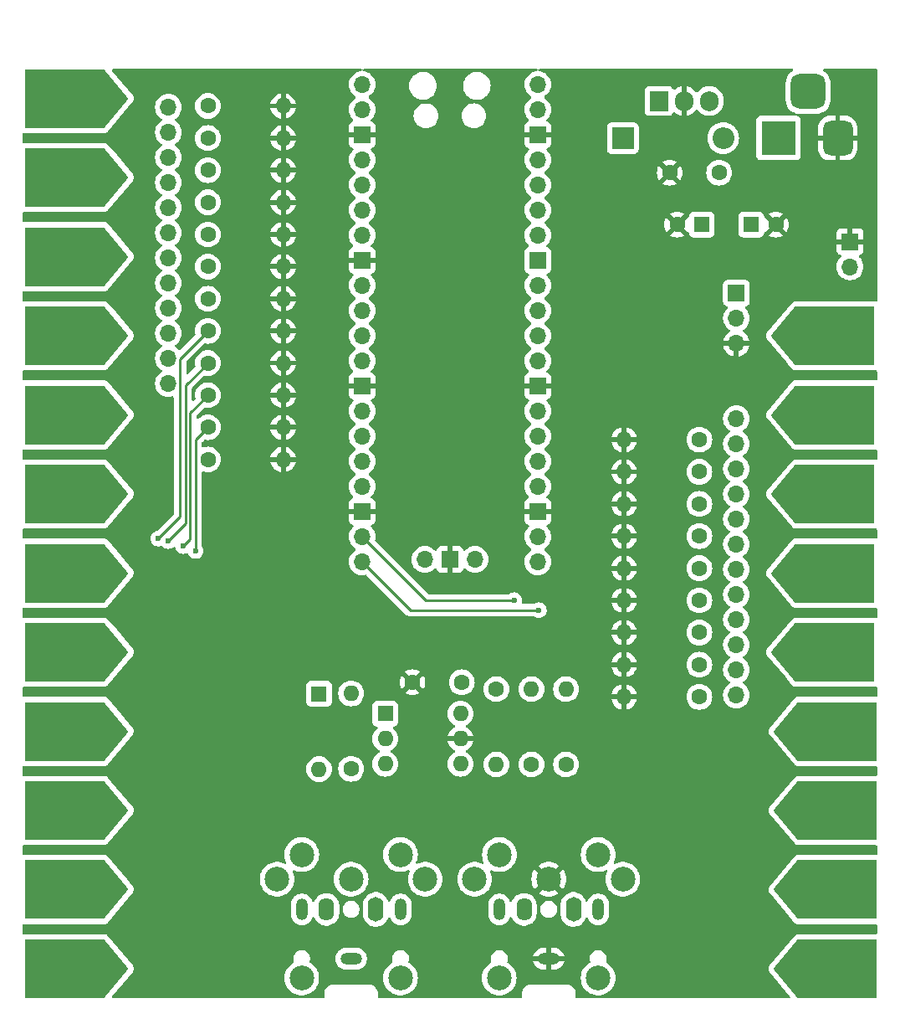
<source format=gbr>
%TF.GenerationSoftware,KiCad,Pcbnew,8.0.7*%
%TF.CreationDate,2025-02-02T12:47:19+00:00*%
%TF.ProjectId,PicoMIDITouchBoard,5069636f-4d49-4444-9954-6f756368426f,rev?*%
%TF.SameCoordinates,Original*%
%TF.FileFunction,Copper,L2,Bot*%
%TF.FilePolarity,Positive*%
%FSLAX46Y46*%
G04 Gerber Fmt 4.6, Leading zero omitted, Abs format (unit mm)*
G04 Created by KiCad (PCBNEW 8.0.7) date 2025-02-02 12:47:19*
%MOMM*%
%LPD*%
G01*
G04 APERTURE LIST*
G04 Aperture macros list*
%AMRoundRect*
0 Rectangle with rounded corners*
0 $1 Rounding radius*
0 $2 $3 $4 $5 $6 $7 $8 $9 X,Y pos of 4 corners*
0 Add a 4 corners polygon primitive as box body*
4,1,4,$2,$3,$4,$5,$6,$7,$8,$9,$2,$3,0*
0 Add four circle primitives for the rounded corners*
1,1,$1+$1,$2,$3*
1,1,$1+$1,$4,$5*
1,1,$1+$1,$6,$7*
1,1,$1+$1,$8,$9*
0 Add four rect primitives between the rounded corners*
20,1,$1+$1,$2,$3,$4,$5,0*
20,1,$1+$1,$4,$5,$6,$7,0*
20,1,$1+$1,$6,$7,$8,$9,0*
20,1,$1+$1,$8,$9,$2,$3,0*%
%AMFreePoly0*
4,1,6,3.000000,5.000000,3.000000,-3.000000,-3.000000,-3.000000,-3.000000,5.000000,0.000000,7.500000,3.000000,5.000000,3.000000,5.000000,$1*%
G04 Aperture macros list end*
%TA.AperFunction,ComponentPad*%
%ADD10C,6.000000*%
%TD*%
%TA.AperFunction,SMDPad,CuDef*%
%ADD11FreePoly0,90.000000*%
%TD*%
%TA.AperFunction,SMDPad,CuDef*%
%ADD12FreePoly0,270.000000*%
%TD*%
%TA.AperFunction,ComponentPad*%
%ADD13C,1.600000*%
%TD*%
%TA.AperFunction,ComponentPad*%
%ADD14O,1.600000X1.600000*%
%TD*%
%TA.AperFunction,ComponentPad*%
%ADD15R,1.700000X1.700000*%
%TD*%
%TA.AperFunction,ComponentPad*%
%ADD16O,1.700000X1.700000*%
%TD*%
%TA.AperFunction,WasherPad*%
%ADD17C,2.499360*%
%TD*%
%TA.AperFunction,ComponentPad*%
%ADD18C,2.499360*%
%TD*%
%TA.AperFunction,ComponentPad*%
%ADD19R,2.200000X2.200000*%
%TD*%
%TA.AperFunction,ComponentPad*%
%ADD20O,2.200000X2.200000*%
%TD*%
%TA.AperFunction,ComponentPad*%
%ADD21R,1.600000X1.600000*%
%TD*%
%TA.AperFunction,ComponentPad*%
%ADD22R,3.500000X3.500000*%
%TD*%
%TA.AperFunction,ComponentPad*%
%ADD23RoundRect,0.750000X0.750000X1.000000X-0.750000X1.000000X-0.750000X-1.000000X0.750000X-1.000000X0*%
%TD*%
%TA.AperFunction,ComponentPad*%
%ADD24RoundRect,0.875000X0.875000X0.875000X-0.875000X0.875000X-0.875000X-0.875000X0.875000X-0.875000X0*%
%TD*%
%TA.AperFunction,ComponentPad*%
%ADD25R,1.905000X2.000000*%
%TD*%
%TA.AperFunction,ComponentPad*%
%ADD26O,1.905000X2.000000*%
%TD*%
%TA.AperFunction,ComponentPad*%
%ADD27O,1.200000X2.200000*%
%TD*%
%TA.AperFunction,ComponentPad*%
%ADD28O,1.600000X2.300000*%
%TD*%
%TA.AperFunction,ComponentPad*%
%ADD29O,2.200000X1.200000*%
%TD*%
%TA.AperFunction,ComponentPad*%
%ADD30O,1.600000X2.500000*%
%TD*%
%TA.AperFunction,ViaPad*%
%ADD31C,0.600000*%
%TD*%
%TA.AperFunction,Conductor*%
%ADD32C,0.250000*%
%TD*%
G04 APERTURE END LIST*
D10*
%TO.P,J23,1,Pin_1*%
%TO.N,/GPIO18*%
X133500000Y-109250000D03*
D11*
X133500000Y-109250000D03*
%TD*%
D10*
%TO.P,J10,1,Pin_1*%
%TO.N,/GPIO5*%
X53500000Y-77250000D03*
D12*
X53500000Y-77250000D03*
%TD*%
D10*
%TO.P,J12,1,Pin_1*%
%TO.N,/GPIO7*%
X53500000Y-93250000D03*
D12*
X53500000Y-93250000D03*
%TD*%
D10*
%TO.P,J6,1,Pin_1*%
%TO.N,/GPIO2*%
X53500000Y-53250000D03*
D12*
X53500000Y-53250000D03*
%TD*%
D10*
%TO.P,J22,1,Pin_1*%
%TO.N,/GPIO17*%
X133750000Y-117250000D03*
D11*
X133750000Y-117250000D03*
%TD*%
D10*
%TO.P,J26,1,Pin_1*%
%TO.N,/GPIO21*%
X133500000Y-85250000D03*
D11*
X133500000Y-85250000D03*
%TD*%
D10*
%TO.P,J20,1,Pin_1*%
%TO.N,/GPIO15*%
X133750000Y-133250000D03*
D11*
X133750000Y-133250000D03*
%TD*%
D10*
%TO.P,J21,1,Pin_1*%
%TO.N,/GPIO16*%
X133750000Y-125250000D03*
D11*
X133750000Y-125250000D03*
%TD*%
D10*
%TO.P,J19,1,Pin_1*%
%TO.N,/GPIO14*%
X133750000Y-141250000D03*
D11*
X133750000Y-141250000D03*
%TD*%
D10*
%TO.P,J13,1,Pin_1*%
%TO.N,/GPIO8*%
X53500000Y-101250000D03*
D12*
X53500000Y-101250000D03*
%TD*%
D10*
%TO.P,J27,1,Pin_1*%
%TO.N,/GPIO22*%
X133500000Y-77250000D03*
D11*
X133500000Y-77250000D03*
%TD*%
D10*
%TO.P,J25,1,Pin_1*%
%TO.N,/GPIO20*%
X133500000Y-93250000D03*
D11*
X133500000Y-93250000D03*
%TD*%
D10*
%TO.P,J16,1,Pin_1*%
%TO.N,/GPIO11*%
X53500000Y-125250000D03*
D12*
X53500000Y-125250000D03*
%TD*%
D10*
%TO.P,J11,1,Pin_1*%
%TO.N,/GPIO6*%
X53500000Y-85250000D03*
D12*
X53500000Y-85250000D03*
%TD*%
D10*
%TO.P,J9,1,Pin_1*%
%TO.N,/GPIO4*%
X53500000Y-69250000D03*
D12*
X53500000Y-69250000D03*
%TD*%
D10*
%TO.P,J17,1,Pin_1*%
%TO.N,/GPIO12*%
X53500000Y-133250000D03*
D12*
X53500000Y-133250000D03*
%TD*%
D10*
%TO.P,J14,1,Pin_1*%
%TO.N,/GPIO9*%
X53500000Y-109250000D03*
D12*
X53500000Y-109250000D03*
%TD*%
D10*
%TO.P,J15,1,Pin_1*%
%TO.N,/GPIO10*%
X53500000Y-117250000D03*
D12*
X53500000Y-117250000D03*
%TD*%
D10*
%TO.P,J24,1,Pin_1*%
%TO.N,/GPIO19*%
X133500000Y-101250000D03*
D11*
X133500000Y-101250000D03*
%TD*%
D10*
%TO.P,J8,1,Pin_1*%
%TO.N,/GPIO3*%
X53500000Y-61250000D03*
D12*
X53500000Y-61250000D03*
%TD*%
D10*
%TO.P,J18,1,Pin_1*%
%TO.N,/GPIO13*%
X53500000Y-141250000D03*
D12*
X53500000Y-141250000D03*
%TD*%
D13*
%TO.P,R8,1*%
%TO.N,/GPIO5*%
X69000000Y-63750000D03*
D14*
%TO.P,R8,2*%
%TO.N,GND*%
X76620000Y-63750000D03*
%TD*%
D13*
%TO.P,R18,1*%
%TO.N,/GPIO15*%
X118750000Y-110500000D03*
D14*
%TO.P,R18,2*%
%TO.N,GND*%
X111130000Y-110500000D03*
%TD*%
D13*
%TO.P,R9,1*%
%TO.N,/GPIO6*%
X69000000Y-67000000D03*
D14*
%TO.P,R9,2*%
%TO.N,GND*%
X76620000Y-67000000D03*
%TD*%
D15*
%TO.P,J7,1,Pin_1*%
%TO.N,+3V3*%
X122500000Y-72930000D03*
D16*
%TO.P,J7,2,Pin_2*%
%TO.N,GNDA*%
X122500000Y-75470000D03*
%TO.P,J7,3,Pin_3*%
%TO.N,GND*%
X122500000Y-78010000D03*
%TD*%
D17*
%TO.P,J3,*%
%TO.N,*%
X78498740Y-142197700D03*
X88501260Y-142197700D03*
D18*
%TO.P,J3,1*%
%TO.N,unconnected-(J3-Pad1)*%
X90998080Y-132202800D03*
%TO.P,J3,2*%
%TO.N,unconnected-(J3-Pad2)*%
X83500000Y-132200260D03*
%TO.P,J3,3*%
%TO.N,unconnected-(J3-Pad3)*%
X76001920Y-132202800D03*
%TO.P,J3,4*%
%TO.N,Net-(J1-PadR)*%
X88496180Y-129700900D03*
%TO.P,J3,5*%
%TO.N,Net-(D2-A)*%
X78503820Y-129700900D03*
%TD*%
D19*
%TO.P,D1,1,K*%
%TO.N,/5V_PWR*%
X111000000Y-57250000D03*
D20*
%TO.P,D1,2,A*%
%TO.N,+5V*%
X121160000Y-57250000D03*
%TD*%
D17*
%TO.P,J4,*%
%TO.N,*%
X98498740Y-142197700D03*
X108501260Y-142197700D03*
D18*
%TO.P,J4,1*%
%TO.N,unconnected-(J4-Pad1)*%
X110998080Y-132202800D03*
%TO.P,J4,2*%
%TO.N,GND*%
X103500000Y-132200260D03*
%TO.P,J4,3*%
%TO.N,unconnected-(J4-Pad3)*%
X96001920Y-132202800D03*
%TO.P,J4,4*%
%TO.N,Net-(J2-PadR)*%
X108496180Y-129700900D03*
%TO.P,J4,5*%
%TO.N,Net-(J2-PadT)*%
X98503820Y-129700900D03*
%TD*%
D13*
%TO.P,C2,1*%
%TO.N,+3V3*%
X94700000Y-112280000D03*
%TO.P,C2,2*%
%TO.N,GND*%
X89700000Y-112280000D03*
%TD*%
D21*
%TO.P,C4,1*%
%TO.N,+5V*%
X119000000Y-66000000D03*
D13*
%TO.P,C4,2*%
%TO.N,GND*%
X116500000Y-66000000D03*
%TD*%
D22*
%TO.P,J28,1*%
%TO.N,Net-(JP2-A)*%
X126750000Y-57250000D03*
D23*
%TO.P,J28,2*%
%TO.N,GND*%
X132750000Y-57250000D03*
D24*
%TO.P,J28,3*%
%TO.N,N/C*%
X129750000Y-52550000D03*
%TD*%
D13*
%TO.P,R20,1*%
%TO.N,/GPIO17*%
X118750000Y-104000000D03*
D14*
%TO.P,R20,2*%
%TO.N,GND*%
X111130000Y-104000000D03*
%TD*%
D13*
%TO.P,R3,1*%
%TO.N,Net-(J2-PadT)*%
X101750000Y-120590000D03*
D14*
%TO.P,R3,2*%
%TO.N,/MIDI_OUT*%
X101750000Y-112970000D03*
%TD*%
D13*
%TO.P,R24,1*%
%TO.N,/GPIO21*%
X118750000Y-91000000D03*
D14*
%TO.P,R24,2*%
%TO.N,GND*%
X111130000Y-91000000D03*
%TD*%
D21*
%TO.P,D2,1,K*%
%TO.N,Net-(D2-K)*%
X80250000Y-113440000D03*
D14*
%TO.P,D2,2,A*%
%TO.N,Net-(D2-A)*%
X80250000Y-121060000D03*
%TD*%
D13*
%TO.P,R10,1*%
%TO.N,/GPIO7*%
X69000000Y-70250000D03*
D14*
%TO.P,R10,2*%
%TO.N,GND*%
X76620000Y-70250000D03*
%TD*%
D13*
%TO.P,R13,1*%
%TO.N,/GPIO10*%
X69000000Y-80000000D03*
D14*
%TO.P,R13,2*%
%TO.N,GND*%
X76620000Y-80000000D03*
%TD*%
D21*
%TO.P,C3,1*%
%TO.N,Net-(JP2-A)*%
X124000000Y-66000000D03*
D13*
%TO.P,C3,2*%
%TO.N,GND*%
X126500000Y-66000000D03*
%TD*%
%TO.P,R6,1*%
%TO.N,/GPIO3*%
X69000000Y-57250000D03*
D14*
%TO.P,R6,2*%
%TO.N,GND*%
X76620000Y-57250000D03*
%TD*%
D13*
%TO.P,R22,1*%
%TO.N,/GPIO19*%
X118750000Y-97500000D03*
D14*
%TO.P,R22,2*%
%TO.N,GND*%
X111130000Y-97500000D03*
%TD*%
D13*
%TO.P,R23,1*%
%TO.N,/GPIO20*%
X118750000Y-94250000D03*
D14*
%TO.P,R23,2*%
%TO.N,GND*%
X111130000Y-94250000D03*
%TD*%
D15*
%TO.P,J5,1,Pin_1*%
%TO.N,GND*%
X134000000Y-67725000D03*
D16*
%TO.P,J5,2,Pin_2*%
%TO.N,+5V*%
X134000000Y-70265000D03*
%TD*%
%TO.P,U1,1,GPIO0*%
%TO.N,/MIDI_OUT*%
X84610000Y-51840000D03*
%TO.P,U1,2,GPIO1*%
%TO.N,/MIDI_IN*%
X84610000Y-54380000D03*
D15*
%TO.P,U1,3,GND*%
%TO.N,GND*%
X84610000Y-56920000D03*
D16*
%TO.P,U1,4,GPIO2*%
%TO.N,/GPIO2*%
X84610000Y-59460000D03*
%TO.P,U1,5,GPIO3*%
%TO.N,/GPIO3*%
X84610000Y-62000000D03*
%TO.P,U1,6,GPIO4*%
%TO.N,/GPIO4*%
X84610000Y-64540000D03*
%TO.P,U1,7,GPIO5*%
%TO.N,/GPIO5*%
X84610000Y-67080000D03*
D15*
%TO.P,U1,8,GND*%
%TO.N,GND*%
X84610000Y-69620000D03*
D16*
%TO.P,U1,9,GPIO6*%
%TO.N,/GPIO6*%
X84610000Y-72160000D03*
%TO.P,U1,10,GPIO7*%
%TO.N,/GPIO7*%
X84610000Y-74700000D03*
%TO.P,U1,11,GPIO8*%
%TO.N,/GPIO8*%
X84610000Y-77240000D03*
%TO.P,U1,12,GPIO9*%
%TO.N,/GPIO9*%
X84610000Y-79780000D03*
D15*
%TO.P,U1,13,GND*%
%TO.N,GND*%
X84610000Y-82320000D03*
D16*
%TO.P,U1,14,GPIO10*%
%TO.N,/GPIO10*%
X84610000Y-84860000D03*
%TO.P,U1,15,GPIO11*%
%TO.N,/GPIO11*%
X84610000Y-87400000D03*
%TO.P,U1,16,GPIO12*%
%TO.N,/GPIO12*%
X84610000Y-89940000D03*
%TO.P,U1,17,GPIO13*%
%TO.N,/GPIO13*%
X84610000Y-92480000D03*
D15*
%TO.P,U1,18,GND*%
%TO.N,GND*%
X84610000Y-95020000D03*
D16*
%TO.P,U1,19,GPIO14*%
%TO.N,/GPIO14*%
X84610000Y-97560000D03*
%TO.P,U1,20,GPIO15*%
%TO.N,/GPIO15*%
X84610000Y-100100000D03*
%TO.P,U1,21,GPIO16*%
%TO.N,/GPIO16*%
X102390000Y-100100000D03*
%TO.P,U1,22,GPIO17*%
%TO.N,/GPIO17*%
X102390000Y-97560000D03*
D15*
%TO.P,U1,23,GND*%
%TO.N,GND*%
X102390000Y-95020000D03*
D16*
%TO.P,U1,24,GPIO18*%
%TO.N,/GPIO18*%
X102390000Y-92480000D03*
%TO.P,U1,25,GPIO19*%
%TO.N,/GPIO19*%
X102390000Y-89940000D03*
%TO.P,U1,26,GPIO20*%
%TO.N,/GPIO20*%
X102390000Y-87400000D03*
%TO.P,U1,27,GPIO21*%
%TO.N,/GPIO21*%
X102390000Y-84860000D03*
D15*
%TO.P,U1,28,GND*%
%TO.N,GND*%
X102390000Y-82320000D03*
D16*
%TO.P,U1,29,GPIO22*%
%TO.N,/GPIO22*%
X102390000Y-79780000D03*
%TO.P,U1,30,RUN*%
%TO.N,unconnected-(U1-RUN-Pad30)_1*%
X102390000Y-77240000D03*
%TO.P,U1,31,GPIO26_ADC0*%
%TO.N,/GPIO26{slash}ADC0*%
X102390000Y-74700000D03*
%TO.P,U1,32,GPIO27_ADC1*%
%TO.N,/GPIO27{slash}ADC1*%
X102390000Y-72160000D03*
D15*
%TO.P,U1,33,AGND*%
%TO.N,GNDA*%
X102390000Y-69620000D03*
D16*
%TO.P,U1,34,GPIO28_ADC2*%
%TO.N,/GPIO28{slash}ADC2*%
X102390000Y-67080000D03*
%TO.P,U1,35,ADC_VREF*%
%TO.N,unconnected-(U1-ADC_VREF-Pad35)*%
X102390000Y-64540000D03*
%TO.P,U1,36,3V3*%
%TO.N,+3V3*%
X102390000Y-62000000D03*
%TO.P,U1,37,3V3_EN*%
%TO.N,unconnected-(U1-3V3_EN-Pad37)_1*%
X102390000Y-59460000D03*
D15*
%TO.P,U1,38,GND*%
%TO.N,GND*%
X102390000Y-56920000D03*
D16*
%TO.P,U1,39,VSYS*%
%TO.N,/5V_PWR*%
X102390000Y-54380000D03*
%TO.P,U1,40,VBUS*%
%TO.N,unconnected-(U1-VBUS-Pad40)_1*%
X102390000Y-51840000D03*
%TO.P,U1,41,SWCLK*%
%TO.N,unconnected-(U1-SWCLK-Pad41)_1*%
X90960000Y-99870000D03*
D15*
%TO.P,U1,42,GND*%
%TO.N,GND*%
X93500000Y-99870000D03*
D16*
%TO.P,U1,43,SWDIO*%
%TO.N,unconnected-(U1-SWDIO-Pad43)*%
X96040000Y-99870000D03*
%TD*%
D13*
%TO.P,R12,1*%
%TO.N,/GPIO9*%
X69000000Y-76750000D03*
D14*
%TO.P,R12,2*%
%TO.N,GND*%
X76620000Y-76750000D03*
%TD*%
D13*
%TO.P,R25,1*%
%TO.N,/GPIO22*%
X118750000Y-87750000D03*
D14*
%TO.P,R25,2*%
%TO.N,GND*%
X111130000Y-87750000D03*
%TD*%
D13*
%TO.P,R19,1*%
%TO.N,/GPIO16*%
X118750000Y-107250000D03*
D14*
%TO.P,R19,2*%
%TO.N,GND*%
X111130000Y-107250000D03*
%TD*%
D13*
%TO.P,R1,1*%
%TO.N,Net-(J1-PadR)*%
X83500000Y-121030000D03*
D14*
%TO.P,R1,2*%
%TO.N,Net-(D2-K)*%
X83500000Y-113410000D03*
%TD*%
D13*
%TO.P,R11,1*%
%TO.N,/GPIO8*%
X69000000Y-73500000D03*
D14*
%TO.P,R11,2*%
%TO.N,GND*%
X76620000Y-73500000D03*
%TD*%
D25*
%TO.P,U3,1,IN*%
%TO.N,Net-(JP2-A)*%
X114670000Y-53500000D03*
D26*
%TO.P,U3,2,GND*%
%TO.N,GND*%
X117210000Y-53500000D03*
%TO.P,U3,3,OUT*%
%TO.N,+5V*%
X119750000Y-53500000D03*
%TD*%
D16*
%TO.P,J30,1,Pin_1*%
%TO.N,/GPIO28{slash}ADC2*%
X122500000Y-85630000D03*
%TO.P,J30,2,Pin_2*%
%TO.N,/GPIO27{slash}ADC1*%
X122500000Y-88170000D03*
%TO.P,J30,3,Pin_3*%
%TO.N,/GPIO26{slash}ADC0*%
X122500000Y-90710000D03*
%TO.P,J30,4,Pin_4*%
%TO.N,/GPIO22*%
X122500000Y-93250000D03*
%TO.P,J30,5,Pin_5*%
%TO.N,/GPIO21*%
X122500000Y-95790000D03*
%TO.P,J30,6,Pin_6*%
%TO.N,/GPIO20*%
X122500000Y-98330000D03*
%TO.P,J30,7,Pin_7*%
%TO.N,/GPIO19*%
X122500000Y-100870000D03*
%TO.P,J30,8,Pin_8*%
%TO.N,/GPIO18*%
X122500000Y-103410000D03*
%TO.P,J30,9,Pin_9*%
%TO.N,/GPIO17*%
X122500000Y-105950000D03*
%TO.P,J30,10,Pin_10*%
%TO.N,/GPIO16*%
X122500000Y-108490000D03*
%TO.P,J30,11,Pin_11*%
%TO.N,/GPIO15*%
X122500000Y-111030000D03*
%TO.P,J30,12,Pin_12*%
%TO.N,/GPIO14*%
X122500000Y-113570000D03*
%TD*%
D13*
%TO.P,R5,1*%
%TO.N,/GPIO2*%
X69000000Y-54000000D03*
D14*
%TO.P,R5,2*%
%TO.N,GND*%
X76620000Y-54000000D03*
%TD*%
D21*
%TO.P,U2,1*%
%TO.N,Net-(D2-K)*%
X86950000Y-115450000D03*
D14*
%TO.P,U2,2*%
%TO.N,Net-(D2-A)*%
X86950000Y-117990000D03*
%TO.P,U2,3*%
%TO.N,unconnected-(U2-Pad3)*%
X86950000Y-120530000D03*
%TO.P,U2,4*%
%TO.N,/MIDI_IN*%
X94570000Y-120530000D03*
%TO.P,U2,5*%
%TO.N,GND*%
X94570000Y-117990000D03*
%TO.P,U2,6*%
%TO.N,+3V3*%
X94570000Y-115450000D03*
%TD*%
D16*
%TO.P,J29,1,Pin_1*%
%TO.N,/GPIO2*%
X65000000Y-54130000D03*
%TO.P,J29,2,Pin_2*%
%TO.N,/GPIO3*%
X65000000Y-56670000D03*
%TO.P,J29,3,Pin_3*%
%TO.N,/GPIO4*%
X65000000Y-59210000D03*
%TO.P,J29,4,Pin_4*%
%TO.N,/GPIO5*%
X65000000Y-61750000D03*
%TO.P,J29,5,Pin_5*%
%TO.N,/GPIO6*%
X65000000Y-64290000D03*
%TO.P,J29,6,Pin_6*%
%TO.N,/GPIO7*%
X65000000Y-66830000D03*
%TO.P,J29,7,Pin_7*%
%TO.N,/GPIO8*%
X65000000Y-69370000D03*
%TO.P,J29,8,Pin_8*%
%TO.N,/GPIO9*%
X65000000Y-71910000D03*
%TO.P,J29,9,Pin_9*%
%TO.N,/GPIO10*%
X65000000Y-74450000D03*
%TO.P,J29,10,Pin_10*%
%TO.N,/GPIO11*%
X65000000Y-76990000D03*
%TO.P,J29,11,Pin_11*%
%TO.N,/GPIO12*%
X65000000Y-79530000D03*
%TO.P,J29,12,Pin_12*%
%TO.N,/GPIO13*%
X65000000Y-82070000D03*
%TD*%
D13*
%TO.P,R4,1*%
%TO.N,+3V3*%
X98200000Y-112970000D03*
D14*
%TO.P,R4,2*%
%TO.N,/MIDI_IN*%
X98200000Y-120590000D03*
%TD*%
D13*
%TO.P,R16,1*%
%TO.N,/GPIO13*%
X69000000Y-89750000D03*
D14*
%TO.P,R16,2*%
%TO.N,GND*%
X76620000Y-89750000D03*
%TD*%
D27*
%TO.P,J1,R*%
%TO.N,Net-(J1-PadR)*%
X78500000Y-135250000D03*
D28*
%TO.P,J1,RN*%
%TO.N,N/C*%
X81000000Y-135250000D03*
D29*
%TO.P,J1,S*%
%TO.N,unconnected-(J1-PadS)*%
X83500000Y-140250000D03*
D27*
%TO.P,J1,T*%
%TO.N,Net-(D2-A)*%
X88500000Y-135250000D03*
D30*
%TO.P,J1,TN*%
%TO.N,N/C*%
X86000000Y-135250000D03*
%TD*%
D27*
%TO.P,J2,R*%
%TO.N,Net-(J2-PadR)*%
X98500000Y-135250000D03*
D28*
%TO.P,J2,RN*%
%TO.N,N/C*%
X101000000Y-135250000D03*
D29*
%TO.P,J2,S*%
%TO.N,GND*%
X103500000Y-140250000D03*
D27*
%TO.P,J2,T*%
%TO.N,Net-(J2-PadT)*%
X108500000Y-135250000D03*
D30*
%TO.P,J2,TN*%
%TO.N,N/C*%
X106000000Y-135250000D03*
%TD*%
D13*
%TO.P,R21,1*%
%TO.N,/GPIO18*%
X118750000Y-100750000D03*
D14*
%TO.P,R21,2*%
%TO.N,GND*%
X111130000Y-100750000D03*
%TD*%
D13*
%TO.P,R15,1*%
%TO.N,/GPIO12*%
X69000000Y-86500000D03*
D14*
%TO.P,R15,2*%
%TO.N,GND*%
X76620000Y-86500000D03*
%TD*%
D13*
%TO.P,R17,1*%
%TO.N,/GPIO14*%
X118750000Y-113750000D03*
D14*
%TO.P,R17,2*%
%TO.N,GND*%
X111130000Y-113750000D03*
%TD*%
D13*
%TO.P,R7,1*%
%TO.N,/GPIO4*%
X69000000Y-60500000D03*
D14*
%TO.P,R7,2*%
%TO.N,GND*%
X76620000Y-60500000D03*
%TD*%
D13*
%TO.P,C5,1*%
%TO.N,+5V*%
X120750000Y-60750000D03*
%TO.P,C5,2*%
%TO.N,GND*%
X115750000Y-60750000D03*
%TD*%
%TO.P,R2,1*%
%TO.N,Net-(J2-PadR)*%
X105250000Y-120590000D03*
D14*
%TO.P,R2,2*%
%TO.N,+3V3*%
X105250000Y-112970000D03*
%TD*%
D13*
%TO.P,R14,1*%
%TO.N,/GPIO11*%
X69000000Y-83250000D03*
D14*
%TO.P,R14,2*%
%TO.N,GND*%
X76620000Y-83250000D03*
%TD*%
D31*
%TO.N,/GPIO11*%
X66500000Y-98500000D03*
%TO.N,/GPIO15*%
X102500000Y-105000000D03*
%TO.N,/GPIO12*%
X67750000Y-99000000D03*
%TO.N,/GPIO9*%
X64000000Y-97750000D03*
%TO.N,/GPIO10*%
X65000000Y-98000000D03*
%TO.N,/GPIO14*%
X100000000Y-104000000D03*
%TD*%
D32*
%TO.N,/GPIO11*%
X66500000Y-98500000D02*
X67200000Y-97800000D01*
X67200000Y-85050000D02*
X69000000Y-83250000D01*
X67200000Y-97800000D02*
X67200000Y-85050000D01*
%TO.N,/GPIO15*%
X89510000Y-105000000D02*
X102500000Y-105000000D01*
X84610000Y-100100000D02*
X89510000Y-105000000D01*
%TO.N,/GPIO12*%
X67750000Y-87750000D02*
X69000000Y-86500000D01*
X67750000Y-99000000D02*
X67750000Y-87750000D01*
%TO.N,/GPIO9*%
X64000000Y-97750000D02*
X66175000Y-95575000D01*
X66175000Y-79575000D02*
X69000000Y-76750000D01*
X66175000Y-95575000D02*
X66175000Y-79575000D01*
%TO.N,/GPIO10*%
X66750000Y-82250000D02*
X69000000Y-80000000D01*
X65000000Y-98000000D02*
X66750000Y-96250000D01*
X66750000Y-96250000D02*
X66750000Y-82250000D01*
%TO.N,/GPIO14*%
X100000000Y-104000000D02*
X91050000Y-104000000D01*
X91050000Y-104000000D02*
X84610000Y-97560000D01*
%TD*%
%TA.AperFunction,Conductor*%
%TO.N,GND*%
G36*
X84509792Y-50270185D02*
G01*
X84555547Y-50322989D01*
X84565491Y-50392147D01*
X84536466Y-50455703D01*
X84477688Y-50493477D01*
X84453561Y-50498027D01*
X84447973Y-50498516D01*
X84374596Y-50504936D01*
X84374586Y-50504938D01*
X84146344Y-50566094D01*
X84146335Y-50566098D01*
X83932171Y-50665964D01*
X83932169Y-50665965D01*
X83738597Y-50801505D01*
X83571505Y-50968597D01*
X83435965Y-51162169D01*
X83435964Y-51162171D01*
X83336098Y-51376335D01*
X83336094Y-51376344D01*
X83274938Y-51604586D01*
X83274936Y-51604596D01*
X83254341Y-51839999D01*
X83254341Y-51840000D01*
X83274936Y-52075403D01*
X83274938Y-52075413D01*
X83336094Y-52303655D01*
X83336096Y-52303659D01*
X83336097Y-52303663D01*
X83393284Y-52426300D01*
X83435965Y-52517830D01*
X83435967Y-52517834D01*
X83487103Y-52590863D01*
X83557193Y-52690962D01*
X83571501Y-52711395D01*
X83571506Y-52711402D01*
X83738597Y-52878493D01*
X83738603Y-52878498D01*
X83924158Y-53008425D01*
X83967783Y-53063002D01*
X83974977Y-53132500D01*
X83943454Y-53194855D01*
X83924158Y-53211575D01*
X83738597Y-53341505D01*
X83571505Y-53508597D01*
X83435965Y-53702169D01*
X83435964Y-53702171D01*
X83336098Y-53916335D01*
X83336094Y-53916344D01*
X83274938Y-54144586D01*
X83274936Y-54144596D01*
X83254341Y-54379999D01*
X83254341Y-54380000D01*
X83274936Y-54615403D01*
X83274938Y-54615413D01*
X83336094Y-54843655D01*
X83336096Y-54843659D01*
X83336097Y-54843663D01*
X83408997Y-54999997D01*
X83435965Y-55057830D01*
X83435967Y-55057834D01*
X83544281Y-55212521D01*
X83571501Y-55251396D01*
X83571506Y-55251402D01*
X83693818Y-55373714D01*
X83727303Y-55435037D01*
X83722319Y-55504729D01*
X83680447Y-55560662D01*
X83649471Y-55577577D01*
X83517912Y-55626646D01*
X83517906Y-55626649D01*
X83402812Y-55712809D01*
X83402809Y-55712812D01*
X83316649Y-55827906D01*
X83316645Y-55827913D01*
X83266403Y-55962620D01*
X83266401Y-55962627D01*
X83260000Y-56022155D01*
X83260000Y-56670000D01*
X84165440Y-56670000D01*
X84134755Y-56723147D01*
X84100000Y-56852857D01*
X84100000Y-56987143D01*
X84134755Y-57116853D01*
X84165440Y-57170000D01*
X83260000Y-57170000D01*
X83260000Y-57817844D01*
X83266401Y-57877372D01*
X83266403Y-57877379D01*
X83316645Y-58012086D01*
X83316649Y-58012093D01*
X83402809Y-58127187D01*
X83402812Y-58127190D01*
X83517906Y-58213350D01*
X83517913Y-58213354D01*
X83649470Y-58262421D01*
X83705403Y-58304292D01*
X83729821Y-58369756D01*
X83714970Y-58438029D01*
X83693819Y-58466284D01*
X83571503Y-58588600D01*
X83435965Y-58782169D01*
X83435964Y-58782171D01*
X83336098Y-58996335D01*
X83336094Y-58996344D01*
X83274938Y-59224586D01*
X83274936Y-59224596D01*
X83254341Y-59459999D01*
X83254341Y-59460000D01*
X83274936Y-59695403D01*
X83274938Y-59695413D01*
X83336094Y-59923655D01*
X83336096Y-59923659D01*
X83336097Y-59923663D01*
X83396722Y-60053673D01*
X83435965Y-60137830D01*
X83435967Y-60137834D01*
X83571501Y-60331395D01*
X83571506Y-60331402D01*
X83738597Y-60498493D01*
X83738603Y-60498498D01*
X83924158Y-60628425D01*
X83967783Y-60683002D01*
X83974977Y-60752500D01*
X83943454Y-60814855D01*
X83924158Y-60831575D01*
X83738597Y-60961505D01*
X83571505Y-61128597D01*
X83435965Y-61322169D01*
X83435964Y-61322171D01*
X83336098Y-61536335D01*
X83336094Y-61536344D01*
X83274938Y-61764586D01*
X83274936Y-61764596D01*
X83254341Y-61999999D01*
X83254341Y-62000000D01*
X83274936Y-62235403D01*
X83274938Y-62235413D01*
X83336094Y-62463655D01*
X83336096Y-62463659D01*
X83336097Y-62463663D01*
X83409649Y-62621395D01*
X83435965Y-62677830D01*
X83435967Y-62677834D01*
X83571501Y-62871395D01*
X83571506Y-62871402D01*
X83738597Y-63038493D01*
X83738603Y-63038498D01*
X83924158Y-63168425D01*
X83967783Y-63223002D01*
X83974977Y-63292500D01*
X83943454Y-63354855D01*
X83924158Y-63371575D01*
X83738597Y-63501505D01*
X83571505Y-63668597D01*
X83435965Y-63862169D01*
X83435964Y-63862171D01*
X83336098Y-64076335D01*
X83336094Y-64076344D01*
X83274938Y-64304586D01*
X83274936Y-64304596D01*
X83254341Y-64539999D01*
X83254341Y-64540000D01*
X83274936Y-64775403D01*
X83274938Y-64775413D01*
X83336094Y-65003655D01*
X83336096Y-65003659D01*
X83336097Y-65003663D01*
X83406867Y-65155429D01*
X83435965Y-65217830D01*
X83435967Y-65217834D01*
X83571501Y-65411395D01*
X83571506Y-65411402D01*
X83738597Y-65578493D01*
X83738603Y-65578498D01*
X83924158Y-65708425D01*
X83967783Y-65763002D01*
X83974977Y-65832500D01*
X83943454Y-65894855D01*
X83924158Y-65911575D01*
X83738597Y-66041505D01*
X83571505Y-66208597D01*
X83435965Y-66402169D01*
X83435964Y-66402171D01*
X83336098Y-66616335D01*
X83336094Y-66616344D01*
X83274938Y-66844586D01*
X83274936Y-66844596D01*
X83254341Y-67079999D01*
X83254341Y-67080000D01*
X83274936Y-67315403D01*
X83274938Y-67315413D01*
X83336094Y-67543655D01*
X83336096Y-67543659D01*
X83336097Y-67543663D01*
X83386957Y-67652732D01*
X83435965Y-67757830D01*
X83435967Y-67757834D01*
X83544281Y-67912521D01*
X83571501Y-67951396D01*
X83571506Y-67951402D01*
X83693818Y-68073714D01*
X83727303Y-68135037D01*
X83722319Y-68204729D01*
X83680447Y-68260662D01*
X83649471Y-68277577D01*
X83517912Y-68326646D01*
X83517906Y-68326649D01*
X83402812Y-68412809D01*
X83402809Y-68412812D01*
X83316649Y-68527906D01*
X83316645Y-68527913D01*
X83266403Y-68662620D01*
X83266401Y-68662627D01*
X83260000Y-68722155D01*
X83260000Y-69370000D01*
X84165440Y-69370000D01*
X84134755Y-69423147D01*
X84100000Y-69552857D01*
X84100000Y-69687143D01*
X84134755Y-69816853D01*
X84165440Y-69870000D01*
X83260000Y-69870000D01*
X83260000Y-70517844D01*
X83266401Y-70577372D01*
X83266403Y-70577379D01*
X83316645Y-70712086D01*
X83316649Y-70712093D01*
X83402809Y-70827187D01*
X83402812Y-70827190D01*
X83517906Y-70913350D01*
X83517913Y-70913354D01*
X83649470Y-70962421D01*
X83705403Y-71004292D01*
X83729821Y-71069756D01*
X83714970Y-71138029D01*
X83693819Y-71166284D01*
X83571503Y-71288600D01*
X83435965Y-71482169D01*
X83435964Y-71482171D01*
X83336098Y-71696335D01*
X83336094Y-71696344D01*
X83274938Y-71924586D01*
X83274936Y-71924596D01*
X83254341Y-72159999D01*
X83254341Y-72160000D01*
X83274936Y-72395403D01*
X83274938Y-72395413D01*
X83336094Y-72623655D01*
X83336096Y-72623659D01*
X83336097Y-72623663D01*
X83397574Y-72755500D01*
X83435965Y-72837830D01*
X83435967Y-72837834D01*
X83571501Y-73031395D01*
X83571506Y-73031402D01*
X83738597Y-73198493D01*
X83738603Y-73198498D01*
X83924158Y-73328425D01*
X83967783Y-73383002D01*
X83974977Y-73452500D01*
X83943454Y-73514855D01*
X83924158Y-73531575D01*
X83738597Y-73661505D01*
X83571505Y-73828597D01*
X83435965Y-74022169D01*
X83435964Y-74022171D01*
X83336098Y-74236335D01*
X83336094Y-74236344D01*
X83274938Y-74464586D01*
X83274936Y-74464596D01*
X83254341Y-74699999D01*
X83254341Y-74700000D01*
X83274936Y-74935403D01*
X83274938Y-74935413D01*
X83336094Y-75163655D01*
X83336096Y-75163659D01*
X83336097Y-75163663D01*
X83369169Y-75234586D01*
X83435965Y-75377830D01*
X83435967Y-75377834D01*
X83571501Y-75571395D01*
X83571506Y-75571402D01*
X83738597Y-75738493D01*
X83738603Y-75738498D01*
X83924158Y-75868425D01*
X83967783Y-75923002D01*
X83974977Y-75992500D01*
X83943454Y-76054855D01*
X83924158Y-76071575D01*
X83738597Y-76201505D01*
X83571505Y-76368597D01*
X83435965Y-76562169D01*
X83435964Y-76562171D01*
X83336098Y-76776335D01*
X83336094Y-76776344D01*
X83274938Y-77004586D01*
X83274936Y-77004596D01*
X83254341Y-77239999D01*
X83254341Y-77240000D01*
X83274936Y-77475403D01*
X83274938Y-77475413D01*
X83336094Y-77703655D01*
X83336096Y-77703659D01*
X83336097Y-77703663D01*
X83409649Y-77861395D01*
X83435965Y-77917830D01*
X83435967Y-77917834D01*
X83571501Y-78111395D01*
X83571506Y-78111402D01*
X83738597Y-78278493D01*
X83738603Y-78278498D01*
X83924158Y-78408425D01*
X83967783Y-78463002D01*
X83974977Y-78532500D01*
X83943454Y-78594855D01*
X83924158Y-78611575D01*
X83738597Y-78741505D01*
X83571505Y-78908597D01*
X83435965Y-79102169D01*
X83435964Y-79102171D01*
X83336098Y-79316335D01*
X83336094Y-79316344D01*
X83274938Y-79544586D01*
X83274936Y-79544596D01*
X83254341Y-79779999D01*
X83254341Y-79780000D01*
X83274936Y-80015403D01*
X83274938Y-80015413D01*
X83336094Y-80243655D01*
X83336096Y-80243659D01*
X83336097Y-80243663D01*
X83371731Y-80320080D01*
X83435965Y-80457830D01*
X83435967Y-80457834D01*
X83517036Y-80573611D01*
X83571501Y-80651396D01*
X83571506Y-80651402D01*
X83693818Y-80773714D01*
X83727303Y-80835037D01*
X83722319Y-80904729D01*
X83680447Y-80960662D01*
X83649471Y-80977577D01*
X83517912Y-81026646D01*
X83517906Y-81026649D01*
X83402812Y-81112809D01*
X83402809Y-81112812D01*
X83316649Y-81227906D01*
X83316645Y-81227913D01*
X83266403Y-81362620D01*
X83266401Y-81362627D01*
X83260000Y-81422155D01*
X83260000Y-82070000D01*
X84165440Y-82070000D01*
X84134755Y-82123147D01*
X84100000Y-82252857D01*
X84100000Y-82387143D01*
X84134755Y-82516853D01*
X84165440Y-82570000D01*
X83260000Y-82570000D01*
X83260000Y-83217844D01*
X83266401Y-83277372D01*
X83266403Y-83277379D01*
X83316645Y-83412086D01*
X83316649Y-83412093D01*
X83402809Y-83527187D01*
X83402812Y-83527190D01*
X83517906Y-83613350D01*
X83517913Y-83613354D01*
X83649470Y-83662421D01*
X83705403Y-83704292D01*
X83729821Y-83769756D01*
X83714970Y-83838029D01*
X83693819Y-83866284D01*
X83571503Y-83988600D01*
X83435965Y-84182169D01*
X83435964Y-84182171D01*
X83336098Y-84396335D01*
X83336094Y-84396344D01*
X83274938Y-84624586D01*
X83274936Y-84624596D01*
X83254341Y-84859999D01*
X83254341Y-84860000D01*
X83274936Y-85095403D01*
X83274938Y-85095413D01*
X83336094Y-85323655D01*
X83336096Y-85323659D01*
X83336097Y-85323663D01*
X83369169Y-85394586D01*
X83435965Y-85537830D01*
X83435967Y-85537834D01*
X83571501Y-85731395D01*
X83571506Y-85731402D01*
X83738597Y-85898493D01*
X83738603Y-85898498D01*
X83924158Y-86028425D01*
X83967783Y-86083002D01*
X83974977Y-86152500D01*
X83943454Y-86214855D01*
X83924158Y-86231575D01*
X83738597Y-86361505D01*
X83571505Y-86528597D01*
X83435965Y-86722169D01*
X83435964Y-86722171D01*
X83336098Y-86936335D01*
X83336094Y-86936344D01*
X83274938Y-87164586D01*
X83274936Y-87164596D01*
X83254341Y-87399999D01*
X83254341Y-87400000D01*
X83274936Y-87635403D01*
X83274938Y-87635413D01*
X83336094Y-87863655D01*
X83336096Y-87863659D01*
X83336097Y-87863663D01*
X83388806Y-87976697D01*
X83435965Y-88077830D01*
X83435967Y-88077834D01*
X83571501Y-88271395D01*
X83571506Y-88271402D01*
X83738597Y-88438493D01*
X83738603Y-88438498D01*
X83924158Y-88568425D01*
X83967783Y-88623002D01*
X83974977Y-88692500D01*
X83943454Y-88754855D01*
X83924158Y-88771575D01*
X83738597Y-88901505D01*
X83571505Y-89068597D01*
X83435965Y-89262169D01*
X83435964Y-89262171D01*
X83336098Y-89476335D01*
X83336094Y-89476344D01*
X83274938Y-89704586D01*
X83274936Y-89704596D01*
X83254341Y-89939999D01*
X83254341Y-89940000D01*
X83274936Y-90175403D01*
X83274938Y-90175413D01*
X83336094Y-90403655D01*
X83336096Y-90403659D01*
X83336097Y-90403663D01*
X83406048Y-90553673D01*
X83435965Y-90617830D01*
X83435967Y-90617834D01*
X83571501Y-90811395D01*
X83571506Y-90811402D01*
X83738597Y-90978493D01*
X83738603Y-90978498D01*
X83924158Y-91108425D01*
X83967783Y-91163002D01*
X83974977Y-91232500D01*
X83943454Y-91294855D01*
X83924158Y-91311575D01*
X83738597Y-91441505D01*
X83571505Y-91608597D01*
X83435965Y-91802169D01*
X83435964Y-91802171D01*
X83336098Y-92016335D01*
X83336094Y-92016344D01*
X83274938Y-92244586D01*
X83274936Y-92244596D01*
X83254341Y-92479999D01*
X83254341Y-92480000D01*
X83274936Y-92715403D01*
X83274938Y-92715413D01*
X83336094Y-92943655D01*
X83336096Y-92943659D01*
X83336097Y-92943663D01*
X83373435Y-93023734D01*
X83435965Y-93157830D01*
X83435967Y-93157834D01*
X83544118Y-93312288D01*
X83571501Y-93351396D01*
X83571506Y-93351402D01*
X83693818Y-93473714D01*
X83727303Y-93535037D01*
X83722319Y-93604729D01*
X83680447Y-93660662D01*
X83649471Y-93677577D01*
X83517912Y-93726646D01*
X83517906Y-93726649D01*
X83402812Y-93812809D01*
X83402809Y-93812812D01*
X83316649Y-93927906D01*
X83316645Y-93927913D01*
X83266403Y-94062620D01*
X83266401Y-94062627D01*
X83260000Y-94122155D01*
X83260000Y-94770000D01*
X84165440Y-94770000D01*
X84134755Y-94823147D01*
X84100000Y-94952857D01*
X84100000Y-95087143D01*
X84134755Y-95216853D01*
X84165440Y-95270000D01*
X83260000Y-95270000D01*
X83260000Y-95917844D01*
X83266401Y-95977372D01*
X83266403Y-95977379D01*
X83316645Y-96112086D01*
X83316649Y-96112093D01*
X83402809Y-96227187D01*
X83402812Y-96227190D01*
X83517906Y-96313350D01*
X83517913Y-96313354D01*
X83649470Y-96362421D01*
X83705403Y-96404292D01*
X83729821Y-96469756D01*
X83714970Y-96538029D01*
X83693819Y-96566284D01*
X83571503Y-96688600D01*
X83435965Y-96882169D01*
X83435964Y-96882171D01*
X83336098Y-97096335D01*
X83336094Y-97096344D01*
X83274938Y-97324586D01*
X83274936Y-97324596D01*
X83254341Y-97559999D01*
X83254341Y-97560000D01*
X83274936Y-97795403D01*
X83274938Y-97795413D01*
X83336094Y-98023655D01*
X83336096Y-98023659D01*
X83336097Y-98023663D01*
X83396283Y-98152732D01*
X83435965Y-98237830D01*
X83435967Y-98237834D01*
X83571501Y-98431395D01*
X83571506Y-98431402D01*
X83738597Y-98598493D01*
X83738603Y-98598498D01*
X83924158Y-98728425D01*
X83967783Y-98783002D01*
X83974977Y-98852500D01*
X83943454Y-98914855D01*
X83924158Y-98931575D01*
X83738597Y-99061505D01*
X83571505Y-99228597D01*
X83435965Y-99422169D01*
X83435964Y-99422171D01*
X83336098Y-99636335D01*
X83336094Y-99636344D01*
X83274938Y-99864586D01*
X83274936Y-99864596D01*
X83254341Y-100099999D01*
X83254341Y-100100000D01*
X83274936Y-100335403D01*
X83274938Y-100335413D01*
X83336094Y-100563655D01*
X83336096Y-100563659D01*
X83336097Y-100563663D01*
X83418975Y-100741395D01*
X83435965Y-100777830D01*
X83435967Y-100777834D01*
X83539986Y-100926387D01*
X83571505Y-100971401D01*
X83738599Y-101138495D01*
X83781361Y-101168437D01*
X83932165Y-101274032D01*
X83932167Y-101274033D01*
X83932170Y-101274035D01*
X84146337Y-101373903D01*
X84374592Y-101435063D01*
X84557869Y-101451098D01*
X84609999Y-101455659D01*
X84610000Y-101455659D01*
X84610001Y-101455659D01*
X84662131Y-101451098D01*
X84845408Y-101435063D01*
X84945873Y-101408143D01*
X85015722Y-101409806D01*
X85065646Y-101440236D01*
X89024141Y-105398732D01*
X89024142Y-105398733D01*
X89111267Y-105485858D01*
X89111268Y-105485859D01*
X89191223Y-105539283D01*
X89191224Y-105539284D01*
X89213706Y-105554306D01*
X89213711Y-105554309D01*
X89213714Y-105554311D01*
X89327548Y-105601463D01*
X89448388Y-105625499D01*
X89448392Y-105625500D01*
X89448393Y-105625500D01*
X89448394Y-105625500D01*
X101955145Y-105625500D01*
X102021117Y-105644506D01*
X102132648Y-105714586D01*
X102150478Y-105725789D01*
X102270567Y-105767810D01*
X102320745Y-105785368D01*
X102320750Y-105785369D01*
X102499996Y-105805565D01*
X102500000Y-105805565D01*
X102500004Y-105805565D01*
X102679249Y-105785369D01*
X102679252Y-105785368D01*
X102679255Y-105785368D01*
X102849522Y-105725789D01*
X103002262Y-105629816D01*
X103129816Y-105502262D01*
X103225789Y-105349522D01*
X103285368Y-105179255D01*
X103296709Y-105078599D01*
X103305565Y-105000003D01*
X103305565Y-104999996D01*
X103285369Y-104820750D01*
X103285368Y-104820745D01*
X103255373Y-104735024D01*
X103225789Y-104650478D01*
X103129816Y-104497738D01*
X103002262Y-104370184D01*
X102978883Y-104355494D01*
X102849523Y-104274211D01*
X102679254Y-104214631D01*
X102679249Y-104214630D01*
X102500004Y-104194435D01*
X102499996Y-104194435D01*
X102320750Y-104214630D01*
X102320745Y-104214631D01*
X102150476Y-104274211D01*
X102021117Y-104355494D01*
X101955145Y-104374500D01*
X100891811Y-104374500D01*
X100824772Y-104354815D01*
X100779017Y-104302011D01*
X100769073Y-104232853D01*
X100774770Y-104209545D01*
X100785366Y-104179262D01*
X100785369Y-104179249D01*
X100805565Y-104000003D01*
X100805565Y-103999996D01*
X100785369Y-103820750D01*
X100785368Y-103820745D01*
X100760613Y-103749999D01*
X109851127Y-103749999D01*
X109851128Y-103750000D01*
X110814314Y-103750000D01*
X110809920Y-103754394D01*
X110757259Y-103845606D01*
X110730000Y-103947339D01*
X110730000Y-104052661D01*
X110757259Y-104154394D01*
X110809920Y-104245606D01*
X110814314Y-104250000D01*
X109851128Y-104250000D01*
X109903730Y-104446317D01*
X109903734Y-104446326D01*
X109999865Y-104652482D01*
X110130342Y-104838820D01*
X110291179Y-104999657D01*
X110477517Y-105130134D01*
X110683673Y-105226265D01*
X110683682Y-105226269D01*
X110879999Y-105278872D01*
X110880000Y-105278871D01*
X110880000Y-104315686D01*
X110884394Y-104320080D01*
X110975606Y-104372741D01*
X111077339Y-104400000D01*
X111182661Y-104400000D01*
X111284394Y-104372741D01*
X111375606Y-104320080D01*
X111380000Y-104315686D01*
X111380000Y-105278872D01*
X111576317Y-105226269D01*
X111576326Y-105226265D01*
X111782482Y-105130134D01*
X111968820Y-104999657D01*
X112129657Y-104838820D01*
X112260134Y-104652482D01*
X112356265Y-104446326D01*
X112356269Y-104446317D01*
X112408872Y-104250000D01*
X111445686Y-104250000D01*
X111450080Y-104245606D01*
X111502741Y-104154394D01*
X111530000Y-104052661D01*
X111530000Y-103999998D01*
X117444532Y-103999998D01*
X117444532Y-104000001D01*
X117464364Y-104226686D01*
X117464366Y-104226697D01*
X117523258Y-104446488D01*
X117523261Y-104446497D01*
X117619431Y-104652732D01*
X117619432Y-104652734D01*
X117749954Y-104839141D01*
X117910858Y-105000045D01*
X117910861Y-105000047D01*
X118097266Y-105130568D01*
X118303504Y-105226739D01*
X118523308Y-105285635D01*
X118685230Y-105299801D01*
X118749998Y-105305468D01*
X118750000Y-105305468D01*
X118750002Y-105305468D01*
X118806673Y-105300509D01*
X118976692Y-105285635D01*
X119196496Y-105226739D01*
X119402734Y-105130568D01*
X119589139Y-105000047D01*
X119750047Y-104839139D01*
X119880568Y-104652734D01*
X119976739Y-104446496D01*
X120035635Y-104226692D01*
X120055468Y-104000000D01*
X120035635Y-103773308D01*
X119976739Y-103553504D01*
X119880568Y-103347266D01*
X119759664Y-103174596D01*
X119750045Y-103160858D01*
X119589141Y-102999954D01*
X119402734Y-102869432D01*
X119402732Y-102869431D01*
X119196497Y-102773261D01*
X119196488Y-102773258D01*
X118976697Y-102714366D01*
X118976693Y-102714365D01*
X118976692Y-102714365D01*
X118976691Y-102714364D01*
X118976686Y-102714364D01*
X118750002Y-102694532D01*
X118749998Y-102694532D01*
X118523313Y-102714364D01*
X118523302Y-102714366D01*
X118303511Y-102773258D01*
X118303502Y-102773261D01*
X118097267Y-102869431D01*
X118097265Y-102869432D01*
X117910858Y-102999954D01*
X117749954Y-103160858D01*
X117619432Y-103347265D01*
X117619431Y-103347267D01*
X117523261Y-103553502D01*
X117523258Y-103553511D01*
X117464366Y-103773302D01*
X117464364Y-103773313D01*
X117444532Y-103999998D01*
X111530000Y-103999998D01*
X111530000Y-103947339D01*
X111502741Y-103845606D01*
X111450080Y-103754394D01*
X111445686Y-103750000D01*
X112408872Y-103750000D01*
X112408872Y-103749999D01*
X112356269Y-103553682D01*
X112356265Y-103553673D01*
X112260134Y-103347517D01*
X112129657Y-103161179D01*
X111968820Y-103000342D01*
X111782482Y-102869865D01*
X111576328Y-102773734D01*
X111380000Y-102721127D01*
X111380000Y-103684314D01*
X111375606Y-103679920D01*
X111284394Y-103627259D01*
X111182661Y-103600000D01*
X111077339Y-103600000D01*
X110975606Y-103627259D01*
X110884394Y-103679920D01*
X110880000Y-103684314D01*
X110880000Y-102721127D01*
X110683671Y-102773734D01*
X110477517Y-102869865D01*
X110291179Y-103000342D01*
X110130342Y-103161179D01*
X109999865Y-103347517D01*
X109903734Y-103553673D01*
X109903730Y-103553682D01*
X109851127Y-103749999D01*
X100760613Y-103749999D01*
X100725788Y-103650476D01*
X100664962Y-103553673D01*
X100629816Y-103497738D01*
X100502262Y-103370184D01*
X100478883Y-103355494D01*
X100349523Y-103274211D01*
X100179254Y-103214631D01*
X100179249Y-103214630D01*
X100000004Y-103194435D01*
X99999996Y-103194435D01*
X99820750Y-103214630D01*
X99820745Y-103214631D01*
X99650476Y-103274211D01*
X99521117Y-103355494D01*
X99455145Y-103374500D01*
X91360453Y-103374500D01*
X91293414Y-103354815D01*
X91272772Y-103338181D01*
X87804589Y-99869999D01*
X89604341Y-99869999D01*
X89604341Y-99870000D01*
X89624936Y-100105403D01*
X89624938Y-100105413D01*
X89686094Y-100333655D01*
X89686096Y-100333659D01*
X89686097Y-100333663D01*
X89766004Y-100505024D01*
X89785965Y-100547830D01*
X89785967Y-100547834D01*
X89819418Y-100595606D01*
X89921505Y-100741401D01*
X90088599Y-100908495D01*
X90165135Y-100962086D01*
X90282165Y-101044032D01*
X90282167Y-101044033D01*
X90282170Y-101044035D01*
X90496337Y-101143903D01*
X90496343Y-101143904D01*
X90496344Y-101143905D01*
X90551285Y-101158626D01*
X90724592Y-101205063D01*
X90895319Y-101220000D01*
X90959999Y-101225659D01*
X90960000Y-101225659D01*
X90960001Y-101225659D01*
X91024681Y-101220000D01*
X91195408Y-101205063D01*
X91423663Y-101143903D01*
X91637830Y-101044035D01*
X91831401Y-100908495D01*
X91953717Y-100786178D01*
X92015036Y-100752696D01*
X92084728Y-100757680D01*
X92140662Y-100799551D01*
X92157577Y-100830528D01*
X92206646Y-100962088D01*
X92206649Y-100962093D01*
X92292809Y-101077187D01*
X92292812Y-101077190D01*
X92407906Y-101163350D01*
X92407913Y-101163354D01*
X92542620Y-101213596D01*
X92542627Y-101213598D01*
X92602155Y-101219999D01*
X92602172Y-101220000D01*
X93250000Y-101220000D01*
X93250000Y-100314560D01*
X93303147Y-100345245D01*
X93432857Y-100380000D01*
X93567143Y-100380000D01*
X93696853Y-100345245D01*
X93750000Y-100314560D01*
X93750000Y-101220000D01*
X94397828Y-101220000D01*
X94397844Y-101219999D01*
X94457372Y-101213598D01*
X94457379Y-101213596D01*
X94592086Y-101163354D01*
X94592093Y-101163350D01*
X94707187Y-101077190D01*
X94707190Y-101077187D01*
X94793350Y-100962093D01*
X94793354Y-100962086D01*
X94842422Y-100830529D01*
X94884293Y-100774595D01*
X94949757Y-100750178D01*
X95018030Y-100765030D01*
X95046285Y-100786181D01*
X95168599Y-100908495D01*
X95245135Y-100962086D01*
X95362165Y-101044032D01*
X95362167Y-101044033D01*
X95362170Y-101044035D01*
X95576337Y-101143903D01*
X95576343Y-101143904D01*
X95576344Y-101143905D01*
X95631285Y-101158626D01*
X95804592Y-101205063D01*
X95975319Y-101220000D01*
X96039999Y-101225659D01*
X96040000Y-101225659D01*
X96040001Y-101225659D01*
X96104681Y-101220000D01*
X96275408Y-101205063D01*
X96503663Y-101143903D01*
X96717830Y-101044035D01*
X96911401Y-100908495D01*
X97078495Y-100741401D01*
X97214035Y-100547830D01*
X97313903Y-100333663D01*
X97375063Y-100105408D01*
X97395659Y-99870000D01*
X97375063Y-99634592D01*
X97313903Y-99406337D01*
X97214035Y-99192171D01*
X97204992Y-99179255D01*
X97078494Y-98998597D01*
X96911402Y-98831506D01*
X96911395Y-98831501D01*
X96909251Y-98830000D01*
X96842132Y-98783002D01*
X96717834Y-98695967D01*
X96717830Y-98695965D01*
X96669218Y-98673297D01*
X96503663Y-98596097D01*
X96503659Y-98596096D01*
X96503655Y-98596094D01*
X96275413Y-98534938D01*
X96275403Y-98534936D01*
X96040001Y-98514341D01*
X96039999Y-98514341D01*
X95804596Y-98534936D01*
X95804586Y-98534938D01*
X95576344Y-98596094D01*
X95576335Y-98596098D01*
X95362171Y-98695964D01*
X95362169Y-98695965D01*
X95168600Y-98831503D01*
X95046284Y-98953819D01*
X94984961Y-98987303D01*
X94915269Y-98982319D01*
X94859336Y-98940447D01*
X94842421Y-98909470D01*
X94793354Y-98777913D01*
X94793350Y-98777906D01*
X94707190Y-98662812D01*
X94707187Y-98662809D01*
X94592093Y-98576649D01*
X94592086Y-98576645D01*
X94457379Y-98526403D01*
X94457372Y-98526401D01*
X94397844Y-98520000D01*
X93750000Y-98520000D01*
X93750000Y-99425439D01*
X93696853Y-99394755D01*
X93567143Y-99360000D01*
X93432857Y-99360000D01*
X93303147Y-99394755D01*
X93250000Y-99425439D01*
X93250000Y-98520000D01*
X92602155Y-98520000D01*
X92542627Y-98526401D01*
X92542620Y-98526403D01*
X92407913Y-98576645D01*
X92407906Y-98576649D01*
X92292812Y-98662809D01*
X92292809Y-98662812D01*
X92206649Y-98777906D01*
X92206645Y-98777913D01*
X92157578Y-98909470D01*
X92115707Y-98965404D01*
X92050242Y-98989821D01*
X91981969Y-98974969D01*
X91953715Y-98953819D01*
X91909366Y-98909470D01*
X91831401Y-98831505D01*
X91831397Y-98831502D01*
X91831396Y-98831501D01*
X91637834Y-98695967D01*
X91637830Y-98695965D01*
X91589218Y-98673297D01*
X91423663Y-98596097D01*
X91423659Y-98596096D01*
X91423655Y-98596094D01*
X91195413Y-98534938D01*
X91195403Y-98534936D01*
X90960001Y-98514341D01*
X90959999Y-98514341D01*
X90724596Y-98534936D01*
X90724586Y-98534938D01*
X90496344Y-98596094D01*
X90496335Y-98596098D01*
X90282171Y-98695964D01*
X90282169Y-98695965D01*
X90088597Y-98831505D01*
X89921505Y-98998597D01*
X89785965Y-99192169D01*
X89785964Y-99192171D01*
X89686098Y-99406335D01*
X89686094Y-99406344D01*
X89624938Y-99634586D01*
X89624936Y-99634596D01*
X89604341Y-99869999D01*
X87804589Y-99869999D01*
X85950237Y-98015647D01*
X85916752Y-97954324D01*
X85918143Y-97895872D01*
X85924341Y-97872741D01*
X85945063Y-97795408D01*
X85965659Y-97560000D01*
X85945063Y-97324592D01*
X85886760Y-97106998D01*
X85883905Y-97096344D01*
X85883904Y-97096343D01*
X85883903Y-97096337D01*
X85784035Y-96882171D01*
X85759594Y-96847266D01*
X85648496Y-96688600D01*
X85620754Y-96660858D01*
X85526179Y-96566283D01*
X85492696Y-96504963D01*
X85497680Y-96435271D01*
X85539551Y-96379337D01*
X85570529Y-96362422D01*
X85702086Y-96313354D01*
X85702093Y-96313350D01*
X85817187Y-96227190D01*
X85817190Y-96227187D01*
X85903350Y-96112093D01*
X85903354Y-96112086D01*
X85953596Y-95977379D01*
X85953598Y-95977372D01*
X85959999Y-95917844D01*
X85960000Y-95917827D01*
X85960000Y-95270000D01*
X85054560Y-95270000D01*
X85085245Y-95216853D01*
X85120000Y-95087143D01*
X85120000Y-94952857D01*
X85085245Y-94823147D01*
X85054560Y-94770000D01*
X85960000Y-94770000D01*
X85960000Y-94122172D01*
X85959999Y-94122155D01*
X85953598Y-94062627D01*
X85953596Y-94062620D01*
X85903354Y-93927913D01*
X85903350Y-93927906D01*
X85817190Y-93812812D01*
X85817187Y-93812809D01*
X85702093Y-93726649D01*
X85702088Y-93726646D01*
X85570528Y-93677577D01*
X85514595Y-93635705D01*
X85490178Y-93570241D01*
X85505030Y-93501968D01*
X85526175Y-93473720D01*
X85648495Y-93351401D01*
X85784035Y-93157830D01*
X85883903Y-92943663D01*
X85945063Y-92715408D01*
X85965659Y-92480000D01*
X85945063Y-92244592D01*
X85883903Y-92016337D01*
X85784035Y-91802171D01*
X85746450Y-91748493D01*
X85648494Y-91608597D01*
X85481402Y-91441506D01*
X85481396Y-91441501D01*
X85295842Y-91311575D01*
X85252217Y-91256998D01*
X85245023Y-91187500D01*
X85276546Y-91125145D01*
X85295842Y-91108425D01*
X85375481Y-91052661D01*
X85481401Y-90978495D01*
X85648495Y-90811401D01*
X85784035Y-90617830D01*
X85883903Y-90403663D01*
X85945063Y-90175408D01*
X85965659Y-89940000D01*
X85964467Y-89926381D01*
X85955575Y-89824744D01*
X85945063Y-89704592D01*
X85883903Y-89476337D01*
X85784035Y-89262171D01*
X85746450Y-89208493D01*
X85648494Y-89068597D01*
X85481402Y-88901506D01*
X85481396Y-88901501D01*
X85295842Y-88771575D01*
X85252217Y-88716998D01*
X85245023Y-88647500D01*
X85276546Y-88585145D01*
X85295842Y-88568425D01*
X85344297Y-88534496D01*
X85481401Y-88438495D01*
X85648495Y-88271401D01*
X85784035Y-88077830D01*
X85883903Y-87863663D01*
X85945063Y-87635408D01*
X85965659Y-87400000D01*
X85945063Y-87164592D01*
X85883903Y-86936337D01*
X85784035Y-86722171D01*
X85746450Y-86668493D01*
X85648494Y-86528597D01*
X85481402Y-86361506D01*
X85481396Y-86361501D01*
X85295842Y-86231575D01*
X85252217Y-86176998D01*
X85245023Y-86107500D01*
X85276546Y-86045145D01*
X85295842Y-86028425D01*
X85420016Y-85941477D01*
X85481401Y-85898495D01*
X85648495Y-85731401D01*
X85784035Y-85537830D01*
X85883903Y-85323663D01*
X85945063Y-85095408D01*
X85965659Y-84860000D01*
X85945063Y-84624592D01*
X85883903Y-84396337D01*
X85784035Y-84182171D01*
X85718670Y-84088820D01*
X85648496Y-83988600D01*
X85648495Y-83988599D01*
X85526179Y-83866283D01*
X85492696Y-83804963D01*
X85497680Y-83735271D01*
X85539551Y-83679337D01*
X85570529Y-83662422D01*
X85702086Y-83613354D01*
X85702093Y-83613350D01*
X85817187Y-83527190D01*
X85817190Y-83527187D01*
X85903350Y-83412093D01*
X85903354Y-83412086D01*
X85953596Y-83277379D01*
X85953598Y-83277372D01*
X85959999Y-83217844D01*
X85960000Y-83217827D01*
X85960000Y-82570000D01*
X85054560Y-82570000D01*
X85085245Y-82516853D01*
X85120000Y-82387143D01*
X85120000Y-82252857D01*
X85085245Y-82123147D01*
X85054560Y-82070000D01*
X85960000Y-82070000D01*
X85960000Y-81422172D01*
X85959999Y-81422155D01*
X85953598Y-81362627D01*
X85953596Y-81362620D01*
X85903354Y-81227913D01*
X85903350Y-81227906D01*
X85817190Y-81112812D01*
X85817187Y-81112809D01*
X85702093Y-81026649D01*
X85702088Y-81026646D01*
X85570528Y-80977577D01*
X85514595Y-80935705D01*
X85490178Y-80870241D01*
X85505030Y-80801968D01*
X85526175Y-80773720D01*
X85648495Y-80651401D01*
X85784035Y-80457830D01*
X85883903Y-80243663D01*
X85945063Y-80015408D01*
X85965659Y-79780000D01*
X85945063Y-79544592D01*
X85883903Y-79316337D01*
X85784035Y-79102171D01*
X85758943Y-79066335D01*
X85648494Y-78908597D01*
X85481402Y-78741506D01*
X85481396Y-78741501D01*
X85295842Y-78611575D01*
X85252217Y-78556998D01*
X85245023Y-78487500D01*
X85276546Y-78425145D01*
X85295842Y-78408425D01*
X85318026Y-78392891D01*
X85481401Y-78278495D01*
X85648495Y-78111401D01*
X85784035Y-77917830D01*
X85883903Y-77703663D01*
X85945063Y-77475408D01*
X85965659Y-77240000D01*
X85945063Y-77004592D01*
X85883903Y-76776337D01*
X85784035Y-76562171D01*
X85758943Y-76526335D01*
X85648494Y-76368597D01*
X85481402Y-76201506D01*
X85481396Y-76201501D01*
X85295842Y-76071575D01*
X85252217Y-76016998D01*
X85245023Y-75947500D01*
X85276546Y-75885145D01*
X85295842Y-75868425D01*
X85318026Y-75852891D01*
X85481401Y-75738495D01*
X85648495Y-75571401D01*
X85784035Y-75377830D01*
X85883903Y-75163663D01*
X85945063Y-74935408D01*
X85965659Y-74700000D01*
X85945063Y-74464592D01*
X85883903Y-74236337D01*
X85784035Y-74022171D01*
X85758943Y-73986335D01*
X85648494Y-73828597D01*
X85481402Y-73661506D01*
X85481396Y-73661501D01*
X85295842Y-73531575D01*
X85252217Y-73476998D01*
X85245023Y-73407500D01*
X85276546Y-73345145D01*
X85295842Y-73328425D01*
X85318026Y-73312891D01*
X85481401Y-73198495D01*
X85648495Y-73031401D01*
X85784035Y-72837830D01*
X85883903Y-72623663D01*
X85945063Y-72395408D01*
X85965659Y-72160000D01*
X85945063Y-71924592D01*
X85883903Y-71696337D01*
X85784035Y-71482171D01*
X85780231Y-71476739D01*
X85648496Y-71288600D01*
X85592065Y-71232169D01*
X85526179Y-71166283D01*
X85492696Y-71104963D01*
X85497680Y-71035271D01*
X85539551Y-70979337D01*
X85570529Y-70962422D01*
X85702086Y-70913354D01*
X85702093Y-70913350D01*
X85817187Y-70827190D01*
X85817190Y-70827187D01*
X85903350Y-70712093D01*
X85903354Y-70712086D01*
X85953596Y-70577379D01*
X85953598Y-70577372D01*
X85959999Y-70517844D01*
X85960000Y-70517827D01*
X85960000Y-69870000D01*
X85054560Y-69870000D01*
X85085245Y-69816853D01*
X85120000Y-69687143D01*
X85120000Y-69552857D01*
X85085245Y-69423147D01*
X85054560Y-69370000D01*
X85960000Y-69370000D01*
X85960000Y-68722172D01*
X85959999Y-68722155D01*
X85953598Y-68662627D01*
X85953596Y-68662620D01*
X85903354Y-68527913D01*
X85903350Y-68527906D01*
X85817190Y-68412812D01*
X85817187Y-68412809D01*
X85702093Y-68326649D01*
X85702088Y-68326646D01*
X85570528Y-68277577D01*
X85514595Y-68235705D01*
X85490178Y-68170241D01*
X85505030Y-68101968D01*
X85526175Y-68073720D01*
X85648495Y-67951401D01*
X85784035Y-67757830D01*
X85883903Y-67543663D01*
X85945063Y-67315408D01*
X85965659Y-67080000D01*
X85945063Y-66844592D01*
X85893587Y-66652478D01*
X85883905Y-66616344D01*
X85883904Y-66616343D01*
X85883903Y-66616337D01*
X85784035Y-66402171D01*
X85769494Y-66381403D01*
X85648494Y-66208597D01*
X85481402Y-66041506D01*
X85481396Y-66041501D01*
X85295842Y-65911575D01*
X85252217Y-65856998D01*
X85245023Y-65787500D01*
X85276546Y-65725145D01*
X85295842Y-65708425D01*
X85336551Y-65679920D01*
X85481401Y-65578495D01*
X85648495Y-65411401D01*
X85784035Y-65217830D01*
X85883903Y-65003663D01*
X85945063Y-64775408D01*
X85965659Y-64540000D01*
X85945063Y-64304592D01*
X85883903Y-64076337D01*
X85784035Y-63862171D01*
X85758943Y-63826335D01*
X85648494Y-63668597D01*
X85481402Y-63501506D01*
X85481396Y-63501501D01*
X85295842Y-63371575D01*
X85252217Y-63316998D01*
X85245023Y-63247500D01*
X85276546Y-63185145D01*
X85295842Y-63168425D01*
X85318026Y-63152891D01*
X85481401Y-63038495D01*
X85648495Y-62871401D01*
X85784035Y-62677830D01*
X85883903Y-62463663D01*
X85945063Y-62235408D01*
X85965659Y-62000000D01*
X85945063Y-61764592D01*
X85883903Y-61536337D01*
X85784035Y-61322171D01*
X85758943Y-61286335D01*
X85648494Y-61128597D01*
X85481402Y-60961506D01*
X85481396Y-60961501D01*
X85295842Y-60831575D01*
X85252217Y-60776998D01*
X85245023Y-60707500D01*
X85276546Y-60645145D01*
X85295842Y-60628425D01*
X85342712Y-60595606D01*
X85481401Y-60498495D01*
X85648495Y-60331401D01*
X85784035Y-60137830D01*
X85883903Y-59923663D01*
X85945063Y-59695408D01*
X85965659Y-59460000D01*
X85945063Y-59224592D01*
X85883903Y-58996337D01*
X85784035Y-58782171D01*
X85780325Y-58776873D01*
X85648496Y-58588600D01*
X85588767Y-58528871D01*
X85526179Y-58466283D01*
X85492696Y-58404963D01*
X85497680Y-58335271D01*
X85539551Y-58279337D01*
X85570529Y-58262422D01*
X85702086Y-58213354D01*
X85702093Y-58213350D01*
X85817187Y-58127190D01*
X85817190Y-58127187D01*
X85903350Y-58012093D01*
X85903354Y-58012086D01*
X85953596Y-57877379D01*
X85953598Y-57877372D01*
X85959999Y-57817844D01*
X85960000Y-57817827D01*
X85960000Y-57170000D01*
X85054560Y-57170000D01*
X85085245Y-57116853D01*
X85120000Y-56987143D01*
X85120000Y-56852857D01*
X85085245Y-56723147D01*
X85054560Y-56670000D01*
X85960000Y-56670000D01*
X85960000Y-56022172D01*
X85959999Y-56022155D01*
X85953598Y-55962627D01*
X85953596Y-55962620D01*
X85903354Y-55827913D01*
X85903350Y-55827906D01*
X85817190Y-55712812D01*
X85817187Y-55712809D01*
X85702093Y-55626649D01*
X85702088Y-55626646D01*
X85570528Y-55577577D01*
X85514595Y-55535705D01*
X85490178Y-55470241D01*
X85505030Y-55401968D01*
X85526175Y-55373720D01*
X85648495Y-55251401D01*
X85784035Y-55057830D01*
X85811003Y-54999997D01*
X89819723Y-54999997D01*
X89819723Y-55000000D01*
X89838793Y-55217975D01*
X89838793Y-55217979D01*
X89895422Y-55429322D01*
X89895424Y-55429326D01*
X89895425Y-55429330D01*
X89930584Y-55504729D01*
X89987897Y-55627638D01*
X89999740Y-55644551D01*
X90113402Y-55806877D01*
X90268123Y-55961598D01*
X90447361Y-56087102D01*
X90645670Y-56179575D01*
X90645676Y-56179576D01*
X90645677Y-56179577D01*
X90668909Y-56185802D01*
X90857023Y-56236207D01*
X91039926Y-56252208D01*
X91074998Y-56255277D01*
X91075000Y-56255277D01*
X91075002Y-56255277D01*
X91103254Y-56252805D01*
X91292977Y-56236207D01*
X91504330Y-56179575D01*
X91702639Y-56087102D01*
X91881877Y-55961598D01*
X92036598Y-55806877D01*
X92162102Y-55627639D01*
X92254575Y-55429330D01*
X92311207Y-55217977D01*
X92330277Y-55000000D01*
X92330277Y-54999997D01*
X94669723Y-54999997D01*
X94669723Y-55000000D01*
X94688793Y-55217975D01*
X94688793Y-55217979D01*
X94745422Y-55429322D01*
X94745424Y-55429326D01*
X94745425Y-55429330D01*
X94780584Y-55504729D01*
X94837897Y-55627638D01*
X94849740Y-55644551D01*
X94963402Y-55806877D01*
X95118123Y-55961598D01*
X95297361Y-56087102D01*
X95495670Y-56179575D01*
X95495676Y-56179576D01*
X95495677Y-56179577D01*
X95518909Y-56185802D01*
X95707023Y-56236207D01*
X95889926Y-56252208D01*
X95924998Y-56255277D01*
X95925000Y-56255277D01*
X95925002Y-56255277D01*
X95953254Y-56252805D01*
X96142977Y-56236207D01*
X96354330Y-56179575D01*
X96552639Y-56087102D01*
X96731877Y-55961598D01*
X96886598Y-55806877D01*
X97012102Y-55627639D01*
X97104575Y-55429330D01*
X97161207Y-55217977D01*
X97180277Y-55000000D01*
X97180233Y-54999501D01*
X97172940Y-54916134D01*
X97161207Y-54782023D01*
X97104575Y-54570670D01*
X97012102Y-54372362D01*
X97012100Y-54372359D01*
X97012099Y-54372357D01*
X96886599Y-54193124D01*
X96823474Y-54129999D01*
X96731877Y-54038402D01*
X96591502Y-53940110D01*
X96552638Y-53912897D01*
X96453484Y-53866661D01*
X96354330Y-53820425D01*
X96354326Y-53820424D01*
X96354322Y-53820422D01*
X96142977Y-53763793D01*
X95925002Y-53744723D01*
X95924998Y-53744723D01*
X95779682Y-53757436D01*
X95707023Y-53763793D01*
X95707020Y-53763793D01*
X95495677Y-53820422D01*
X95495668Y-53820426D01*
X95297361Y-53912898D01*
X95297357Y-53912900D01*
X95118121Y-54038402D01*
X94963402Y-54193121D01*
X94837900Y-54372357D01*
X94837898Y-54372361D01*
X94745426Y-54570668D01*
X94745422Y-54570677D01*
X94688793Y-54782020D01*
X94688793Y-54782024D01*
X94669723Y-54999997D01*
X92330277Y-54999997D01*
X92330233Y-54999501D01*
X92322940Y-54916134D01*
X92311207Y-54782023D01*
X92254575Y-54570670D01*
X92162102Y-54372362D01*
X92162100Y-54372359D01*
X92162099Y-54372357D01*
X92036599Y-54193124D01*
X91973474Y-54129999D01*
X91881877Y-54038402D01*
X91741502Y-53940110D01*
X91702638Y-53912897D01*
X91603484Y-53866661D01*
X91504330Y-53820425D01*
X91504326Y-53820424D01*
X91504322Y-53820422D01*
X91292977Y-53763793D01*
X91075002Y-53744723D01*
X91074998Y-53744723D01*
X90929682Y-53757436D01*
X90857023Y-53763793D01*
X90857020Y-53763793D01*
X90645677Y-53820422D01*
X90645668Y-53820426D01*
X90447361Y-53912898D01*
X90447357Y-53912900D01*
X90268121Y-54038402D01*
X90113402Y-54193121D01*
X89987900Y-54372357D01*
X89987898Y-54372361D01*
X89895426Y-54570668D01*
X89895422Y-54570677D01*
X89838793Y-54782020D01*
X89838793Y-54782024D01*
X89819723Y-54999997D01*
X85811003Y-54999997D01*
X85883903Y-54843663D01*
X85945063Y-54615408D01*
X85965659Y-54380000D01*
X85945063Y-54144592D01*
X85883903Y-53916337D01*
X85784035Y-53702171D01*
X85758943Y-53666335D01*
X85648494Y-53508597D01*
X85481402Y-53341506D01*
X85481396Y-53341501D01*
X85295842Y-53211575D01*
X85252217Y-53156998D01*
X85245023Y-53087500D01*
X85276546Y-53025145D01*
X85295842Y-53008425D01*
X85325752Y-52987482D01*
X85481401Y-52878495D01*
X85648495Y-52711401D01*
X85784035Y-52517830D01*
X85883903Y-52303663D01*
X85945063Y-52075408D01*
X85954286Y-51969993D01*
X89369700Y-51969993D01*
X89369700Y-51970006D01*
X89388864Y-52201297D01*
X89388866Y-52201308D01*
X89445842Y-52426300D01*
X89539075Y-52638848D01*
X89666016Y-52833147D01*
X89666019Y-52833151D01*
X89666021Y-52833153D01*
X89823216Y-53003913D01*
X89823219Y-53003915D01*
X89823222Y-53003918D01*
X90006365Y-53146464D01*
X90006371Y-53146468D01*
X90006374Y-53146470D01*
X90210497Y-53256936D01*
X90300133Y-53287708D01*
X90430015Y-53332297D01*
X90430017Y-53332297D01*
X90430019Y-53332298D01*
X90658951Y-53370500D01*
X90658952Y-53370500D01*
X90891048Y-53370500D01*
X90891049Y-53370500D01*
X91119981Y-53332298D01*
X91339503Y-53256936D01*
X91543626Y-53146470D01*
X91726784Y-53003913D01*
X91883979Y-52833153D01*
X92010924Y-52638849D01*
X92104157Y-52426300D01*
X92161134Y-52201305D01*
X92161135Y-52201297D01*
X92180300Y-51970006D01*
X92180300Y-51969993D01*
X94819700Y-51969993D01*
X94819700Y-51970006D01*
X94838864Y-52201297D01*
X94838866Y-52201308D01*
X94895842Y-52426300D01*
X94989075Y-52638848D01*
X95116016Y-52833147D01*
X95116019Y-52833151D01*
X95116021Y-52833153D01*
X95273216Y-53003913D01*
X95273219Y-53003915D01*
X95273222Y-53003918D01*
X95456365Y-53146464D01*
X95456371Y-53146468D01*
X95456374Y-53146470D01*
X95660497Y-53256936D01*
X95750133Y-53287708D01*
X95880015Y-53332297D01*
X95880017Y-53332297D01*
X95880019Y-53332298D01*
X96108951Y-53370500D01*
X96108952Y-53370500D01*
X96341048Y-53370500D01*
X96341049Y-53370500D01*
X96569981Y-53332298D01*
X96789503Y-53256936D01*
X96993626Y-53146470D01*
X97176784Y-53003913D01*
X97333979Y-52833153D01*
X97460924Y-52638849D01*
X97554157Y-52426300D01*
X97611134Y-52201305D01*
X97611135Y-52201297D01*
X97630300Y-51970006D01*
X97630300Y-51969993D01*
X97611135Y-51738702D01*
X97611133Y-51738691D01*
X97554157Y-51513699D01*
X97460924Y-51301151D01*
X97333983Y-51106852D01*
X97333980Y-51106849D01*
X97333979Y-51106847D01*
X97176784Y-50936087D01*
X97176779Y-50936083D01*
X97176777Y-50936081D01*
X96993634Y-50793535D01*
X96993628Y-50793531D01*
X96789504Y-50683064D01*
X96789495Y-50683061D01*
X96569984Y-50607702D01*
X96398282Y-50579050D01*
X96341049Y-50569500D01*
X96108951Y-50569500D01*
X96063164Y-50577140D01*
X95880015Y-50607702D01*
X95660504Y-50683061D01*
X95660495Y-50683064D01*
X95456371Y-50793531D01*
X95456365Y-50793535D01*
X95273222Y-50936081D01*
X95273219Y-50936084D01*
X95116016Y-51106852D01*
X94989075Y-51301151D01*
X94895842Y-51513699D01*
X94838866Y-51738691D01*
X94838864Y-51738702D01*
X94819700Y-51969993D01*
X92180300Y-51969993D01*
X92161135Y-51738702D01*
X92161133Y-51738691D01*
X92104157Y-51513699D01*
X92010924Y-51301151D01*
X91883983Y-51106852D01*
X91883980Y-51106849D01*
X91883979Y-51106847D01*
X91726784Y-50936087D01*
X91726779Y-50936083D01*
X91726777Y-50936081D01*
X91543634Y-50793535D01*
X91543628Y-50793531D01*
X91339504Y-50683064D01*
X91339495Y-50683061D01*
X91119984Y-50607702D01*
X90948282Y-50579050D01*
X90891049Y-50569500D01*
X90658951Y-50569500D01*
X90613164Y-50577140D01*
X90430015Y-50607702D01*
X90210504Y-50683061D01*
X90210495Y-50683064D01*
X90006371Y-50793531D01*
X90006365Y-50793535D01*
X89823222Y-50936081D01*
X89823219Y-50936084D01*
X89666016Y-51106852D01*
X89539075Y-51301151D01*
X89445842Y-51513699D01*
X89388866Y-51738691D01*
X89388864Y-51738702D01*
X89369700Y-51969993D01*
X85954286Y-51969993D01*
X85965659Y-51840000D01*
X85945063Y-51604592D01*
X85883903Y-51376337D01*
X85784035Y-51162171D01*
X85745301Y-51106852D01*
X85648494Y-50968597D01*
X85481402Y-50801506D01*
X85481395Y-50801501D01*
X85470018Y-50793535D01*
X85442521Y-50774281D01*
X85287834Y-50665967D01*
X85287830Y-50665965D01*
X85287828Y-50665964D01*
X85073663Y-50566097D01*
X85073659Y-50566096D01*
X85073655Y-50566094D01*
X84845413Y-50504938D01*
X84845403Y-50504936D01*
X84772824Y-50498586D01*
X84766438Y-50498027D01*
X84701371Y-50472575D01*
X84660392Y-50415984D01*
X84656514Y-50346222D01*
X84690968Y-50285438D01*
X84752815Y-50252931D01*
X84777247Y-50250500D01*
X102222753Y-50250500D01*
X102289792Y-50270185D01*
X102335547Y-50322989D01*
X102345491Y-50392147D01*
X102316466Y-50455703D01*
X102257688Y-50493477D01*
X102233561Y-50498027D01*
X102227973Y-50498516D01*
X102154596Y-50504936D01*
X102154586Y-50504938D01*
X101926344Y-50566094D01*
X101926335Y-50566098D01*
X101712171Y-50665964D01*
X101712169Y-50665965D01*
X101518597Y-50801505D01*
X101351505Y-50968597D01*
X101215965Y-51162169D01*
X101215964Y-51162171D01*
X101116098Y-51376335D01*
X101116094Y-51376344D01*
X101054938Y-51604586D01*
X101054936Y-51604596D01*
X101034341Y-51839999D01*
X101034341Y-51840000D01*
X101054936Y-52075403D01*
X101054938Y-52075413D01*
X101116094Y-52303655D01*
X101116096Y-52303659D01*
X101116097Y-52303663D01*
X101173284Y-52426300D01*
X101215965Y-52517830D01*
X101215967Y-52517834D01*
X101267103Y-52590863D01*
X101337193Y-52690962D01*
X101351501Y-52711395D01*
X101351506Y-52711402D01*
X101518597Y-52878493D01*
X101518603Y-52878498D01*
X101704158Y-53008425D01*
X101747783Y-53063002D01*
X101754977Y-53132500D01*
X101723454Y-53194855D01*
X101704158Y-53211575D01*
X101518597Y-53341505D01*
X101351505Y-53508597D01*
X101215965Y-53702169D01*
X101215964Y-53702171D01*
X101116098Y-53916335D01*
X101116094Y-53916344D01*
X101054938Y-54144586D01*
X101054936Y-54144596D01*
X101034341Y-54379999D01*
X101034341Y-54380000D01*
X101054936Y-54615403D01*
X101054938Y-54615413D01*
X101116094Y-54843655D01*
X101116096Y-54843659D01*
X101116097Y-54843663D01*
X101188997Y-54999997D01*
X101215965Y-55057830D01*
X101215967Y-55057834D01*
X101324281Y-55212521D01*
X101351501Y-55251396D01*
X101351506Y-55251402D01*
X101473818Y-55373714D01*
X101507303Y-55435037D01*
X101502319Y-55504729D01*
X101460447Y-55560662D01*
X101429471Y-55577577D01*
X101297912Y-55626646D01*
X101297906Y-55626649D01*
X101182812Y-55712809D01*
X101182809Y-55712812D01*
X101096649Y-55827906D01*
X101096645Y-55827913D01*
X101046403Y-55962620D01*
X101046401Y-55962627D01*
X101040000Y-56022155D01*
X101040000Y-56670000D01*
X101945440Y-56670000D01*
X101914755Y-56723147D01*
X101880000Y-56852857D01*
X101880000Y-56987143D01*
X101914755Y-57116853D01*
X101945440Y-57170000D01*
X101040000Y-57170000D01*
X101040000Y-57817844D01*
X101046401Y-57877372D01*
X101046403Y-57877379D01*
X101096645Y-58012086D01*
X101096649Y-58012093D01*
X101182809Y-58127187D01*
X101182812Y-58127190D01*
X101297906Y-58213350D01*
X101297913Y-58213354D01*
X101429470Y-58262421D01*
X101485403Y-58304292D01*
X101509821Y-58369756D01*
X101494970Y-58438029D01*
X101473819Y-58466284D01*
X101351503Y-58588600D01*
X101215965Y-58782169D01*
X101215964Y-58782171D01*
X101116098Y-58996335D01*
X101116094Y-58996344D01*
X101054938Y-59224586D01*
X101054936Y-59224596D01*
X101034341Y-59459999D01*
X101034341Y-59460000D01*
X101054936Y-59695403D01*
X101054938Y-59695413D01*
X101116094Y-59923655D01*
X101116096Y-59923659D01*
X101116097Y-59923663D01*
X101176722Y-60053673D01*
X101215965Y-60137830D01*
X101215967Y-60137834D01*
X101351501Y-60331395D01*
X101351506Y-60331402D01*
X101518597Y-60498493D01*
X101518603Y-60498498D01*
X101704158Y-60628425D01*
X101747783Y-60683002D01*
X101754977Y-60752500D01*
X101723454Y-60814855D01*
X101704158Y-60831575D01*
X101518597Y-60961505D01*
X101351505Y-61128597D01*
X101215965Y-61322169D01*
X101215964Y-61322171D01*
X101116098Y-61536335D01*
X101116094Y-61536344D01*
X101054938Y-61764586D01*
X101054936Y-61764596D01*
X101034341Y-61999999D01*
X101034341Y-62000000D01*
X101054936Y-62235403D01*
X101054938Y-62235413D01*
X101116094Y-62463655D01*
X101116096Y-62463659D01*
X101116097Y-62463663D01*
X101189649Y-62621395D01*
X101215965Y-62677830D01*
X101215967Y-62677834D01*
X101351501Y-62871395D01*
X101351506Y-62871402D01*
X101518597Y-63038493D01*
X101518603Y-63038498D01*
X101704158Y-63168425D01*
X101747783Y-63223002D01*
X101754977Y-63292500D01*
X101723454Y-63354855D01*
X101704158Y-63371575D01*
X101518597Y-63501505D01*
X101351505Y-63668597D01*
X101215965Y-63862169D01*
X101215964Y-63862171D01*
X101116098Y-64076335D01*
X101116094Y-64076344D01*
X101054938Y-64304586D01*
X101054936Y-64304596D01*
X101034341Y-64539999D01*
X101034341Y-64540000D01*
X101054936Y-64775403D01*
X101054938Y-64775413D01*
X101116094Y-65003655D01*
X101116096Y-65003659D01*
X101116097Y-65003663D01*
X101186867Y-65155429D01*
X101215965Y-65217830D01*
X101215967Y-65217834D01*
X101351501Y-65411395D01*
X101351506Y-65411402D01*
X101518597Y-65578493D01*
X101518603Y-65578498D01*
X101704158Y-65708425D01*
X101747783Y-65763002D01*
X101754977Y-65832500D01*
X101723454Y-65894855D01*
X101704158Y-65911575D01*
X101518597Y-66041505D01*
X101351505Y-66208597D01*
X101215965Y-66402169D01*
X101215964Y-66402171D01*
X101116098Y-66616335D01*
X101116094Y-66616344D01*
X101054938Y-66844586D01*
X101054936Y-66844596D01*
X101034341Y-67079999D01*
X101034341Y-67080000D01*
X101054936Y-67315403D01*
X101054938Y-67315413D01*
X101116094Y-67543655D01*
X101116096Y-67543659D01*
X101116097Y-67543663D01*
X101166957Y-67652732D01*
X101215965Y-67757830D01*
X101215967Y-67757834D01*
X101324281Y-67912521D01*
X101351501Y-67951396D01*
X101351506Y-67951402D01*
X101473430Y-68073326D01*
X101506915Y-68134649D01*
X101501931Y-68204341D01*
X101460059Y-68260274D01*
X101429083Y-68277189D01*
X101297669Y-68326203D01*
X101297664Y-68326206D01*
X101182455Y-68412452D01*
X101182452Y-68412455D01*
X101096206Y-68527664D01*
X101096202Y-68527671D01*
X101045908Y-68662517D01*
X101039501Y-68722116D01*
X101039501Y-68722123D01*
X101039500Y-68722135D01*
X101039500Y-70517870D01*
X101039501Y-70517876D01*
X101045908Y-70577483D01*
X101096202Y-70712328D01*
X101096206Y-70712335D01*
X101182452Y-70827544D01*
X101182455Y-70827547D01*
X101297664Y-70913793D01*
X101297671Y-70913797D01*
X101429081Y-70962810D01*
X101485015Y-71004681D01*
X101509432Y-71070145D01*
X101494580Y-71138418D01*
X101473430Y-71166673D01*
X101351503Y-71288600D01*
X101215965Y-71482169D01*
X101215964Y-71482171D01*
X101116098Y-71696335D01*
X101116094Y-71696344D01*
X101054938Y-71924586D01*
X101054936Y-71924596D01*
X101034341Y-72159999D01*
X101034341Y-72160000D01*
X101054936Y-72395403D01*
X101054938Y-72395413D01*
X101116094Y-72623655D01*
X101116096Y-72623659D01*
X101116097Y-72623663D01*
X101177574Y-72755500D01*
X101215965Y-72837830D01*
X101215967Y-72837834D01*
X101351501Y-73031395D01*
X101351506Y-73031402D01*
X101518597Y-73198493D01*
X101518603Y-73198498D01*
X101704158Y-73328425D01*
X101747783Y-73383002D01*
X101754977Y-73452500D01*
X101723454Y-73514855D01*
X101704158Y-73531575D01*
X101518597Y-73661505D01*
X101351505Y-73828597D01*
X101215965Y-74022169D01*
X101215964Y-74022171D01*
X101116098Y-74236335D01*
X101116094Y-74236344D01*
X101054938Y-74464586D01*
X101054936Y-74464596D01*
X101034341Y-74699999D01*
X101034341Y-74700000D01*
X101054936Y-74935403D01*
X101054938Y-74935413D01*
X101116094Y-75163655D01*
X101116096Y-75163659D01*
X101116097Y-75163663D01*
X101149169Y-75234586D01*
X101215965Y-75377830D01*
X101215967Y-75377834D01*
X101351501Y-75571395D01*
X101351506Y-75571402D01*
X101518597Y-75738493D01*
X101518603Y-75738498D01*
X101704158Y-75868425D01*
X101747783Y-75923002D01*
X101754977Y-75992500D01*
X101723454Y-76054855D01*
X101704158Y-76071575D01*
X101518597Y-76201505D01*
X101351505Y-76368597D01*
X101215965Y-76562169D01*
X101215964Y-76562171D01*
X101116098Y-76776335D01*
X101116094Y-76776344D01*
X101054938Y-77004586D01*
X101054936Y-77004596D01*
X101034341Y-77239999D01*
X101034341Y-77240000D01*
X101054936Y-77475403D01*
X101054938Y-77475413D01*
X101116094Y-77703655D01*
X101116096Y-77703659D01*
X101116097Y-77703663D01*
X101189649Y-77861395D01*
X101215965Y-77917830D01*
X101215967Y-77917834D01*
X101351501Y-78111395D01*
X101351506Y-78111402D01*
X101518597Y-78278493D01*
X101518603Y-78278498D01*
X101704158Y-78408425D01*
X101747783Y-78463002D01*
X101754977Y-78532500D01*
X101723454Y-78594855D01*
X101704158Y-78611575D01*
X101518597Y-78741505D01*
X101351505Y-78908597D01*
X101215965Y-79102169D01*
X101215964Y-79102171D01*
X101116098Y-79316335D01*
X101116094Y-79316344D01*
X101054938Y-79544586D01*
X101054936Y-79544596D01*
X101034341Y-79779999D01*
X101034341Y-79780000D01*
X101054936Y-80015403D01*
X101054938Y-80015413D01*
X101116094Y-80243655D01*
X101116096Y-80243659D01*
X101116097Y-80243663D01*
X101151731Y-80320080D01*
X101215965Y-80457830D01*
X101215967Y-80457834D01*
X101297036Y-80573611D01*
X101351501Y-80651396D01*
X101351506Y-80651402D01*
X101473818Y-80773714D01*
X101507303Y-80835037D01*
X101502319Y-80904729D01*
X101460447Y-80960662D01*
X101429471Y-80977577D01*
X101297912Y-81026646D01*
X101297906Y-81026649D01*
X101182812Y-81112809D01*
X101182809Y-81112812D01*
X101096649Y-81227906D01*
X101096645Y-81227913D01*
X101046403Y-81362620D01*
X101046401Y-81362627D01*
X101040000Y-81422155D01*
X101040000Y-82070000D01*
X101945440Y-82070000D01*
X101914755Y-82123147D01*
X101880000Y-82252857D01*
X101880000Y-82387143D01*
X101914755Y-82516853D01*
X101945440Y-82570000D01*
X101040000Y-82570000D01*
X101040000Y-83217844D01*
X101046401Y-83277372D01*
X101046403Y-83277379D01*
X101096645Y-83412086D01*
X101096649Y-83412093D01*
X101182809Y-83527187D01*
X101182812Y-83527190D01*
X101297906Y-83613350D01*
X101297913Y-83613354D01*
X101429470Y-83662421D01*
X101485403Y-83704292D01*
X101509821Y-83769756D01*
X101494970Y-83838029D01*
X101473819Y-83866284D01*
X101351503Y-83988600D01*
X101215965Y-84182169D01*
X101215964Y-84182171D01*
X101116098Y-84396335D01*
X101116094Y-84396344D01*
X101054938Y-84624586D01*
X101054936Y-84624596D01*
X101034341Y-84859999D01*
X101034341Y-84860000D01*
X101054936Y-85095403D01*
X101054938Y-85095413D01*
X101116094Y-85323655D01*
X101116096Y-85323659D01*
X101116097Y-85323663D01*
X101149169Y-85394586D01*
X101215965Y-85537830D01*
X101215967Y-85537834D01*
X101351501Y-85731395D01*
X101351506Y-85731402D01*
X101518597Y-85898493D01*
X101518603Y-85898498D01*
X101704158Y-86028425D01*
X101747783Y-86083002D01*
X101754977Y-86152500D01*
X101723454Y-86214855D01*
X101704158Y-86231575D01*
X101518597Y-86361505D01*
X101351505Y-86528597D01*
X101215965Y-86722169D01*
X101215964Y-86722171D01*
X101116098Y-86936335D01*
X101116094Y-86936344D01*
X101054938Y-87164586D01*
X101054936Y-87164596D01*
X101034341Y-87399999D01*
X101034341Y-87400000D01*
X101054936Y-87635403D01*
X101054938Y-87635413D01*
X101116094Y-87863655D01*
X101116096Y-87863659D01*
X101116097Y-87863663D01*
X101168806Y-87976697D01*
X101215965Y-88077830D01*
X101215967Y-88077834D01*
X101351501Y-88271395D01*
X101351506Y-88271402D01*
X101518597Y-88438493D01*
X101518603Y-88438498D01*
X101704158Y-88568425D01*
X101747783Y-88623002D01*
X101754977Y-88692500D01*
X101723454Y-88754855D01*
X101704158Y-88771575D01*
X101518597Y-88901505D01*
X101351505Y-89068597D01*
X101215965Y-89262169D01*
X101215964Y-89262171D01*
X101116098Y-89476335D01*
X101116094Y-89476344D01*
X101054938Y-89704586D01*
X101054936Y-89704596D01*
X101034341Y-89939999D01*
X101034341Y-89940000D01*
X101054936Y-90175403D01*
X101054938Y-90175413D01*
X101116094Y-90403655D01*
X101116096Y-90403659D01*
X101116097Y-90403663D01*
X101186048Y-90553673D01*
X101215965Y-90617830D01*
X101215967Y-90617834D01*
X101351501Y-90811395D01*
X101351506Y-90811402D01*
X101518597Y-90978493D01*
X101518603Y-90978498D01*
X101704158Y-91108425D01*
X101747783Y-91163002D01*
X101754977Y-91232500D01*
X101723454Y-91294855D01*
X101704158Y-91311575D01*
X101518597Y-91441505D01*
X101351505Y-91608597D01*
X101215965Y-91802169D01*
X101215964Y-91802171D01*
X101116098Y-92016335D01*
X101116094Y-92016344D01*
X101054938Y-92244586D01*
X101054936Y-92244596D01*
X101034341Y-92479999D01*
X101034341Y-92480000D01*
X101054936Y-92715403D01*
X101054938Y-92715413D01*
X101116094Y-92943655D01*
X101116096Y-92943659D01*
X101116097Y-92943663D01*
X101153435Y-93023734D01*
X101215965Y-93157830D01*
X101215967Y-93157834D01*
X101324118Y-93312288D01*
X101351501Y-93351396D01*
X101351506Y-93351402D01*
X101473818Y-93473714D01*
X101507303Y-93535037D01*
X101502319Y-93604729D01*
X101460447Y-93660662D01*
X101429471Y-93677577D01*
X101297912Y-93726646D01*
X101297906Y-93726649D01*
X101182812Y-93812809D01*
X101182809Y-93812812D01*
X101096649Y-93927906D01*
X101096645Y-93927913D01*
X101046403Y-94062620D01*
X101046401Y-94062627D01*
X101040000Y-94122155D01*
X101040000Y-94770000D01*
X101945440Y-94770000D01*
X101914755Y-94823147D01*
X101880000Y-94952857D01*
X101880000Y-95087143D01*
X101914755Y-95216853D01*
X101945440Y-95270000D01*
X101040000Y-95270000D01*
X101040000Y-95917844D01*
X101046401Y-95977372D01*
X101046403Y-95977379D01*
X101096645Y-96112086D01*
X101096649Y-96112093D01*
X101182809Y-96227187D01*
X101182812Y-96227190D01*
X101297906Y-96313350D01*
X101297913Y-96313354D01*
X101429470Y-96362421D01*
X101485403Y-96404292D01*
X101509821Y-96469756D01*
X101494970Y-96538029D01*
X101473819Y-96566284D01*
X101351503Y-96688600D01*
X101215965Y-96882169D01*
X101215964Y-96882171D01*
X101116098Y-97096335D01*
X101116094Y-97096344D01*
X101054938Y-97324586D01*
X101054936Y-97324596D01*
X101034341Y-97559999D01*
X101034341Y-97560000D01*
X101054936Y-97795403D01*
X101054938Y-97795413D01*
X101116094Y-98023655D01*
X101116096Y-98023659D01*
X101116097Y-98023663D01*
X101176283Y-98152732D01*
X101215965Y-98237830D01*
X101215967Y-98237834D01*
X101351501Y-98431395D01*
X101351506Y-98431402D01*
X101518597Y-98598493D01*
X101518603Y-98598498D01*
X101704158Y-98728425D01*
X101747783Y-98783002D01*
X101754977Y-98852500D01*
X101723454Y-98914855D01*
X101704158Y-98931575D01*
X101518597Y-99061505D01*
X101351505Y-99228597D01*
X101215965Y-99422169D01*
X101215964Y-99422171D01*
X101116098Y-99636335D01*
X101116094Y-99636344D01*
X101054938Y-99864586D01*
X101054936Y-99864596D01*
X101034341Y-100099999D01*
X101034341Y-100100000D01*
X101054936Y-100335403D01*
X101054938Y-100335413D01*
X101116094Y-100563655D01*
X101116096Y-100563659D01*
X101116097Y-100563663D01*
X101198975Y-100741395D01*
X101215965Y-100777830D01*
X101215967Y-100777834D01*
X101319986Y-100926387D01*
X101351505Y-100971401D01*
X101518599Y-101138495D01*
X101561361Y-101168437D01*
X101712165Y-101274032D01*
X101712167Y-101274033D01*
X101712170Y-101274035D01*
X101926337Y-101373903D01*
X102154592Y-101435063D01*
X102337869Y-101451098D01*
X102389999Y-101455659D01*
X102390000Y-101455659D01*
X102390001Y-101455659D01*
X102442131Y-101451098D01*
X102625408Y-101435063D01*
X102853663Y-101373903D01*
X103067830Y-101274035D01*
X103261401Y-101138495D01*
X103428495Y-100971401D01*
X103564035Y-100777830D01*
X103663903Y-100563663D01*
X103680962Y-100499999D01*
X109851127Y-100499999D01*
X109851128Y-100500000D01*
X110814314Y-100500000D01*
X110809920Y-100504394D01*
X110757259Y-100595606D01*
X110730000Y-100697339D01*
X110730000Y-100802661D01*
X110757259Y-100904394D01*
X110809920Y-100995606D01*
X110814314Y-101000000D01*
X109851128Y-101000000D01*
X109903730Y-101196317D01*
X109903734Y-101196326D01*
X109999865Y-101402482D01*
X110130342Y-101588820D01*
X110291179Y-101749657D01*
X110477517Y-101880134D01*
X110683673Y-101976265D01*
X110683682Y-101976269D01*
X110879999Y-102028872D01*
X110880000Y-102028871D01*
X110880000Y-101065686D01*
X110884394Y-101070080D01*
X110975606Y-101122741D01*
X111077339Y-101150000D01*
X111182661Y-101150000D01*
X111284394Y-101122741D01*
X111375606Y-101070080D01*
X111380000Y-101065686D01*
X111380000Y-102028872D01*
X111576317Y-101976269D01*
X111576326Y-101976265D01*
X111782482Y-101880134D01*
X111968820Y-101749657D01*
X112129657Y-101588820D01*
X112260134Y-101402482D01*
X112356265Y-101196326D01*
X112356269Y-101196317D01*
X112408872Y-101000000D01*
X111445686Y-101000000D01*
X111450080Y-100995606D01*
X111502741Y-100904394D01*
X111530000Y-100802661D01*
X111530000Y-100749998D01*
X117444532Y-100749998D01*
X117444532Y-100750001D01*
X117464364Y-100976686D01*
X117464366Y-100976697D01*
X117523258Y-101196488D01*
X117523261Y-101196497D01*
X117619431Y-101402732D01*
X117619432Y-101402734D01*
X117749954Y-101589141D01*
X117910858Y-101750045D01*
X117910861Y-101750047D01*
X118097266Y-101880568D01*
X118303504Y-101976739D01*
X118523308Y-102035635D01*
X118685230Y-102049801D01*
X118749998Y-102055468D01*
X118750000Y-102055468D01*
X118750002Y-102055468D01*
X118806673Y-102050509D01*
X118976692Y-102035635D01*
X119196496Y-101976739D01*
X119402734Y-101880568D01*
X119589139Y-101750047D01*
X119750047Y-101589139D01*
X119880568Y-101402734D01*
X119976739Y-101196496D01*
X120035635Y-100976692D01*
X120055232Y-100752696D01*
X120055468Y-100750001D01*
X120055468Y-100749998D01*
X120045371Y-100634592D01*
X120035635Y-100523308D01*
X119976739Y-100303504D01*
X119880568Y-100097266D01*
X119750047Y-99910861D01*
X119750045Y-99910858D01*
X119589141Y-99749954D01*
X119402734Y-99619432D01*
X119402732Y-99619431D01*
X119196497Y-99523261D01*
X119196488Y-99523258D01*
X118976697Y-99464366D01*
X118976693Y-99464365D01*
X118976692Y-99464365D01*
X118976691Y-99464364D01*
X118976686Y-99464364D01*
X118750002Y-99444532D01*
X118749998Y-99444532D01*
X118523313Y-99464364D01*
X118523302Y-99464366D01*
X118303511Y-99523258D01*
X118303502Y-99523261D01*
X118097267Y-99619431D01*
X118097265Y-99619432D01*
X117910858Y-99749954D01*
X117749954Y-99910858D01*
X117619432Y-100097265D01*
X117619431Y-100097267D01*
X117523261Y-100303502D01*
X117523258Y-100303511D01*
X117464366Y-100523302D01*
X117464364Y-100523313D01*
X117444532Y-100749998D01*
X111530000Y-100749998D01*
X111530000Y-100697339D01*
X111502741Y-100595606D01*
X111450080Y-100504394D01*
X111445686Y-100500000D01*
X112408872Y-100500000D01*
X112408872Y-100499999D01*
X112356269Y-100303682D01*
X112356265Y-100303673D01*
X112260134Y-100097517D01*
X112129657Y-99911179D01*
X111968820Y-99750342D01*
X111782482Y-99619865D01*
X111576328Y-99523734D01*
X111380000Y-99471127D01*
X111380000Y-100434314D01*
X111375606Y-100429920D01*
X111284394Y-100377259D01*
X111182661Y-100350000D01*
X111077339Y-100350000D01*
X110975606Y-100377259D01*
X110884394Y-100429920D01*
X110880000Y-100434314D01*
X110880000Y-99471127D01*
X110683671Y-99523734D01*
X110477517Y-99619865D01*
X110291179Y-99750342D01*
X110130342Y-99911179D01*
X109999865Y-100097517D01*
X109903734Y-100303673D01*
X109903730Y-100303682D01*
X109851127Y-100499999D01*
X103680962Y-100499999D01*
X103725063Y-100335408D01*
X103745659Y-100100000D01*
X103725063Y-99864592D01*
X103663903Y-99636337D01*
X103564035Y-99422171D01*
X103544839Y-99394755D01*
X103428494Y-99228597D01*
X103261402Y-99061506D01*
X103261396Y-99061501D01*
X103075842Y-98931575D01*
X103032217Y-98876998D01*
X103025023Y-98807500D01*
X103056546Y-98745145D01*
X103075842Y-98728425D01*
X103122197Y-98695967D01*
X103261401Y-98598495D01*
X103428495Y-98431401D01*
X103564035Y-98237830D01*
X103663903Y-98023663D01*
X103725063Y-97795408D01*
X103745659Y-97560000D01*
X103725063Y-97324592D01*
X103705076Y-97249999D01*
X109851127Y-97249999D01*
X109851128Y-97250000D01*
X110814314Y-97250000D01*
X110809920Y-97254394D01*
X110757259Y-97345606D01*
X110730000Y-97447339D01*
X110730000Y-97552661D01*
X110757259Y-97654394D01*
X110809920Y-97745606D01*
X110814314Y-97750000D01*
X109851128Y-97750000D01*
X109903730Y-97946317D01*
X109903734Y-97946326D01*
X109999865Y-98152482D01*
X110130342Y-98338820D01*
X110291179Y-98499657D01*
X110477517Y-98630134D01*
X110683673Y-98726265D01*
X110683682Y-98726269D01*
X110879999Y-98778872D01*
X110880000Y-98778871D01*
X110880000Y-97815686D01*
X110884394Y-97820080D01*
X110975606Y-97872741D01*
X111077339Y-97900000D01*
X111182661Y-97900000D01*
X111284394Y-97872741D01*
X111375606Y-97820080D01*
X111380000Y-97815686D01*
X111380000Y-98778872D01*
X111576317Y-98726269D01*
X111576326Y-98726265D01*
X111782482Y-98630134D01*
X111968820Y-98499657D01*
X112129657Y-98338820D01*
X112260134Y-98152482D01*
X112356265Y-97946326D01*
X112356269Y-97946317D01*
X112408872Y-97750000D01*
X111445686Y-97750000D01*
X111450080Y-97745606D01*
X111502741Y-97654394D01*
X111530000Y-97552661D01*
X111530000Y-97499998D01*
X117444532Y-97499998D01*
X117444532Y-97500001D01*
X117464364Y-97726686D01*
X117464366Y-97726697D01*
X117523258Y-97946488D01*
X117523261Y-97946497D01*
X117619431Y-98152732D01*
X117619432Y-98152734D01*
X117749954Y-98339141D01*
X117910858Y-98500045D01*
X117910861Y-98500047D01*
X118097266Y-98630568D01*
X118303504Y-98726739D01*
X118523308Y-98785635D01*
X118685230Y-98799801D01*
X118749998Y-98805468D01*
X118750000Y-98805468D01*
X118750002Y-98805468D01*
X118806673Y-98800509D01*
X118976692Y-98785635D01*
X119196496Y-98726739D01*
X119402734Y-98630568D01*
X119589139Y-98500047D01*
X119750047Y-98339139D01*
X119880568Y-98152734D01*
X119976739Y-97946496D01*
X120035635Y-97726692D01*
X120055468Y-97500000D01*
X120035635Y-97273308D01*
X119976739Y-97053504D01*
X119880568Y-96847266D01*
X119760125Y-96675254D01*
X119750045Y-96660858D01*
X119589141Y-96499954D01*
X119402734Y-96369432D01*
X119402732Y-96369431D01*
X119196497Y-96273261D01*
X119196488Y-96273258D01*
X118976697Y-96214366D01*
X118976693Y-96214365D01*
X118976692Y-96214365D01*
X118976691Y-96214364D01*
X118976686Y-96214364D01*
X118750002Y-96194532D01*
X118749998Y-96194532D01*
X118523313Y-96214364D01*
X118523302Y-96214366D01*
X118303511Y-96273258D01*
X118303502Y-96273261D01*
X118097267Y-96369431D01*
X118097265Y-96369432D01*
X117910858Y-96499954D01*
X117749954Y-96660858D01*
X117619432Y-96847265D01*
X117619431Y-96847267D01*
X117523261Y-97053502D01*
X117523258Y-97053511D01*
X117464366Y-97273302D01*
X117464364Y-97273313D01*
X117444532Y-97499998D01*
X111530000Y-97499998D01*
X111530000Y-97447339D01*
X111502741Y-97345606D01*
X111450080Y-97254394D01*
X111445686Y-97250000D01*
X112408872Y-97250000D01*
X112408872Y-97249999D01*
X112356269Y-97053682D01*
X112356265Y-97053673D01*
X112260134Y-96847517D01*
X112129657Y-96661179D01*
X111968820Y-96500342D01*
X111782482Y-96369865D01*
X111576328Y-96273734D01*
X111380000Y-96221127D01*
X111380000Y-97184314D01*
X111375606Y-97179920D01*
X111284394Y-97127259D01*
X111182661Y-97100000D01*
X111077339Y-97100000D01*
X110975606Y-97127259D01*
X110884394Y-97179920D01*
X110880000Y-97184314D01*
X110880000Y-96221127D01*
X110683671Y-96273734D01*
X110477517Y-96369865D01*
X110291179Y-96500342D01*
X110130342Y-96661179D01*
X109999865Y-96847517D01*
X109903734Y-97053673D01*
X109903730Y-97053682D01*
X109851127Y-97249999D01*
X103705076Y-97249999D01*
X103666760Y-97106998D01*
X103663905Y-97096344D01*
X103663904Y-97096343D01*
X103663903Y-97096337D01*
X103564035Y-96882171D01*
X103539594Y-96847266D01*
X103428496Y-96688600D01*
X103400754Y-96660858D01*
X103306179Y-96566283D01*
X103272696Y-96504963D01*
X103277680Y-96435271D01*
X103319551Y-96379337D01*
X103350529Y-96362422D01*
X103482086Y-96313354D01*
X103482093Y-96313350D01*
X103597187Y-96227190D01*
X103597190Y-96227187D01*
X103683350Y-96112093D01*
X103683354Y-96112086D01*
X103733596Y-95977379D01*
X103733598Y-95977372D01*
X103739999Y-95917844D01*
X103740000Y-95917827D01*
X103740000Y-95270000D01*
X102834560Y-95270000D01*
X102865245Y-95216853D01*
X102900000Y-95087143D01*
X102900000Y-94952857D01*
X102865245Y-94823147D01*
X102834560Y-94770000D01*
X103740000Y-94770000D01*
X103740000Y-94122172D01*
X103739999Y-94122155D01*
X103733598Y-94062627D01*
X103733596Y-94062620D01*
X103710240Y-93999999D01*
X109851127Y-93999999D01*
X109851128Y-94000000D01*
X110814314Y-94000000D01*
X110809920Y-94004394D01*
X110757259Y-94095606D01*
X110730000Y-94197339D01*
X110730000Y-94302661D01*
X110757259Y-94404394D01*
X110809920Y-94495606D01*
X110814314Y-94500000D01*
X109851128Y-94500000D01*
X109903730Y-94696317D01*
X109903734Y-94696326D01*
X109999865Y-94902482D01*
X110130342Y-95088820D01*
X110291179Y-95249657D01*
X110477517Y-95380134D01*
X110683673Y-95476265D01*
X110683682Y-95476269D01*
X110879999Y-95528872D01*
X110880000Y-95528871D01*
X110880000Y-94565686D01*
X110884394Y-94570080D01*
X110975606Y-94622741D01*
X111077339Y-94650000D01*
X111182661Y-94650000D01*
X111284394Y-94622741D01*
X111375606Y-94570080D01*
X111380000Y-94565686D01*
X111380000Y-95528872D01*
X111576317Y-95476269D01*
X111576326Y-95476265D01*
X111782482Y-95380134D01*
X111968820Y-95249657D01*
X112129657Y-95088820D01*
X112260134Y-94902482D01*
X112356265Y-94696326D01*
X112356269Y-94696317D01*
X112408872Y-94500000D01*
X111445686Y-94500000D01*
X111450080Y-94495606D01*
X111502741Y-94404394D01*
X111530000Y-94302661D01*
X111530000Y-94249998D01*
X117444532Y-94249998D01*
X117444532Y-94250001D01*
X117464364Y-94476686D01*
X117464366Y-94476697D01*
X117523258Y-94696488D01*
X117523261Y-94696497D01*
X117619431Y-94902732D01*
X117619432Y-94902734D01*
X117749954Y-95089141D01*
X117910858Y-95250045D01*
X117910861Y-95250047D01*
X118097266Y-95380568D01*
X118303504Y-95476739D01*
X118523308Y-95535635D01*
X118685230Y-95549801D01*
X118749998Y-95555468D01*
X118750000Y-95555468D01*
X118750002Y-95555468D01*
X118806673Y-95550509D01*
X118976692Y-95535635D01*
X119196496Y-95476739D01*
X119402734Y-95380568D01*
X119589139Y-95250047D01*
X119750047Y-95089139D01*
X119880568Y-94902734D01*
X119976739Y-94696496D01*
X120035635Y-94476692D01*
X120055468Y-94250000D01*
X120035635Y-94023308D01*
X119976739Y-93803504D01*
X119880568Y-93597266D01*
X119750047Y-93410861D01*
X119750045Y-93410858D01*
X119589141Y-93249954D01*
X119402734Y-93119432D01*
X119402732Y-93119431D01*
X119196497Y-93023261D01*
X119196488Y-93023258D01*
X118976697Y-92964366D01*
X118976693Y-92964365D01*
X118976692Y-92964365D01*
X118976691Y-92964364D01*
X118976686Y-92964364D01*
X118750002Y-92944532D01*
X118749998Y-92944532D01*
X118523313Y-92964364D01*
X118523302Y-92964366D01*
X118303511Y-93023258D01*
X118303502Y-93023261D01*
X118097267Y-93119431D01*
X118097265Y-93119432D01*
X117910858Y-93249954D01*
X117749954Y-93410858D01*
X117619432Y-93597265D01*
X117619431Y-93597267D01*
X117523261Y-93803502D01*
X117523258Y-93803511D01*
X117464366Y-94023302D01*
X117464364Y-94023313D01*
X117444532Y-94249998D01*
X111530000Y-94249998D01*
X111530000Y-94197339D01*
X111502741Y-94095606D01*
X111450080Y-94004394D01*
X111445686Y-94000000D01*
X112408872Y-94000000D01*
X112408872Y-93999999D01*
X112356269Y-93803682D01*
X112356265Y-93803673D01*
X112260134Y-93597517D01*
X112129657Y-93411179D01*
X111968820Y-93250342D01*
X111782482Y-93119865D01*
X111576328Y-93023734D01*
X111380000Y-92971127D01*
X111380000Y-93934314D01*
X111375606Y-93929920D01*
X111284394Y-93877259D01*
X111182661Y-93850000D01*
X111077339Y-93850000D01*
X110975606Y-93877259D01*
X110884394Y-93929920D01*
X110880000Y-93934314D01*
X110880000Y-92971127D01*
X110683671Y-93023734D01*
X110477517Y-93119865D01*
X110291179Y-93250342D01*
X110130342Y-93411179D01*
X109999865Y-93597517D01*
X109903734Y-93803673D01*
X109903730Y-93803682D01*
X109851127Y-93999999D01*
X103710240Y-93999999D01*
X103683354Y-93927913D01*
X103683350Y-93927906D01*
X103597190Y-93812812D01*
X103597187Y-93812809D01*
X103482093Y-93726649D01*
X103482088Y-93726646D01*
X103350528Y-93677577D01*
X103294595Y-93635705D01*
X103270178Y-93570241D01*
X103285030Y-93501968D01*
X103306175Y-93473720D01*
X103428495Y-93351401D01*
X103564035Y-93157830D01*
X103663903Y-92943663D01*
X103725063Y-92715408D01*
X103745659Y-92480000D01*
X103725063Y-92244592D01*
X103663903Y-92016337D01*
X103564035Y-91802171D01*
X103526450Y-91748493D01*
X103428494Y-91608597D01*
X103261402Y-91441506D01*
X103261396Y-91441501D01*
X103075842Y-91311575D01*
X103032217Y-91256998D01*
X103025023Y-91187500D01*
X103056546Y-91125145D01*
X103075842Y-91108425D01*
X103155481Y-91052661D01*
X103261401Y-90978495D01*
X103428495Y-90811401D01*
X103471489Y-90749999D01*
X109851127Y-90749999D01*
X109851128Y-90750000D01*
X110814314Y-90750000D01*
X110809920Y-90754394D01*
X110757259Y-90845606D01*
X110730000Y-90947339D01*
X110730000Y-91052661D01*
X110757259Y-91154394D01*
X110809920Y-91245606D01*
X110814314Y-91250000D01*
X109851128Y-91250000D01*
X109903730Y-91446317D01*
X109903734Y-91446326D01*
X109999865Y-91652482D01*
X110130342Y-91838820D01*
X110291179Y-91999657D01*
X110477517Y-92130134D01*
X110683673Y-92226265D01*
X110683682Y-92226269D01*
X110879999Y-92278872D01*
X110880000Y-92278871D01*
X110880000Y-91315686D01*
X110884394Y-91320080D01*
X110975606Y-91372741D01*
X111077339Y-91400000D01*
X111182661Y-91400000D01*
X111284394Y-91372741D01*
X111375606Y-91320080D01*
X111380000Y-91315686D01*
X111380000Y-92278872D01*
X111576317Y-92226269D01*
X111576326Y-92226265D01*
X111782482Y-92130134D01*
X111968820Y-91999657D01*
X112129657Y-91838820D01*
X112260134Y-91652482D01*
X112356265Y-91446326D01*
X112356269Y-91446317D01*
X112408872Y-91250000D01*
X111445686Y-91250000D01*
X111450080Y-91245606D01*
X111502741Y-91154394D01*
X111530000Y-91052661D01*
X111530000Y-90999998D01*
X117444532Y-90999998D01*
X117444532Y-91000001D01*
X117464364Y-91226686D01*
X117464366Y-91226697D01*
X117523258Y-91446488D01*
X117523261Y-91446497D01*
X117619431Y-91652732D01*
X117619432Y-91652734D01*
X117749954Y-91839141D01*
X117910858Y-92000045D01*
X117910861Y-92000047D01*
X118097266Y-92130568D01*
X118303504Y-92226739D01*
X118523308Y-92285635D01*
X118685230Y-92299801D01*
X118749998Y-92305468D01*
X118750000Y-92305468D01*
X118750002Y-92305468D01*
X118806673Y-92300509D01*
X118976692Y-92285635D01*
X119196496Y-92226739D01*
X119402734Y-92130568D01*
X119589139Y-92000047D01*
X119750047Y-91839139D01*
X119880568Y-91652734D01*
X119976739Y-91446496D01*
X120035635Y-91226692D01*
X120055468Y-91000000D01*
X120053391Y-90976265D01*
X120041960Y-90845606D01*
X120035635Y-90773308D01*
X119976739Y-90553504D01*
X119880568Y-90347266D01*
X119750047Y-90160861D01*
X119750045Y-90160858D01*
X119589141Y-89999954D01*
X119402734Y-89869432D01*
X119402732Y-89869431D01*
X119196497Y-89773261D01*
X119196488Y-89773258D01*
X118976697Y-89714366D01*
X118976693Y-89714365D01*
X118976692Y-89714365D01*
X118976691Y-89714364D01*
X118976686Y-89714364D01*
X118750002Y-89694532D01*
X118749998Y-89694532D01*
X118523313Y-89714364D01*
X118523302Y-89714366D01*
X118303511Y-89773258D01*
X118303502Y-89773261D01*
X118097267Y-89869431D01*
X118097265Y-89869432D01*
X117910858Y-89999954D01*
X117749954Y-90160858D01*
X117619432Y-90347265D01*
X117619431Y-90347267D01*
X117523261Y-90553502D01*
X117523258Y-90553511D01*
X117464366Y-90773302D01*
X117464364Y-90773313D01*
X117444532Y-90999998D01*
X111530000Y-90999998D01*
X111530000Y-90947339D01*
X111502741Y-90845606D01*
X111450080Y-90754394D01*
X111445686Y-90750000D01*
X112408872Y-90750000D01*
X112408872Y-90749999D01*
X112356269Y-90553682D01*
X112356265Y-90553673D01*
X112260134Y-90347517D01*
X112129657Y-90161179D01*
X111968820Y-90000342D01*
X111782482Y-89869865D01*
X111576328Y-89773734D01*
X111380000Y-89721127D01*
X111380000Y-90684314D01*
X111375606Y-90679920D01*
X111284394Y-90627259D01*
X111182661Y-90600000D01*
X111077339Y-90600000D01*
X110975606Y-90627259D01*
X110884394Y-90679920D01*
X110880000Y-90684314D01*
X110880000Y-89721127D01*
X110683671Y-89773734D01*
X110477517Y-89869865D01*
X110291179Y-90000342D01*
X110130342Y-90161179D01*
X109999865Y-90347517D01*
X109903734Y-90553673D01*
X109903730Y-90553682D01*
X109851127Y-90749999D01*
X103471489Y-90749999D01*
X103564035Y-90617830D01*
X103663903Y-90403663D01*
X103725063Y-90175408D01*
X103745659Y-89940000D01*
X103744467Y-89926381D01*
X103735575Y-89824744D01*
X103725063Y-89704592D01*
X103663903Y-89476337D01*
X103564035Y-89262171D01*
X103526450Y-89208493D01*
X103428494Y-89068597D01*
X103261402Y-88901506D01*
X103261396Y-88901501D01*
X103075842Y-88771575D01*
X103032217Y-88716998D01*
X103025023Y-88647500D01*
X103056546Y-88585145D01*
X103075842Y-88568425D01*
X103124297Y-88534496D01*
X103261401Y-88438495D01*
X103428495Y-88271401D01*
X103564035Y-88077830D01*
X103663903Y-87863663D01*
X103725063Y-87635408D01*
X103736910Y-87499999D01*
X109851127Y-87499999D01*
X109851128Y-87500000D01*
X110814314Y-87500000D01*
X110809920Y-87504394D01*
X110757259Y-87595606D01*
X110730000Y-87697339D01*
X110730000Y-87802661D01*
X110757259Y-87904394D01*
X110809920Y-87995606D01*
X110814314Y-88000000D01*
X109851128Y-88000000D01*
X109903730Y-88196317D01*
X109903734Y-88196326D01*
X109999865Y-88402482D01*
X110130342Y-88588820D01*
X110291179Y-88749657D01*
X110477517Y-88880134D01*
X110683673Y-88976265D01*
X110683682Y-88976269D01*
X110879999Y-89028872D01*
X110880000Y-89028871D01*
X110880000Y-88065686D01*
X110884394Y-88070080D01*
X110975606Y-88122741D01*
X111077339Y-88150000D01*
X111182661Y-88150000D01*
X111284394Y-88122741D01*
X111375606Y-88070080D01*
X111380000Y-88065686D01*
X111380000Y-89028872D01*
X111576317Y-88976269D01*
X111576326Y-88976265D01*
X111782482Y-88880134D01*
X111968820Y-88749657D01*
X112129657Y-88588820D01*
X112260134Y-88402482D01*
X112356265Y-88196326D01*
X112356269Y-88196317D01*
X112408872Y-88000000D01*
X111445686Y-88000000D01*
X111450080Y-87995606D01*
X111502741Y-87904394D01*
X111530000Y-87802661D01*
X111530000Y-87749998D01*
X117444532Y-87749998D01*
X117444532Y-87750001D01*
X117464364Y-87976686D01*
X117464366Y-87976697D01*
X117523258Y-88196488D01*
X117523261Y-88196497D01*
X117619431Y-88402732D01*
X117619432Y-88402734D01*
X117749954Y-88589141D01*
X117910858Y-88750045D01*
X117918647Y-88755499D01*
X118097266Y-88880568D01*
X118303504Y-88976739D01*
X118523308Y-89035635D01*
X118685230Y-89049801D01*
X118749998Y-89055468D01*
X118750000Y-89055468D01*
X118750002Y-89055468D01*
X118806673Y-89050509D01*
X118976692Y-89035635D01*
X119196496Y-88976739D01*
X119402734Y-88880568D01*
X119589139Y-88750047D01*
X119750047Y-88589139D01*
X119880568Y-88402734D01*
X119976739Y-88196496D01*
X120035635Y-87976692D01*
X120055468Y-87750000D01*
X120053391Y-87726265D01*
X120035635Y-87523313D01*
X120035635Y-87523308D01*
X119976739Y-87303504D01*
X119880568Y-87097266D01*
X119750047Y-86910861D01*
X119750045Y-86910858D01*
X119589141Y-86749954D01*
X119402734Y-86619432D01*
X119402732Y-86619431D01*
X119196497Y-86523261D01*
X119196488Y-86523258D01*
X118976697Y-86464366D01*
X118976693Y-86464365D01*
X118976692Y-86464365D01*
X118976691Y-86464364D01*
X118976686Y-86464364D01*
X118750002Y-86444532D01*
X118749998Y-86444532D01*
X118523313Y-86464364D01*
X118523302Y-86464366D01*
X118303511Y-86523258D01*
X118303502Y-86523261D01*
X118097267Y-86619431D01*
X118097265Y-86619432D01*
X117910858Y-86749954D01*
X117749954Y-86910858D01*
X117619432Y-87097265D01*
X117619431Y-87097267D01*
X117523261Y-87303502D01*
X117523258Y-87303511D01*
X117464366Y-87523302D01*
X117464364Y-87523313D01*
X117444532Y-87749998D01*
X111530000Y-87749998D01*
X111530000Y-87697339D01*
X111502741Y-87595606D01*
X111450080Y-87504394D01*
X111445686Y-87500000D01*
X112408872Y-87500000D01*
X112408872Y-87499999D01*
X112356269Y-87303682D01*
X112356265Y-87303673D01*
X112260134Y-87097517D01*
X112129657Y-86911179D01*
X111968820Y-86750342D01*
X111782482Y-86619865D01*
X111576328Y-86523734D01*
X111380000Y-86471127D01*
X111380000Y-87434314D01*
X111375606Y-87429920D01*
X111284394Y-87377259D01*
X111182661Y-87350000D01*
X111077339Y-87350000D01*
X110975606Y-87377259D01*
X110884394Y-87429920D01*
X110880000Y-87434314D01*
X110880000Y-86471127D01*
X110683671Y-86523734D01*
X110477517Y-86619865D01*
X110291179Y-86750342D01*
X110130342Y-86911179D01*
X109999865Y-87097517D01*
X109903734Y-87303673D01*
X109903730Y-87303682D01*
X109851127Y-87499999D01*
X103736910Y-87499999D01*
X103745659Y-87400000D01*
X103725063Y-87164592D01*
X103663903Y-86936337D01*
X103564035Y-86722171D01*
X103526450Y-86668493D01*
X103428494Y-86528597D01*
X103261402Y-86361506D01*
X103261396Y-86361501D01*
X103075842Y-86231575D01*
X103032217Y-86176998D01*
X103025023Y-86107500D01*
X103056546Y-86045145D01*
X103075842Y-86028425D01*
X103200016Y-85941477D01*
X103261401Y-85898495D01*
X103428495Y-85731401D01*
X103499498Y-85629999D01*
X121144341Y-85629999D01*
X121144341Y-85630000D01*
X121164936Y-85865403D01*
X121164938Y-85865413D01*
X121226094Y-86093655D01*
X121226096Y-86093659D01*
X121226097Y-86093663D01*
X121282610Y-86214855D01*
X121325965Y-86307830D01*
X121325967Y-86307834D01*
X121461501Y-86501395D01*
X121461506Y-86501402D01*
X121628597Y-86668493D01*
X121628603Y-86668498D01*
X121814158Y-86798425D01*
X121857783Y-86853002D01*
X121864977Y-86922500D01*
X121833454Y-86984855D01*
X121814158Y-87001575D01*
X121628597Y-87131505D01*
X121461505Y-87298597D01*
X121325965Y-87492169D01*
X121325964Y-87492171D01*
X121226098Y-87706335D01*
X121226094Y-87706344D01*
X121164938Y-87934586D01*
X121164936Y-87934596D01*
X121144341Y-88169999D01*
X121144341Y-88170000D01*
X121164936Y-88405403D01*
X121164938Y-88405413D01*
X121226094Y-88633655D01*
X121226096Y-88633659D01*
X121226097Y-88633663D01*
X121280511Y-88750354D01*
X121325965Y-88847830D01*
X121325967Y-88847834D01*
X121434281Y-89002521D01*
X121452731Y-89028871D01*
X121461501Y-89041395D01*
X121461506Y-89041402D01*
X121628597Y-89208493D01*
X121628603Y-89208498D01*
X121814158Y-89338425D01*
X121857783Y-89393002D01*
X121864977Y-89462500D01*
X121833454Y-89524855D01*
X121814158Y-89541575D01*
X121628597Y-89671505D01*
X121461505Y-89838597D01*
X121325965Y-90032169D01*
X121325964Y-90032171D01*
X121226098Y-90246335D01*
X121226094Y-90246344D01*
X121164938Y-90474586D01*
X121164936Y-90474596D01*
X121144341Y-90709999D01*
X121144341Y-90710000D01*
X121164936Y-90945403D01*
X121164938Y-90945413D01*
X121226094Y-91173655D01*
X121226096Y-91173659D01*
X121226097Y-91173663D01*
X121259645Y-91245606D01*
X121325965Y-91387830D01*
X121325967Y-91387834D01*
X121461501Y-91581395D01*
X121461506Y-91581402D01*
X121628597Y-91748493D01*
X121628603Y-91748498D01*
X121814158Y-91878425D01*
X121857783Y-91933002D01*
X121864977Y-92002500D01*
X121833454Y-92064855D01*
X121814158Y-92081575D01*
X121628597Y-92211505D01*
X121461505Y-92378597D01*
X121325965Y-92572169D01*
X121325964Y-92572171D01*
X121226098Y-92786335D01*
X121226094Y-92786344D01*
X121164938Y-93014586D01*
X121164936Y-93014596D01*
X121144341Y-93249999D01*
X121144341Y-93250000D01*
X121164936Y-93485403D01*
X121164938Y-93485413D01*
X121226094Y-93713655D01*
X121226096Y-93713659D01*
X121226097Y-93713663D01*
X121268074Y-93803682D01*
X121325965Y-93927830D01*
X121325967Y-93927834D01*
X121461501Y-94121395D01*
X121461506Y-94121402D01*
X121628597Y-94288493D01*
X121628603Y-94288498D01*
X121814158Y-94418425D01*
X121857783Y-94473002D01*
X121864977Y-94542500D01*
X121833454Y-94604855D01*
X121814158Y-94621575D01*
X121628597Y-94751505D01*
X121461505Y-94918597D01*
X121325965Y-95112169D01*
X121325964Y-95112171D01*
X121226098Y-95326335D01*
X121226094Y-95326344D01*
X121164938Y-95554586D01*
X121164936Y-95554596D01*
X121144341Y-95789999D01*
X121144341Y-95790000D01*
X121164936Y-96025403D01*
X121164938Y-96025413D01*
X121226094Y-96253655D01*
X121226096Y-96253659D01*
X121226097Y-96253663D01*
X121325965Y-96467830D01*
X121325967Y-96467834D01*
X121461501Y-96661395D01*
X121461506Y-96661402D01*
X121628597Y-96828493D01*
X121628603Y-96828498D01*
X121814158Y-96958425D01*
X121857783Y-97013002D01*
X121864977Y-97082500D01*
X121833454Y-97144855D01*
X121814158Y-97161575D01*
X121628597Y-97291505D01*
X121461505Y-97458597D01*
X121325965Y-97652169D01*
X121325964Y-97652171D01*
X121226098Y-97866335D01*
X121226094Y-97866344D01*
X121164938Y-98094586D01*
X121164936Y-98094596D01*
X121144341Y-98329999D01*
X121144341Y-98330000D01*
X121164936Y-98565403D01*
X121164938Y-98565413D01*
X121226094Y-98793655D01*
X121226096Y-98793659D01*
X121226097Y-98793663D01*
X121264957Y-98876998D01*
X121325965Y-99007830D01*
X121325967Y-99007834D01*
X121429130Y-99155165D01*
X121445997Y-99179254D01*
X121461501Y-99201395D01*
X121461506Y-99201402D01*
X121628597Y-99368493D01*
X121628603Y-99368498D01*
X121814158Y-99498425D01*
X121857783Y-99553002D01*
X121864977Y-99622500D01*
X121833454Y-99684855D01*
X121814158Y-99701575D01*
X121628597Y-99831505D01*
X121461505Y-99998597D01*
X121325965Y-100192169D01*
X121325964Y-100192171D01*
X121226098Y-100406335D01*
X121226094Y-100406344D01*
X121164938Y-100634586D01*
X121164936Y-100634596D01*
X121144341Y-100869999D01*
X121144341Y-100870000D01*
X121164936Y-101105403D01*
X121164938Y-101105413D01*
X121226094Y-101333655D01*
X121226096Y-101333659D01*
X121226097Y-101333663D01*
X121280857Y-101451095D01*
X121325965Y-101547830D01*
X121325967Y-101547834D01*
X121461501Y-101741395D01*
X121461506Y-101741402D01*
X121628597Y-101908493D01*
X121628603Y-101908498D01*
X121814158Y-102038425D01*
X121857783Y-102093002D01*
X121864977Y-102162500D01*
X121833454Y-102224855D01*
X121814158Y-102241575D01*
X121628597Y-102371505D01*
X121461505Y-102538597D01*
X121325965Y-102732169D01*
X121325964Y-102732171D01*
X121226098Y-102946335D01*
X121226094Y-102946344D01*
X121164938Y-103174586D01*
X121164936Y-103174596D01*
X121144341Y-103409999D01*
X121144341Y-103410000D01*
X121164936Y-103645403D01*
X121164938Y-103645413D01*
X121226094Y-103873655D01*
X121226096Y-103873659D01*
X121226097Y-103873663D01*
X121309565Y-104052661D01*
X121325965Y-104087830D01*
X121325967Y-104087834D01*
X121461501Y-104281395D01*
X121461506Y-104281402D01*
X121628597Y-104448493D01*
X121628603Y-104448498D01*
X121814158Y-104578425D01*
X121857783Y-104633002D01*
X121864977Y-104702500D01*
X121833454Y-104764855D01*
X121814158Y-104781575D01*
X121628597Y-104911505D01*
X121461505Y-105078597D01*
X121325965Y-105272169D01*
X121325964Y-105272171D01*
X121226098Y-105486335D01*
X121226094Y-105486344D01*
X121164938Y-105714586D01*
X121164936Y-105714596D01*
X121144341Y-105949999D01*
X121144341Y-105950000D01*
X121164936Y-106185403D01*
X121164938Y-106185413D01*
X121226094Y-106413655D01*
X121226096Y-106413659D01*
X121226097Y-106413663D01*
X121311712Y-106597265D01*
X121325965Y-106627830D01*
X121325967Y-106627834D01*
X121461501Y-106821395D01*
X121461506Y-106821402D01*
X121628597Y-106988493D01*
X121628603Y-106988498D01*
X121814158Y-107118425D01*
X121857783Y-107173002D01*
X121864977Y-107242500D01*
X121833454Y-107304855D01*
X121814158Y-107321575D01*
X121628597Y-107451505D01*
X121461505Y-107618597D01*
X121325965Y-107812169D01*
X121325964Y-107812171D01*
X121226098Y-108026335D01*
X121226094Y-108026344D01*
X121164938Y-108254586D01*
X121164936Y-108254596D01*
X121144341Y-108489999D01*
X121144341Y-108490000D01*
X121164936Y-108725403D01*
X121164938Y-108725413D01*
X121226094Y-108953655D01*
X121226096Y-108953659D01*
X121226097Y-108953663D01*
X121262247Y-109031186D01*
X121325965Y-109167830D01*
X121325967Y-109167834D01*
X121461501Y-109361395D01*
X121461506Y-109361402D01*
X121628597Y-109528493D01*
X121628603Y-109528498D01*
X121814158Y-109658425D01*
X121857783Y-109713002D01*
X121864977Y-109782500D01*
X121833454Y-109844855D01*
X121814158Y-109861575D01*
X121628597Y-109991505D01*
X121461505Y-110158597D01*
X121325965Y-110352169D01*
X121325964Y-110352171D01*
X121226098Y-110566335D01*
X121226094Y-110566344D01*
X121164938Y-110794586D01*
X121164936Y-110794596D01*
X121144341Y-111029999D01*
X121144341Y-111030000D01*
X121164936Y-111265403D01*
X121164938Y-111265413D01*
X121226094Y-111493655D01*
X121226096Y-111493659D01*
X121226097Y-111493663D01*
X121288514Y-111627516D01*
X121325965Y-111707830D01*
X121325967Y-111707834D01*
X121461501Y-111901395D01*
X121461506Y-111901402D01*
X121628597Y-112068493D01*
X121628603Y-112068498D01*
X121814158Y-112198425D01*
X121857783Y-112253002D01*
X121864977Y-112322500D01*
X121833454Y-112384855D01*
X121814158Y-112401575D01*
X121628597Y-112531505D01*
X121461505Y-112698597D01*
X121325965Y-112892169D01*
X121325964Y-112892171D01*
X121226098Y-113106335D01*
X121226094Y-113106344D01*
X121164938Y-113334586D01*
X121164936Y-113334596D01*
X121144341Y-113569999D01*
X121144341Y-113570000D01*
X121164936Y-113805403D01*
X121164938Y-113805413D01*
X121226094Y-114033655D01*
X121226096Y-114033659D01*
X121226097Y-114033663D01*
X121306555Y-114206206D01*
X121325965Y-114247830D01*
X121325967Y-114247834D01*
X121376101Y-114319432D01*
X121461505Y-114441401D01*
X121628599Y-114608495D01*
X121725384Y-114676265D01*
X121822165Y-114744032D01*
X121822167Y-114744033D01*
X121822170Y-114744035D01*
X122036337Y-114843903D01*
X122264592Y-114905063D01*
X122452918Y-114921539D01*
X122499999Y-114925659D01*
X122500000Y-114925659D01*
X122500001Y-114925659D01*
X122539234Y-114922226D01*
X122735408Y-114905063D01*
X122963663Y-114843903D01*
X123177830Y-114744035D01*
X123371401Y-114608495D01*
X123538495Y-114441401D01*
X123674035Y-114247830D01*
X123773903Y-114033663D01*
X123835063Y-113805408D01*
X123855659Y-113570000D01*
X123835063Y-113334592D01*
X123773903Y-113106337D01*
X123674035Y-112892171D01*
X123597354Y-112782658D01*
X123538494Y-112698597D01*
X123371402Y-112531506D01*
X123371396Y-112531501D01*
X123185842Y-112401575D01*
X123142217Y-112346998D01*
X123135023Y-112277500D01*
X123166546Y-112215145D01*
X123185842Y-112198425D01*
X123291612Y-112124364D01*
X123371401Y-112068495D01*
X123538495Y-111901401D01*
X123674035Y-111707830D01*
X123773903Y-111493663D01*
X123835063Y-111265408D01*
X123855659Y-111030000D01*
X123835063Y-110794592D01*
X123773903Y-110566337D01*
X123674035Y-110352171D01*
X123669439Y-110345606D01*
X123538494Y-110158597D01*
X123371402Y-109991506D01*
X123371396Y-109991501D01*
X123185842Y-109861575D01*
X123142217Y-109806998D01*
X123135023Y-109737500D01*
X123166546Y-109675145D01*
X123185842Y-109658425D01*
X123306954Y-109573621D01*
X123371401Y-109528495D01*
X123538495Y-109361401D01*
X123674035Y-109167830D01*
X123773903Y-108953663D01*
X123835063Y-108725408D01*
X123855659Y-108490000D01*
X123835063Y-108254592D01*
X123773903Y-108026337D01*
X123674035Y-107812171D01*
X123593034Y-107696488D01*
X123538494Y-107618597D01*
X123371402Y-107451506D01*
X123371396Y-107451501D01*
X123185842Y-107321575D01*
X123142217Y-107266998D01*
X123135023Y-107197500D01*
X123166546Y-107135145D01*
X123185842Y-107118425D01*
X123218431Y-107095606D01*
X123371401Y-106988495D01*
X123538495Y-106821401D01*
X123674035Y-106627830D01*
X123773903Y-106413663D01*
X123835063Y-106185408D01*
X123855659Y-105950000D01*
X123835063Y-105714592D01*
X123773903Y-105486337D01*
X123674035Y-105272171D01*
X123642224Y-105226739D01*
X123538494Y-105078597D01*
X123371402Y-104911506D01*
X123371396Y-104911501D01*
X123185842Y-104781575D01*
X123142217Y-104726998D01*
X123135023Y-104657500D01*
X123166546Y-104595145D01*
X123185842Y-104578425D01*
X123208026Y-104562891D01*
X123371401Y-104448495D01*
X123538495Y-104281401D01*
X123674035Y-104087830D01*
X123773903Y-103873663D01*
X123835063Y-103645408D01*
X123855659Y-103410000D01*
X123835063Y-103174592D01*
X123773903Y-102946337D01*
X123674035Y-102732171D01*
X123661568Y-102714365D01*
X123538494Y-102538597D01*
X123371402Y-102371506D01*
X123371396Y-102371501D01*
X123185842Y-102241575D01*
X123142217Y-102186998D01*
X123135023Y-102117500D01*
X123166546Y-102055145D01*
X123185842Y-102038425D01*
X123208026Y-102022891D01*
X123371401Y-101908495D01*
X123538495Y-101741401D01*
X123674035Y-101547830D01*
X123773903Y-101333663D01*
X123835063Y-101105408D01*
X123855659Y-100870000D01*
X123835063Y-100634592D01*
X123773903Y-100406337D01*
X123674035Y-100192171D01*
X123667717Y-100183147D01*
X123538494Y-99998597D01*
X123371402Y-99831506D01*
X123371396Y-99831501D01*
X123185842Y-99701575D01*
X123142217Y-99646998D01*
X123135023Y-99577500D01*
X123166546Y-99515145D01*
X123185842Y-99498425D01*
X123234483Y-99464366D01*
X123371401Y-99368495D01*
X123538495Y-99201401D01*
X123674035Y-99007830D01*
X123773903Y-98793663D01*
X123835063Y-98565408D01*
X123855659Y-98330000D01*
X123835063Y-98094592D01*
X123773903Y-97866337D01*
X123674035Y-97652171D01*
X123662808Y-97636136D01*
X123538494Y-97458597D01*
X123371402Y-97291506D01*
X123371396Y-97291501D01*
X123185842Y-97161575D01*
X123142217Y-97106998D01*
X123135023Y-97037500D01*
X123166546Y-96975145D01*
X123185842Y-96958425D01*
X123235310Y-96923787D01*
X123371401Y-96828495D01*
X123538495Y-96661401D01*
X123674035Y-96467830D01*
X123773903Y-96253663D01*
X123835063Y-96025408D01*
X123855659Y-95790000D01*
X123835063Y-95554592D01*
X123775728Y-95333147D01*
X123773905Y-95326344D01*
X123773904Y-95326343D01*
X123773903Y-95326337D01*
X123674035Y-95112171D01*
X123657910Y-95089141D01*
X123538494Y-94918597D01*
X123371402Y-94751506D01*
X123371396Y-94751501D01*
X123185842Y-94621575D01*
X123142217Y-94566998D01*
X123135023Y-94497500D01*
X123166546Y-94435145D01*
X123185842Y-94418425D01*
X123208026Y-94402891D01*
X123371401Y-94288495D01*
X123538495Y-94121401D01*
X123674035Y-93927830D01*
X123773903Y-93713663D01*
X123835063Y-93485408D01*
X123855659Y-93250000D01*
X123835063Y-93014592D01*
X123773903Y-92786337D01*
X123674035Y-92572171D01*
X123609497Y-92480000D01*
X123538494Y-92378597D01*
X123371402Y-92211506D01*
X123371396Y-92211501D01*
X123185842Y-92081575D01*
X123142217Y-92026998D01*
X123135023Y-91957500D01*
X123166546Y-91895145D01*
X123185842Y-91878425D01*
X123242404Y-91838820D01*
X123371401Y-91748495D01*
X123538495Y-91581401D01*
X123674035Y-91387830D01*
X123773903Y-91173663D01*
X123835063Y-90945408D01*
X123855659Y-90710000D01*
X123835063Y-90474592D01*
X123773903Y-90246337D01*
X123674035Y-90032171D01*
X123651749Y-90000342D01*
X123538494Y-89838597D01*
X123371402Y-89671506D01*
X123371396Y-89671501D01*
X123185842Y-89541575D01*
X123142217Y-89486998D01*
X123135023Y-89417500D01*
X123166546Y-89355145D01*
X123185842Y-89338425D01*
X123235717Y-89303502D01*
X123371401Y-89208495D01*
X123538495Y-89041401D01*
X123674035Y-88847830D01*
X123773903Y-88633663D01*
X123835063Y-88405408D01*
X123855659Y-88170000D01*
X123835063Y-87934592D01*
X123773903Y-87706337D01*
X123674035Y-87492171D01*
X123609497Y-87400000D01*
X123538494Y-87298597D01*
X123371402Y-87131506D01*
X123371396Y-87131501D01*
X123185842Y-87001575D01*
X123142217Y-86946998D01*
X123135023Y-86877500D01*
X123166546Y-86815145D01*
X123185842Y-86798425D01*
X123255000Y-86750000D01*
X123371401Y-86668495D01*
X123538495Y-86501401D01*
X123674035Y-86307830D01*
X123773903Y-86093663D01*
X123835063Y-85865408D01*
X123855659Y-85630000D01*
X123835063Y-85394592D01*
X123774466Y-85168437D01*
X123773905Y-85166344D01*
X123773904Y-85166343D01*
X123773903Y-85166337D01*
X123674035Y-84952171D01*
X123655988Y-84926396D01*
X123538494Y-84758597D01*
X123371402Y-84591506D01*
X123371395Y-84591501D01*
X123177834Y-84455967D01*
X123177830Y-84455965D01*
X123177828Y-84455964D01*
X122963663Y-84356097D01*
X122963659Y-84356096D01*
X122963655Y-84356094D01*
X122735413Y-84294938D01*
X122735403Y-84294936D01*
X122500001Y-84274341D01*
X122499999Y-84274341D01*
X122264596Y-84294936D01*
X122264586Y-84294938D01*
X122036344Y-84356094D01*
X122036335Y-84356098D01*
X121822171Y-84455964D01*
X121822169Y-84455965D01*
X121628597Y-84591505D01*
X121461505Y-84758597D01*
X121325965Y-84952169D01*
X121325964Y-84952171D01*
X121226098Y-85166335D01*
X121226094Y-85166344D01*
X121164938Y-85394586D01*
X121164936Y-85394596D01*
X121144341Y-85629999D01*
X103499498Y-85629999D01*
X103564035Y-85537830D01*
X103663903Y-85323663D01*
X103725063Y-85095408D01*
X103745659Y-84860000D01*
X103725063Y-84624592D01*
X103663903Y-84396337D01*
X103564035Y-84182171D01*
X103498670Y-84088820D01*
X103428496Y-83988600D01*
X103428495Y-83988599D01*
X103306179Y-83866283D01*
X103272696Y-83804963D01*
X103277680Y-83735271D01*
X103319551Y-83679337D01*
X103350529Y-83662422D01*
X103482086Y-83613354D01*
X103482093Y-83613350D01*
X103597187Y-83527190D01*
X103597190Y-83527187D01*
X103683350Y-83412093D01*
X103683354Y-83412086D01*
X103733596Y-83277379D01*
X103733598Y-83277372D01*
X103739999Y-83217844D01*
X103740000Y-83217827D01*
X103740000Y-82570000D01*
X102834560Y-82570000D01*
X102865245Y-82516853D01*
X102900000Y-82387143D01*
X102900000Y-82252857D01*
X102865245Y-82123147D01*
X102834560Y-82070000D01*
X103740000Y-82070000D01*
X103740000Y-81422172D01*
X103739999Y-81422155D01*
X103733598Y-81362627D01*
X103733596Y-81362620D01*
X103683354Y-81227913D01*
X103683350Y-81227906D01*
X103597190Y-81112812D01*
X103597187Y-81112809D01*
X103482093Y-81026649D01*
X103482088Y-81026646D01*
X103350528Y-80977577D01*
X103294595Y-80935705D01*
X103270178Y-80870241D01*
X103285030Y-80801968D01*
X103306175Y-80773720D01*
X103428495Y-80651401D01*
X103564035Y-80457830D01*
X103663903Y-80243663D01*
X103725063Y-80015408D01*
X103745659Y-79780000D01*
X103725063Y-79544592D01*
X103663903Y-79316337D01*
X103564035Y-79102171D01*
X103538943Y-79066335D01*
X103428494Y-78908597D01*
X103261402Y-78741506D01*
X103261396Y-78741501D01*
X103075842Y-78611575D01*
X103032217Y-78556998D01*
X103025023Y-78487500D01*
X103056546Y-78425145D01*
X103075842Y-78408425D01*
X103098026Y-78392891D01*
X103261401Y-78278495D01*
X103428495Y-78111401D01*
X103564035Y-77917830D01*
X103663903Y-77703663D01*
X103725063Y-77475408D01*
X103745659Y-77240000D01*
X103725063Y-77004592D01*
X103663903Y-76776337D01*
X103564035Y-76562171D01*
X103538943Y-76526335D01*
X103428494Y-76368597D01*
X103261402Y-76201506D01*
X103261396Y-76201501D01*
X103075842Y-76071575D01*
X103032217Y-76016998D01*
X103025023Y-75947500D01*
X103056546Y-75885145D01*
X103075842Y-75868425D01*
X103098026Y-75852891D01*
X103261401Y-75738495D01*
X103428495Y-75571401D01*
X103499498Y-75469999D01*
X121144341Y-75469999D01*
X121144341Y-75470000D01*
X121164936Y-75705403D01*
X121164938Y-75705413D01*
X121226094Y-75933655D01*
X121226096Y-75933659D01*
X121226097Y-75933663D01*
X121264957Y-76016998D01*
X121325965Y-76147830D01*
X121325967Y-76147834D01*
X121461501Y-76341395D01*
X121461506Y-76341402D01*
X121628597Y-76508493D01*
X121628603Y-76508498D01*
X121814594Y-76638730D01*
X121858219Y-76693307D01*
X121865413Y-76762805D01*
X121833890Y-76825160D01*
X121814595Y-76841880D01*
X121628922Y-76971890D01*
X121628920Y-76971891D01*
X121461891Y-77138920D01*
X121461886Y-77138926D01*
X121326400Y-77332420D01*
X121326399Y-77332422D01*
X121226570Y-77546507D01*
X121226567Y-77546513D01*
X121169364Y-77759999D01*
X121169364Y-77760000D01*
X122066988Y-77760000D01*
X122034075Y-77817007D01*
X122000000Y-77944174D01*
X122000000Y-78075826D01*
X122034075Y-78202993D01*
X122066988Y-78260000D01*
X121169364Y-78260000D01*
X121226567Y-78473486D01*
X121226570Y-78473492D01*
X121326399Y-78687578D01*
X121461894Y-78881082D01*
X121628917Y-79048105D01*
X121822421Y-79183600D01*
X122036507Y-79283429D01*
X122036516Y-79283433D01*
X122250000Y-79340634D01*
X122250000Y-78443012D01*
X122307007Y-78475925D01*
X122434174Y-78510000D01*
X122565826Y-78510000D01*
X122692993Y-78475925D01*
X122750000Y-78443012D01*
X122750000Y-79340633D01*
X122963483Y-79283433D01*
X122963492Y-79283429D01*
X123177578Y-79183600D01*
X123371082Y-79048105D01*
X123538105Y-78881082D01*
X123673600Y-78687578D01*
X123773429Y-78473492D01*
X123773432Y-78473486D01*
X123830636Y-78260000D01*
X122933012Y-78260000D01*
X122965925Y-78202993D01*
X123000000Y-78075826D01*
X123000000Y-77944174D01*
X122965925Y-77817007D01*
X122933012Y-77760000D01*
X123830636Y-77760000D01*
X123830635Y-77759999D01*
X123773432Y-77546513D01*
X123773429Y-77546507D01*
X123673600Y-77332422D01*
X123673599Y-77332420D01*
X123538113Y-77138926D01*
X123538108Y-77138920D01*
X123371078Y-76971890D01*
X123185405Y-76841879D01*
X123141780Y-76787302D01*
X123134588Y-76717804D01*
X123166110Y-76655449D01*
X123185406Y-76638730D01*
X123371401Y-76508495D01*
X123538495Y-76341401D01*
X123674035Y-76147830D01*
X123773903Y-75933663D01*
X123835063Y-75705408D01*
X123855659Y-75470000D01*
X123835063Y-75234592D01*
X123773903Y-75006337D01*
X123674035Y-74792171D01*
X123669458Y-74785635D01*
X123538496Y-74598600D01*
X123538495Y-74598599D01*
X123416567Y-74476671D01*
X123383084Y-74415351D01*
X123388068Y-74345659D01*
X123429939Y-74289725D01*
X123460915Y-74272810D01*
X123592331Y-74223796D01*
X123707546Y-74137546D01*
X123793796Y-74022331D01*
X123844091Y-73887483D01*
X123850500Y-73827873D01*
X123850499Y-72032128D01*
X123844091Y-71972517D01*
X123820773Y-71909999D01*
X123793797Y-71837671D01*
X123793793Y-71837664D01*
X123707547Y-71722455D01*
X123707544Y-71722452D01*
X123592335Y-71636206D01*
X123592328Y-71636202D01*
X123457482Y-71585908D01*
X123457483Y-71585908D01*
X123397883Y-71579501D01*
X123397881Y-71579500D01*
X123397873Y-71579500D01*
X123397864Y-71579500D01*
X121602129Y-71579500D01*
X121602123Y-71579501D01*
X121542516Y-71585908D01*
X121407671Y-71636202D01*
X121407664Y-71636206D01*
X121292455Y-71722452D01*
X121292452Y-71722455D01*
X121206206Y-71837664D01*
X121206202Y-71837671D01*
X121155908Y-71972517D01*
X121149501Y-72032116D01*
X121149501Y-72032123D01*
X121149500Y-72032135D01*
X121149500Y-73827870D01*
X121149501Y-73827876D01*
X121155908Y-73887483D01*
X121206202Y-74022328D01*
X121206206Y-74022335D01*
X121292452Y-74137544D01*
X121292455Y-74137547D01*
X121407664Y-74223793D01*
X121407671Y-74223797D01*
X121539081Y-74272810D01*
X121595015Y-74314681D01*
X121619432Y-74380145D01*
X121604580Y-74448418D01*
X121583430Y-74476673D01*
X121461503Y-74598600D01*
X121325965Y-74792169D01*
X121325964Y-74792171D01*
X121226098Y-75006335D01*
X121226094Y-75006344D01*
X121164938Y-75234586D01*
X121164936Y-75234596D01*
X121144341Y-75469999D01*
X103499498Y-75469999D01*
X103564035Y-75377830D01*
X103663903Y-75163663D01*
X103725063Y-74935408D01*
X103745659Y-74700000D01*
X103725063Y-74464592D01*
X103663903Y-74236337D01*
X103564035Y-74022171D01*
X103538943Y-73986335D01*
X103428494Y-73828597D01*
X103261402Y-73661506D01*
X103261396Y-73661501D01*
X103075842Y-73531575D01*
X103032217Y-73476998D01*
X103025023Y-73407500D01*
X103056546Y-73345145D01*
X103075842Y-73328425D01*
X103098026Y-73312891D01*
X103261401Y-73198495D01*
X103428495Y-73031401D01*
X103564035Y-72837830D01*
X103663903Y-72623663D01*
X103725063Y-72395408D01*
X103745659Y-72160000D01*
X103725063Y-71924592D01*
X103663903Y-71696337D01*
X103564035Y-71482171D01*
X103560231Y-71476739D01*
X103428496Y-71288600D01*
X103372065Y-71232169D01*
X103306567Y-71166671D01*
X103273084Y-71105351D01*
X103278068Y-71035659D01*
X103319939Y-70979725D01*
X103350915Y-70962810D01*
X103482331Y-70913796D01*
X103597546Y-70827546D01*
X103683796Y-70712331D01*
X103734091Y-70577483D01*
X103740500Y-70517873D01*
X103740500Y-70264999D01*
X132644341Y-70264999D01*
X132644341Y-70265000D01*
X132664936Y-70500403D01*
X132664938Y-70500413D01*
X132726094Y-70728655D01*
X132726096Y-70728659D01*
X132726097Y-70728663D01*
X132792704Y-70871501D01*
X132825965Y-70942830D01*
X132825967Y-70942834D01*
X132915112Y-71070145D01*
X132961505Y-71136401D01*
X133128599Y-71303495D01*
X133225384Y-71371265D01*
X133322165Y-71439032D01*
X133322167Y-71439033D01*
X133322170Y-71439035D01*
X133536337Y-71538903D01*
X133764592Y-71600063D01*
X133952918Y-71616539D01*
X133999999Y-71620659D01*
X134000000Y-71620659D01*
X134000001Y-71620659D01*
X134039234Y-71617226D01*
X134235408Y-71600063D01*
X134463663Y-71538903D01*
X134677830Y-71439035D01*
X134871401Y-71303495D01*
X135038495Y-71136401D01*
X135174035Y-70942830D01*
X135273903Y-70728663D01*
X135335063Y-70500408D01*
X135355659Y-70265000D01*
X135354346Y-70249998D01*
X135343848Y-70130000D01*
X135335063Y-70029592D01*
X135282565Y-69833663D01*
X135273905Y-69801344D01*
X135273904Y-69801343D01*
X135273903Y-69801337D01*
X135174035Y-69587171D01*
X135164549Y-69573624D01*
X135038496Y-69393600D01*
X135014895Y-69369999D01*
X134916179Y-69271283D01*
X134882696Y-69209963D01*
X134887680Y-69140271D01*
X134929551Y-69084337D01*
X134960529Y-69067422D01*
X135092086Y-69018354D01*
X135092093Y-69018350D01*
X135207187Y-68932190D01*
X135207190Y-68932187D01*
X135293350Y-68817093D01*
X135293354Y-68817086D01*
X135343596Y-68682379D01*
X135343598Y-68682372D01*
X135349999Y-68622844D01*
X135350000Y-68622827D01*
X135350000Y-67975000D01*
X134433012Y-67975000D01*
X134465925Y-67917993D01*
X134500000Y-67790826D01*
X134500000Y-67659174D01*
X134465925Y-67532007D01*
X134433012Y-67475000D01*
X135350000Y-67475000D01*
X135350000Y-66827172D01*
X135349999Y-66827155D01*
X135343598Y-66767627D01*
X135343596Y-66767620D01*
X135293354Y-66632913D01*
X135293350Y-66632906D01*
X135207190Y-66517812D01*
X135207187Y-66517809D01*
X135092093Y-66431649D01*
X135092086Y-66431645D01*
X134957379Y-66381403D01*
X134957372Y-66381401D01*
X134897844Y-66375000D01*
X134250000Y-66375000D01*
X134250000Y-67291988D01*
X134192993Y-67259075D01*
X134065826Y-67225000D01*
X133934174Y-67225000D01*
X133807007Y-67259075D01*
X133750000Y-67291988D01*
X133750000Y-66375000D01*
X133102155Y-66375000D01*
X133042627Y-66381401D01*
X133042620Y-66381403D01*
X132907913Y-66431645D01*
X132907906Y-66431649D01*
X132792812Y-66517809D01*
X132792809Y-66517812D01*
X132706649Y-66632906D01*
X132706645Y-66632913D01*
X132656403Y-66767620D01*
X132656401Y-66767627D01*
X132650000Y-66827155D01*
X132650000Y-67475000D01*
X133566988Y-67475000D01*
X133534075Y-67532007D01*
X133500000Y-67659174D01*
X133500000Y-67790826D01*
X133534075Y-67917993D01*
X133566988Y-67975000D01*
X132650000Y-67975000D01*
X132650000Y-68622844D01*
X132656401Y-68682372D01*
X132656403Y-68682379D01*
X132706645Y-68817086D01*
X132706649Y-68817093D01*
X132792809Y-68932187D01*
X132792812Y-68932190D01*
X132907906Y-69018350D01*
X132907913Y-69018354D01*
X133039470Y-69067421D01*
X133095403Y-69109292D01*
X133119821Y-69174756D01*
X133104970Y-69243029D01*
X133083819Y-69271284D01*
X132961503Y-69393600D01*
X132825965Y-69587169D01*
X132825964Y-69587171D01*
X132726098Y-69801335D01*
X132726094Y-69801344D01*
X132664938Y-70029586D01*
X132664936Y-70029596D01*
X132644341Y-70264999D01*
X103740500Y-70264999D01*
X103740499Y-68722128D01*
X103734091Y-68662517D01*
X103683884Y-68527906D01*
X103683797Y-68527671D01*
X103683793Y-68527664D01*
X103597547Y-68412455D01*
X103597544Y-68412452D01*
X103482335Y-68326206D01*
X103482328Y-68326202D01*
X103350917Y-68277189D01*
X103294983Y-68235318D01*
X103270566Y-68169853D01*
X103285418Y-68101580D01*
X103306563Y-68073332D01*
X103428495Y-67951401D01*
X103564035Y-67757830D01*
X103663903Y-67543663D01*
X103725063Y-67315408D01*
X103745659Y-67080000D01*
X103725063Y-66844592D01*
X103673587Y-66652478D01*
X103663905Y-66616344D01*
X103663904Y-66616343D01*
X103663903Y-66616337D01*
X103564035Y-66402171D01*
X103549494Y-66381403D01*
X103428494Y-66208597D01*
X103261402Y-66041506D01*
X103261396Y-66041501D01*
X103202122Y-65999997D01*
X115195034Y-65999997D01*
X115195034Y-66000002D01*
X115214858Y-66226599D01*
X115214860Y-66226610D01*
X115273730Y-66446317D01*
X115273735Y-66446331D01*
X115369863Y-66652478D01*
X115420974Y-66725472D01*
X116100000Y-66046446D01*
X116100000Y-66052661D01*
X116127259Y-66154394D01*
X116179920Y-66245606D01*
X116254394Y-66320080D01*
X116345606Y-66372741D01*
X116447339Y-66400000D01*
X116453553Y-66400000D01*
X115774526Y-67079025D01*
X115847513Y-67130132D01*
X115847521Y-67130136D01*
X116053668Y-67226264D01*
X116053682Y-67226269D01*
X116273389Y-67285139D01*
X116273400Y-67285141D01*
X116499998Y-67304966D01*
X116500002Y-67304966D01*
X116726599Y-67285141D01*
X116726610Y-67285139D01*
X116946317Y-67226269D01*
X116946331Y-67226264D01*
X117152478Y-67130136D01*
X117225471Y-67079024D01*
X116546447Y-66400000D01*
X116552661Y-66400000D01*
X116654394Y-66372741D01*
X116745606Y-66320080D01*
X116820080Y-66245606D01*
X116872741Y-66154394D01*
X116900000Y-66052661D01*
X116900000Y-66046447D01*
X117584197Y-66730644D01*
X117633192Y-66740491D01*
X117683375Y-66789106D01*
X117698049Y-66844632D01*
X117699099Y-66844576D01*
X117699146Y-66844571D01*
X117699146Y-66844573D01*
X117699324Y-66844564D01*
X117699501Y-66847876D01*
X117705908Y-66907483D01*
X117756202Y-67042328D01*
X117756206Y-67042335D01*
X117842452Y-67157544D01*
X117842455Y-67157547D01*
X117957664Y-67243793D01*
X117957671Y-67243797D01*
X118092517Y-67294091D01*
X118092516Y-67294091D01*
X118099444Y-67294835D01*
X118152127Y-67300500D01*
X119847872Y-67300499D01*
X119907483Y-67294091D01*
X120042331Y-67243796D01*
X120157546Y-67157546D01*
X120243796Y-67042331D01*
X120294091Y-66907483D01*
X120300500Y-66847873D01*
X120300499Y-65152135D01*
X122699500Y-65152135D01*
X122699500Y-66847870D01*
X122699501Y-66847876D01*
X122705908Y-66907483D01*
X122756202Y-67042328D01*
X122756206Y-67042335D01*
X122842452Y-67157544D01*
X122842455Y-67157547D01*
X122957664Y-67243793D01*
X122957671Y-67243797D01*
X123092517Y-67294091D01*
X123092516Y-67294091D01*
X123099444Y-67294835D01*
X123152127Y-67300500D01*
X124847872Y-67300499D01*
X124907483Y-67294091D01*
X125042331Y-67243796D01*
X125157546Y-67157546D01*
X125243796Y-67042331D01*
X125294091Y-66907483D01*
X125300500Y-66847873D01*
X125300499Y-66847845D01*
X125300678Y-66844547D01*
X125302183Y-66844627D01*
X125320112Y-66783326D01*
X125372868Y-66737514D01*
X125416465Y-66729981D01*
X126100000Y-66046446D01*
X126100000Y-66052661D01*
X126127259Y-66154394D01*
X126179920Y-66245606D01*
X126254394Y-66320080D01*
X126345606Y-66372741D01*
X126447339Y-66400000D01*
X126453553Y-66400000D01*
X125774526Y-67079025D01*
X125847513Y-67130132D01*
X125847521Y-67130136D01*
X126053668Y-67226264D01*
X126053682Y-67226269D01*
X126273389Y-67285139D01*
X126273400Y-67285141D01*
X126499998Y-67304966D01*
X126500002Y-67304966D01*
X126726599Y-67285141D01*
X126726610Y-67285139D01*
X126946317Y-67226269D01*
X126946331Y-67226264D01*
X127152478Y-67130136D01*
X127225471Y-67079024D01*
X126546447Y-66400000D01*
X126552661Y-66400000D01*
X126654394Y-66372741D01*
X126745606Y-66320080D01*
X126820080Y-66245606D01*
X126872741Y-66154394D01*
X126900000Y-66052661D01*
X126900000Y-66046447D01*
X127579024Y-66725471D01*
X127630136Y-66652478D01*
X127726264Y-66446331D01*
X127726269Y-66446317D01*
X127785139Y-66226610D01*
X127785141Y-66226599D01*
X127804966Y-66000002D01*
X127804966Y-65999997D01*
X127785141Y-65773400D01*
X127785139Y-65773389D01*
X127726269Y-65553682D01*
X127726264Y-65553668D01*
X127630136Y-65347521D01*
X127630132Y-65347513D01*
X127579025Y-65274526D01*
X126900000Y-65953551D01*
X126900000Y-65947339D01*
X126872741Y-65845606D01*
X126820080Y-65754394D01*
X126745606Y-65679920D01*
X126654394Y-65627259D01*
X126552661Y-65600000D01*
X126546445Y-65600000D01*
X127225472Y-64920974D01*
X127152478Y-64869863D01*
X126946331Y-64773735D01*
X126946317Y-64773730D01*
X126726610Y-64714860D01*
X126726599Y-64714858D01*
X126500002Y-64695034D01*
X126499998Y-64695034D01*
X126273400Y-64714858D01*
X126273389Y-64714860D01*
X126053682Y-64773730D01*
X126053673Y-64773734D01*
X125847516Y-64869866D01*
X125847512Y-64869868D01*
X125774526Y-64920973D01*
X125774526Y-64920974D01*
X126453553Y-65600000D01*
X126447339Y-65600000D01*
X126345606Y-65627259D01*
X126254394Y-65679920D01*
X126179920Y-65754394D01*
X126127259Y-65845606D01*
X126100000Y-65947339D01*
X126100000Y-65953552D01*
X125415799Y-65269351D01*
X125366805Y-65259505D01*
X125316622Y-65210889D01*
X125301981Y-65155366D01*
X125300900Y-65155423D01*
X125300854Y-65155429D01*
X125300853Y-65155426D01*
X125300676Y-65155436D01*
X125300499Y-65152135D01*
X125300499Y-65152128D01*
X125294091Y-65092517D01*
X125272875Y-65035635D01*
X125243797Y-64957671D01*
X125243793Y-64957664D01*
X125157547Y-64842455D01*
X125157544Y-64842452D01*
X125042335Y-64756206D01*
X125042328Y-64756202D01*
X124907482Y-64705908D01*
X124907483Y-64705908D01*
X124847883Y-64699501D01*
X124847881Y-64699500D01*
X124847873Y-64699500D01*
X124847864Y-64699500D01*
X123152129Y-64699500D01*
X123152123Y-64699501D01*
X123092516Y-64705908D01*
X122957671Y-64756202D01*
X122957664Y-64756206D01*
X122842455Y-64842452D01*
X122842452Y-64842455D01*
X122756206Y-64957664D01*
X122756202Y-64957671D01*
X122705908Y-65092517D01*
X122699501Y-65152116D01*
X122699501Y-65152123D01*
X122699500Y-65152135D01*
X120300499Y-65152135D01*
X120300499Y-65152128D01*
X120294091Y-65092517D01*
X120272875Y-65035635D01*
X120243797Y-64957671D01*
X120243793Y-64957664D01*
X120157547Y-64842455D01*
X120157544Y-64842452D01*
X120042335Y-64756206D01*
X120042328Y-64756202D01*
X119907482Y-64705908D01*
X119907483Y-64705908D01*
X119847883Y-64699501D01*
X119847881Y-64699500D01*
X119847873Y-64699500D01*
X119847864Y-64699500D01*
X118152129Y-64699500D01*
X118152123Y-64699501D01*
X118092516Y-64705908D01*
X117957671Y-64756202D01*
X117957664Y-64756206D01*
X117842455Y-64842452D01*
X117842452Y-64842455D01*
X117756206Y-64957664D01*
X117756202Y-64957671D01*
X117705908Y-65092517D01*
X117699501Y-65152116D01*
X117699501Y-65152123D01*
X117699322Y-65155452D01*
X117697847Y-65155372D01*
X117679815Y-65216784D01*
X117627011Y-65262539D01*
X117583522Y-65270029D01*
X116900000Y-65953551D01*
X116900000Y-65947339D01*
X116872741Y-65845606D01*
X116820080Y-65754394D01*
X116745606Y-65679920D01*
X116654394Y-65627259D01*
X116552661Y-65600000D01*
X116546445Y-65600000D01*
X117225472Y-64920974D01*
X117152478Y-64869863D01*
X116946331Y-64773735D01*
X116946317Y-64773730D01*
X116726610Y-64714860D01*
X116726599Y-64714858D01*
X116500002Y-64695034D01*
X116499998Y-64695034D01*
X116273400Y-64714858D01*
X116273389Y-64714860D01*
X116053682Y-64773730D01*
X116053673Y-64773734D01*
X115847516Y-64869866D01*
X115847512Y-64869868D01*
X115774526Y-64920973D01*
X115774526Y-64920974D01*
X116453553Y-65600000D01*
X116447339Y-65600000D01*
X116345606Y-65627259D01*
X116254394Y-65679920D01*
X116179920Y-65754394D01*
X116127259Y-65845606D01*
X116100000Y-65947339D01*
X116100000Y-65953552D01*
X115420974Y-65274526D01*
X115420973Y-65274526D01*
X115369868Y-65347512D01*
X115369866Y-65347516D01*
X115273734Y-65553673D01*
X115273730Y-65553682D01*
X115214860Y-65773389D01*
X115214858Y-65773400D01*
X115195034Y-65999997D01*
X103202122Y-65999997D01*
X103075842Y-65911575D01*
X103032217Y-65856998D01*
X103025023Y-65787500D01*
X103056546Y-65725145D01*
X103075842Y-65708425D01*
X103116551Y-65679920D01*
X103261401Y-65578495D01*
X103428495Y-65411401D01*
X103564035Y-65217830D01*
X103663903Y-65003663D01*
X103725063Y-64775408D01*
X103745659Y-64540000D01*
X103725063Y-64304592D01*
X103663903Y-64076337D01*
X103564035Y-63862171D01*
X103538943Y-63826335D01*
X103428494Y-63668597D01*
X103261402Y-63501506D01*
X103261396Y-63501501D01*
X103075842Y-63371575D01*
X103032217Y-63316998D01*
X103025023Y-63247500D01*
X103056546Y-63185145D01*
X103075842Y-63168425D01*
X103098026Y-63152891D01*
X103261401Y-63038495D01*
X103428495Y-62871401D01*
X103564035Y-62677830D01*
X103663903Y-62463663D01*
X103725063Y-62235408D01*
X103745659Y-62000000D01*
X103725063Y-61764592D01*
X103663903Y-61536337D01*
X103564035Y-61322171D01*
X103538943Y-61286335D01*
X103428494Y-61128597D01*
X103261402Y-60961506D01*
X103261396Y-60961501D01*
X103075842Y-60831575D01*
X103032217Y-60776998D01*
X103029422Y-60749997D01*
X114445034Y-60749997D01*
X114445034Y-60750000D01*
X114464858Y-60976599D01*
X114464860Y-60976610D01*
X114523730Y-61196317D01*
X114523735Y-61196331D01*
X114619863Y-61402478D01*
X114670974Y-61475472D01*
X115350000Y-60796446D01*
X115350000Y-60802661D01*
X115377259Y-60904394D01*
X115429920Y-60995606D01*
X115504394Y-61070080D01*
X115595606Y-61122741D01*
X115697339Y-61150000D01*
X115703553Y-61150000D01*
X115024526Y-61829025D01*
X115097513Y-61880132D01*
X115097521Y-61880136D01*
X115303668Y-61976264D01*
X115303682Y-61976269D01*
X115523389Y-62035139D01*
X115523400Y-62035141D01*
X115749998Y-62054966D01*
X115750002Y-62054966D01*
X115976599Y-62035141D01*
X115976610Y-62035139D01*
X116196317Y-61976269D01*
X116196331Y-61976264D01*
X116402478Y-61880136D01*
X116475471Y-61829024D01*
X115796447Y-61150000D01*
X115802661Y-61150000D01*
X115904394Y-61122741D01*
X115995606Y-61070080D01*
X116070080Y-60995606D01*
X116122741Y-60904394D01*
X116150000Y-60802661D01*
X116150000Y-60796447D01*
X116829024Y-61475471D01*
X116880136Y-61402478D01*
X116976264Y-61196331D01*
X116976269Y-61196317D01*
X117035139Y-60976610D01*
X117035141Y-60976599D01*
X117054966Y-60750000D01*
X117054966Y-60749998D01*
X119444532Y-60749998D01*
X119444532Y-60750000D01*
X119464364Y-60976686D01*
X119464366Y-60976697D01*
X119523258Y-61196488D01*
X119523261Y-61196497D01*
X119619431Y-61402732D01*
X119619432Y-61402734D01*
X119749954Y-61589141D01*
X119910858Y-61750045D01*
X119910861Y-61750047D01*
X120097266Y-61880568D01*
X120303504Y-61976739D01*
X120303509Y-61976740D01*
X120303511Y-61976741D01*
X120335857Y-61985408D01*
X120523308Y-62035635D01*
X120685230Y-62049801D01*
X120749998Y-62055468D01*
X120750000Y-62055468D01*
X120750002Y-62055468D01*
X120806673Y-62050509D01*
X120976692Y-62035635D01*
X121196496Y-61976739D01*
X121402734Y-61880568D01*
X121589139Y-61750047D01*
X121750047Y-61589139D01*
X121880568Y-61402734D01*
X121976739Y-61196496D01*
X122035635Y-60976692D01*
X122055468Y-60750000D01*
X122035635Y-60523308D01*
X121976739Y-60303504D01*
X121880568Y-60097266D01*
X121750047Y-59910861D01*
X121750045Y-59910858D01*
X121589141Y-59749954D01*
X121402734Y-59619432D01*
X121402732Y-59619431D01*
X121196497Y-59523261D01*
X121196488Y-59523258D01*
X120976697Y-59464366D01*
X120976693Y-59464365D01*
X120976692Y-59464365D01*
X120976691Y-59464364D01*
X120976686Y-59464364D01*
X120750002Y-59444532D01*
X120749998Y-59444532D01*
X120523313Y-59464364D01*
X120523302Y-59464366D01*
X120303511Y-59523258D01*
X120303502Y-59523261D01*
X120097267Y-59619431D01*
X120097265Y-59619432D01*
X119910858Y-59749954D01*
X119749954Y-59910858D01*
X119619432Y-60097265D01*
X119619431Y-60097267D01*
X119523261Y-60303502D01*
X119523258Y-60303511D01*
X119464366Y-60523302D01*
X119464364Y-60523313D01*
X119444532Y-60749998D01*
X117054966Y-60749998D01*
X117054966Y-60749997D01*
X117035141Y-60523400D01*
X117035139Y-60523389D01*
X116976269Y-60303682D01*
X116976264Y-60303668D01*
X116880136Y-60097521D01*
X116880132Y-60097513D01*
X116829025Y-60024526D01*
X116150000Y-60703551D01*
X116150000Y-60697339D01*
X116122741Y-60595606D01*
X116070080Y-60504394D01*
X115995606Y-60429920D01*
X115904394Y-60377259D01*
X115802661Y-60350000D01*
X115796445Y-60350000D01*
X116475472Y-59670974D01*
X116402478Y-59619863D01*
X116196331Y-59523735D01*
X116196317Y-59523730D01*
X115976610Y-59464860D01*
X115976599Y-59464858D01*
X115750002Y-59445034D01*
X115749998Y-59445034D01*
X115523400Y-59464858D01*
X115523389Y-59464860D01*
X115303682Y-59523730D01*
X115303673Y-59523734D01*
X115097516Y-59619866D01*
X115097512Y-59619868D01*
X115024526Y-59670973D01*
X115024526Y-59670974D01*
X115703553Y-60350000D01*
X115697339Y-60350000D01*
X115595606Y-60377259D01*
X115504394Y-60429920D01*
X115429920Y-60504394D01*
X115377259Y-60595606D01*
X115350000Y-60697339D01*
X115350000Y-60703552D01*
X114670974Y-60024526D01*
X114670973Y-60024526D01*
X114619868Y-60097512D01*
X114619866Y-60097516D01*
X114523734Y-60303673D01*
X114523730Y-60303682D01*
X114464860Y-60523389D01*
X114464858Y-60523400D01*
X114445034Y-60749997D01*
X103029422Y-60749997D01*
X103025023Y-60707500D01*
X103056546Y-60645145D01*
X103075842Y-60628425D01*
X103122712Y-60595606D01*
X103261401Y-60498495D01*
X103428495Y-60331401D01*
X103564035Y-60137830D01*
X103663903Y-59923663D01*
X103725063Y-59695408D01*
X103745659Y-59460000D01*
X103725063Y-59224592D01*
X103663903Y-58996337D01*
X103564035Y-58782171D01*
X103560325Y-58776873D01*
X103428496Y-58588600D01*
X103368767Y-58528871D01*
X103306179Y-58466283D01*
X103272696Y-58404963D01*
X103277680Y-58335271D01*
X103319551Y-58279337D01*
X103350529Y-58262422D01*
X103482086Y-58213354D01*
X103482093Y-58213350D01*
X103597187Y-58127190D01*
X103597190Y-58127187D01*
X103683350Y-58012093D01*
X103683354Y-58012086D01*
X103733596Y-57877379D01*
X103733598Y-57877372D01*
X103739999Y-57817844D01*
X103740000Y-57817827D01*
X103740000Y-57170000D01*
X102834560Y-57170000D01*
X102865245Y-57116853D01*
X102900000Y-56987143D01*
X102900000Y-56852857D01*
X102865245Y-56723147D01*
X102834560Y-56670000D01*
X103740000Y-56670000D01*
X103740000Y-56102135D01*
X109399500Y-56102135D01*
X109399500Y-58397870D01*
X109399501Y-58397876D01*
X109405908Y-58457483D01*
X109456202Y-58592328D01*
X109456206Y-58592335D01*
X109542452Y-58707544D01*
X109542455Y-58707547D01*
X109657664Y-58793793D01*
X109657671Y-58793797D01*
X109792517Y-58844091D01*
X109792516Y-58844091D01*
X109799444Y-58844835D01*
X109852127Y-58850500D01*
X112147872Y-58850499D01*
X112207483Y-58844091D01*
X112342331Y-58793796D01*
X112457546Y-58707546D01*
X112543796Y-58592331D01*
X112594091Y-58457483D01*
X112600500Y-58397873D01*
X112600499Y-57250000D01*
X119554551Y-57250000D01*
X119574317Y-57501151D01*
X119633126Y-57746110D01*
X119729533Y-57978859D01*
X119861160Y-58193653D01*
X119861161Y-58193656D01*
X119877985Y-58213354D01*
X120024776Y-58385224D01*
X120131929Y-58476741D01*
X120216343Y-58548838D01*
X120216346Y-58548839D01*
X120431140Y-58680466D01*
X120663889Y-58776873D01*
X120908852Y-58835683D01*
X121160000Y-58855449D01*
X121411148Y-58835683D01*
X121656111Y-58776873D01*
X121888859Y-58680466D01*
X122103659Y-58548836D01*
X122295224Y-58385224D01*
X122458836Y-58193659D01*
X122590466Y-57978859D01*
X122686873Y-57746111D01*
X122745683Y-57501148D01*
X122765449Y-57250000D01*
X122745683Y-56998852D01*
X122686873Y-56753889D01*
X122652088Y-56669911D01*
X122590466Y-56521140D01*
X122458839Y-56306346D01*
X122458838Y-56306343D01*
X122373424Y-56206337D01*
X122295224Y-56114776D01*
X122119117Y-55964366D01*
X122103656Y-55951161D01*
X122103653Y-55951160D01*
X121888859Y-55819533D01*
X121656110Y-55723126D01*
X121411151Y-55664317D01*
X121160000Y-55644551D01*
X120908848Y-55664317D01*
X120663889Y-55723126D01*
X120431140Y-55819533D01*
X120216346Y-55951160D01*
X120216343Y-55951161D01*
X120024776Y-56114776D01*
X119861161Y-56306343D01*
X119861160Y-56306346D01*
X119729533Y-56521140D01*
X119633126Y-56753889D01*
X119574317Y-56998848D01*
X119554551Y-57250000D01*
X112600499Y-57250000D01*
X112600499Y-56102128D01*
X112594091Y-56042517D01*
X112587085Y-56023734D01*
X112543797Y-55907671D01*
X112543793Y-55907664D01*
X112457547Y-55792455D01*
X112457544Y-55792452D01*
X112342335Y-55706206D01*
X112342328Y-55706202D01*
X112207482Y-55655908D01*
X112207483Y-55655908D01*
X112147883Y-55649501D01*
X112147881Y-55649500D01*
X112147873Y-55649500D01*
X112147864Y-55649500D01*
X109852129Y-55649500D01*
X109852123Y-55649501D01*
X109792516Y-55655908D01*
X109657671Y-55706202D01*
X109657664Y-55706206D01*
X109542455Y-55792452D01*
X109542452Y-55792455D01*
X109456206Y-55907664D01*
X109456202Y-55907671D01*
X109405908Y-56042517D01*
X109401115Y-56087102D01*
X109399501Y-56102123D01*
X109399500Y-56102135D01*
X103740000Y-56102135D01*
X103740000Y-56022172D01*
X103739999Y-56022155D01*
X103733598Y-55962627D01*
X103733596Y-55962620D01*
X103683354Y-55827913D01*
X103683350Y-55827906D01*
X103597190Y-55712812D01*
X103597187Y-55712809D01*
X103482093Y-55626649D01*
X103482088Y-55626646D01*
X103350528Y-55577577D01*
X103294595Y-55535705D01*
X103270178Y-55470241D01*
X103285030Y-55401968D01*
X103306175Y-55373720D01*
X103428495Y-55251401D01*
X103564035Y-55057830D01*
X103663903Y-54843663D01*
X103725063Y-54615408D01*
X103745659Y-54380000D01*
X103725063Y-54144592D01*
X103663903Y-53916337D01*
X103564035Y-53702171D01*
X103538943Y-53666335D01*
X103428494Y-53508597D01*
X103261402Y-53341506D01*
X103261396Y-53341501D01*
X103075842Y-53211575D01*
X103032217Y-53156998D01*
X103025023Y-53087500D01*
X103056546Y-53025145D01*
X103075842Y-53008425D01*
X103105752Y-52987482D01*
X103261401Y-52878495D01*
X103428495Y-52711401D01*
X103564035Y-52517830D01*
X103594669Y-52452135D01*
X113217000Y-52452135D01*
X113217000Y-54547870D01*
X113217001Y-54547876D01*
X113223408Y-54607483D01*
X113273702Y-54742328D01*
X113273706Y-54742335D01*
X113359952Y-54857544D01*
X113359955Y-54857547D01*
X113475164Y-54943793D01*
X113475171Y-54943797D01*
X113610017Y-54994091D01*
X113610016Y-54994091D01*
X113616944Y-54994835D01*
X113669627Y-55000500D01*
X115670372Y-55000499D01*
X115729983Y-54994091D01*
X115864831Y-54943796D01*
X115980046Y-54857546D01*
X116066296Y-54742331D01*
X116076872Y-54713974D01*
X116118740Y-54658041D01*
X116184204Y-54633622D01*
X116252477Y-54648472D01*
X116265940Y-54656988D01*
X116448723Y-54789788D01*
X116652429Y-54893582D01*
X116869871Y-54964234D01*
X116960000Y-54978509D01*
X116960000Y-53990747D01*
X116997708Y-54012518D01*
X117137591Y-54050000D01*
X117282409Y-54050000D01*
X117422292Y-54012518D01*
X117460000Y-53990747D01*
X117460000Y-54978508D01*
X117550128Y-54964234D01*
X117767570Y-54893582D01*
X117971276Y-54789788D01*
X118156242Y-54655402D01*
X118317905Y-54493739D01*
X118379371Y-54409137D01*
X118434701Y-54366470D01*
X118504314Y-54360491D01*
X118566109Y-54393096D01*
X118580007Y-54409134D01*
X118641714Y-54494066D01*
X118803434Y-54655786D01*
X118988462Y-54790217D01*
X119120599Y-54857544D01*
X119192244Y-54894049D01*
X119409751Y-54964721D01*
X119409752Y-54964721D01*
X119409755Y-54964722D01*
X119635646Y-55000500D01*
X119635647Y-55000500D01*
X119864353Y-55000500D01*
X119864354Y-55000500D01*
X120090245Y-54964722D01*
X120090248Y-54964721D01*
X120090249Y-54964721D01*
X120307755Y-54894049D01*
X120307755Y-54894048D01*
X120307758Y-54894048D01*
X120511538Y-54790217D01*
X120696566Y-54655786D01*
X120858286Y-54494066D01*
X120992717Y-54309038D01*
X121096548Y-54105258D01*
X121114502Y-54050000D01*
X121167221Y-53887749D01*
X121167221Y-53887748D01*
X121167222Y-53887745D01*
X121203000Y-53661854D01*
X121203000Y-53338146D01*
X121167222Y-53112255D01*
X121167221Y-53112251D01*
X121167221Y-53112250D01*
X121096549Y-52894744D01*
X121088269Y-52878493D01*
X120992717Y-52690962D01*
X120858286Y-52505934D01*
X120696566Y-52344214D01*
X120511538Y-52209783D01*
X120494883Y-52201297D01*
X120307755Y-52105950D01*
X120090248Y-52035278D01*
X119904812Y-52005908D01*
X119864354Y-51999500D01*
X119635646Y-51999500D01*
X119595188Y-52005908D01*
X119409753Y-52035278D01*
X119409750Y-52035278D01*
X119192244Y-52105950D01*
X118988461Y-52209783D01*
X118922550Y-52257671D01*
X118803434Y-52344214D01*
X118803432Y-52344216D01*
X118803431Y-52344216D01*
X118641716Y-52505931D01*
X118641709Y-52505940D01*
X118580007Y-52590864D01*
X118524677Y-52633530D01*
X118455063Y-52639508D01*
X118393269Y-52606901D01*
X118379372Y-52590863D01*
X118317907Y-52506263D01*
X118317902Y-52506257D01*
X118156242Y-52344597D01*
X117971276Y-52210211D01*
X117767568Y-52106417D01*
X117550124Y-52035765D01*
X117460000Y-52021490D01*
X117460000Y-53009252D01*
X117422292Y-52987482D01*
X117282409Y-52950000D01*
X117137591Y-52950000D01*
X116997708Y-52987482D01*
X116960000Y-53009252D01*
X116960000Y-52021490D01*
X116959999Y-52021490D01*
X116869875Y-52035765D01*
X116652431Y-52106417D01*
X116448719Y-52210213D01*
X116265939Y-52343010D01*
X116200132Y-52366490D01*
X116132079Y-52350664D01*
X116083384Y-52300558D01*
X116076875Y-52286033D01*
X116066296Y-52257669D01*
X116066295Y-52257667D01*
X116066293Y-52257664D01*
X115980047Y-52142455D01*
X115980044Y-52142452D01*
X115864835Y-52056206D01*
X115864828Y-52056202D01*
X115729982Y-52005908D01*
X115729983Y-52005908D01*
X115670383Y-51999501D01*
X115670381Y-51999500D01*
X115670373Y-51999500D01*
X115670364Y-51999500D01*
X113669629Y-51999500D01*
X113669623Y-51999501D01*
X113610016Y-52005908D01*
X113475171Y-52056202D01*
X113475164Y-52056206D01*
X113359955Y-52142452D01*
X113359952Y-52142455D01*
X113273706Y-52257664D01*
X113273702Y-52257671D01*
X113223408Y-52392517D01*
X113217001Y-52452116D01*
X113217000Y-52452135D01*
X103594669Y-52452135D01*
X103663903Y-52303663D01*
X103725063Y-52075408D01*
X103745659Y-51840000D01*
X103725063Y-51604592D01*
X103663903Y-51376337D01*
X103564035Y-51162171D01*
X103525301Y-51106852D01*
X103428494Y-50968597D01*
X103261402Y-50801506D01*
X103261395Y-50801501D01*
X103250018Y-50793535D01*
X103222521Y-50774281D01*
X103067834Y-50665967D01*
X103067830Y-50665965D01*
X103067828Y-50665964D01*
X102853663Y-50566097D01*
X102853659Y-50566096D01*
X102853655Y-50566094D01*
X102625413Y-50504938D01*
X102625403Y-50504936D01*
X102552824Y-50498586D01*
X102546438Y-50498027D01*
X102481371Y-50472575D01*
X102440392Y-50415984D01*
X102436514Y-50346222D01*
X102470968Y-50285438D01*
X102532815Y-50252931D01*
X102557247Y-50250500D01*
X128128405Y-50250500D01*
X128195444Y-50270185D01*
X128241199Y-50322989D01*
X128251143Y-50392147D01*
X128222118Y-50455703D01*
X128191163Y-50481446D01*
X128077868Y-50547929D01*
X128077861Y-50547934D01*
X127898858Y-50698856D01*
X127898856Y-50698858D01*
X127747934Y-50877861D01*
X127747929Y-50877868D01*
X127629425Y-51079810D01*
X127598345Y-51162169D01*
X127546755Y-51298874D01*
X127546754Y-51298876D01*
X127546754Y-51298878D01*
X127502295Y-51528755D01*
X127502295Y-51528756D01*
X127499501Y-51581347D01*
X127499500Y-51581386D01*
X127499500Y-53518613D01*
X127499501Y-53518652D01*
X127502295Y-53571243D01*
X127502295Y-53571244D01*
X127536867Y-53749999D01*
X127546755Y-53801126D01*
X127588936Y-53912898D01*
X127629425Y-54020189D01*
X127747929Y-54222131D01*
X127747934Y-54222138D01*
X127898856Y-54401141D01*
X127898858Y-54401143D01*
X128077861Y-54552065D01*
X128077868Y-54552070D01*
X128279810Y-54670574D01*
X128498874Y-54753245D01*
X128501517Y-54753756D01*
X128502537Y-54754282D01*
X128503950Y-54754683D01*
X128503868Y-54754970D01*
X128563598Y-54785814D01*
X128598493Y-54846346D01*
X128595122Y-54916134D01*
X128554556Y-54973021D01*
X128489674Y-54998946D01*
X128477969Y-54999500D01*
X124952129Y-54999500D01*
X124952123Y-54999501D01*
X124892516Y-55005908D01*
X124757671Y-55056202D01*
X124757664Y-55056206D01*
X124642455Y-55142452D01*
X124642452Y-55142455D01*
X124556206Y-55257664D01*
X124556202Y-55257671D01*
X124505908Y-55392517D01*
X124500051Y-55446998D01*
X124499501Y-55452123D01*
X124499500Y-55452135D01*
X124499500Y-59047870D01*
X124499501Y-59047876D01*
X124505908Y-59107483D01*
X124556202Y-59242328D01*
X124556206Y-59242335D01*
X124642452Y-59357544D01*
X124642455Y-59357547D01*
X124757664Y-59443793D01*
X124757671Y-59443797D01*
X124892517Y-59494091D01*
X124892516Y-59494091D01*
X124899444Y-59494835D01*
X124952127Y-59500500D01*
X128547872Y-59500499D01*
X128607483Y-59494091D01*
X128742331Y-59443796D01*
X128857546Y-59357546D01*
X128943796Y-59242331D01*
X128994091Y-59107483D01*
X129000500Y-59047873D01*
X129000499Y-56185803D01*
X130750000Y-56185803D01*
X130750000Y-57000000D01*
X132250000Y-57000000D01*
X132250000Y-57500000D01*
X130750001Y-57500000D01*
X130750001Y-58314197D01*
X130760400Y-58446332D01*
X130815377Y-58664519D01*
X130908428Y-58869374D01*
X130908431Y-58869380D01*
X131036559Y-59054323D01*
X131036569Y-59054335D01*
X131195664Y-59213430D01*
X131195676Y-59213440D01*
X131380619Y-59341568D01*
X131380625Y-59341571D01*
X131585480Y-59434622D01*
X131803667Y-59489599D01*
X131935810Y-59499999D01*
X132499999Y-59499999D01*
X132500000Y-59499998D01*
X132500000Y-58683012D01*
X132557007Y-58715925D01*
X132684174Y-58750000D01*
X132815826Y-58750000D01*
X132942993Y-58715925D01*
X133000000Y-58683012D01*
X133000000Y-59499999D01*
X133564182Y-59499999D01*
X133564197Y-59499998D01*
X133696332Y-59489599D01*
X133914519Y-59434622D01*
X134119374Y-59341571D01*
X134119380Y-59341568D01*
X134304323Y-59213440D01*
X134304335Y-59213430D01*
X134463430Y-59054335D01*
X134463440Y-59054323D01*
X134591568Y-58869380D01*
X134591571Y-58869374D01*
X134684622Y-58664519D01*
X134739599Y-58446332D01*
X134749999Y-58314196D01*
X134750000Y-58314184D01*
X134750000Y-57500000D01*
X133250000Y-57500000D01*
X133250000Y-57000000D01*
X134749999Y-57000000D01*
X134749999Y-56185817D01*
X134749998Y-56185802D01*
X134739599Y-56053667D01*
X134684622Y-55835480D01*
X134591571Y-55630625D01*
X134591568Y-55630619D01*
X134463440Y-55445676D01*
X134463430Y-55445664D01*
X134304335Y-55286569D01*
X134304323Y-55286559D01*
X134119380Y-55158431D01*
X134119374Y-55158428D01*
X133914519Y-55065377D01*
X133696332Y-55010400D01*
X133564196Y-55000000D01*
X133000000Y-55000000D01*
X133000000Y-55816988D01*
X132942993Y-55784075D01*
X132815826Y-55750000D01*
X132684174Y-55750000D01*
X132557007Y-55784075D01*
X132500000Y-55816988D01*
X132500000Y-55000000D01*
X131935817Y-55000000D01*
X131935802Y-55000001D01*
X131803667Y-55010400D01*
X131585480Y-55065377D01*
X131380625Y-55158428D01*
X131380619Y-55158431D01*
X131195676Y-55286559D01*
X131195664Y-55286569D01*
X131036569Y-55445664D01*
X131036559Y-55445676D01*
X130908431Y-55630619D01*
X130908428Y-55630625D01*
X130815377Y-55835480D01*
X130760400Y-56053667D01*
X130750000Y-56185803D01*
X129000499Y-56185803D01*
X129000499Y-55452128D01*
X128994091Y-55392517D01*
X128961089Y-55304035D01*
X128943797Y-55257671D01*
X128943793Y-55257664D01*
X128857547Y-55142455D01*
X128857544Y-55142452D01*
X128742335Y-55056206D01*
X128742328Y-55056202D01*
X128695061Y-55038573D01*
X128639127Y-54996702D01*
X128614710Y-54931238D01*
X128629562Y-54862965D01*
X128678967Y-54813559D01*
X128744972Y-54798566D01*
X128758053Y-54799261D01*
X128781349Y-54800499D01*
X128781369Y-54800499D01*
X128781378Y-54800500D01*
X128781386Y-54800500D01*
X130718614Y-54800500D01*
X130718622Y-54800500D01*
X130771241Y-54797705D01*
X131001126Y-54753245D01*
X131220190Y-54670574D01*
X131422132Y-54552070D01*
X131427111Y-54547872D01*
X131601141Y-54401143D01*
X131601143Y-54401141D01*
X131752065Y-54222138D01*
X131752065Y-54222137D01*
X131752070Y-54222132D01*
X131870574Y-54020190D01*
X131953245Y-53801126D01*
X131997705Y-53571241D01*
X132000500Y-53518622D01*
X132000500Y-51581378D01*
X131997705Y-51528759D01*
X131953245Y-51298874D01*
X131870574Y-51079810D01*
X131752070Y-50877868D01*
X131752065Y-50877861D01*
X131601143Y-50698858D01*
X131601141Y-50698856D01*
X131422138Y-50547934D01*
X131422131Y-50547929D01*
X131308837Y-50481446D01*
X131260980Y-50430539D01*
X131248243Y-50361840D01*
X131274669Y-50297161D01*
X131331869Y-50257036D01*
X131371595Y-50250500D01*
X136625500Y-50250500D01*
X136692539Y-50270185D01*
X136738294Y-50322989D01*
X136749500Y-50374500D01*
X136749500Y-73637268D01*
X136729815Y-73704307D01*
X136677011Y-73750062D01*
X136607854Y-73760006D01*
X136500001Y-73744500D01*
X136500000Y-73744500D01*
X128500000Y-73744500D01*
X128499972Y-73744500D01*
X128490269Y-73744593D01*
X128490263Y-73744593D01*
X128348271Y-73767808D01*
X128348267Y-73767810D01*
X128218564Y-73830090D01*
X128111669Y-73926381D01*
X128111662Y-73926388D01*
X125611672Y-76926375D01*
X125611657Y-76926396D01*
X125544312Y-77031186D01*
X125544311Y-77031190D01*
X125501124Y-77168436D01*
X125498352Y-77312288D01*
X125498353Y-77312293D01*
X125536220Y-77451095D01*
X125611663Y-77573612D01*
X125611670Y-77573621D01*
X127538196Y-79885451D01*
X128005726Y-80446488D01*
X128111685Y-80573638D01*
X128117965Y-80581028D01*
X128117970Y-80581033D01*
X128220537Y-80669909D01*
X128226706Y-80675254D01*
X128267174Y-80693735D01*
X128357580Y-80735023D01*
X128357583Y-80735023D01*
X128357584Y-80735024D01*
X128500000Y-80755500D01*
X128500003Y-80755500D01*
X136500000Y-80755500D01*
X136571940Y-80750355D01*
X136590562Y-80744886D01*
X136660432Y-80744885D01*
X136719211Y-80782658D01*
X136748237Y-80846213D01*
X136749500Y-80863863D01*
X136749500Y-81637268D01*
X136729815Y-81704307D01*
X136677011Y-81750062D01*
X136607854Y-81760006D01*
X136500001Y-81744500D01*
X136500000Y-81744500D01*
X128500000Y-81744500D01*
X128499972Y-81744500D01*
X128490269Y-81744593D01*
X128490263Y-81744593D01*
X128348271Y-81767808D01*
X128348267Y-81767810D01*
X128218564Y-81830090D01*
X128111669Y-81926381D01*
X128111662Y-81926388D01*
X125611672Y-84926375D01*
X125611657Y-84926396D01*
X125544312Y-85031186D01*
X125544311Y-85031190D01*
X125501124Y-85168436D01*
X125498352Y-85312288D01*
X125498353Y-85312293D01*
X125536220Y-85451095D01*
X125611663Y-85573612D01*
X125611670Y-85573621D01*
X127611682Y-87973634D01*
X128079066Y-88534496D01*
X128111685Y-88573638D01*
X128117965Y-88581028D01*
X128117970Y-88581033D01*
X128220642Y-88670000D01*
X128226706Y-88675254D01*
X128267174Y-88693735D01*
X128357580Y-88735023D01*
X128357583Y-88735023D01*
X128357584Y-88735024D01*
X128500000Y-88755500D01*
X128500003Y-88755500D01*
X136500000Y-88755500D01*
X136571940Y-88750355D01*
X136590562Y-88744886D01*
X136660432Y-88744885D01*
X136719211Y-88782658D01*
X136748237Y-88846213D01*
X136749500Y-88863863D01*
X136749500Y-89637268D01*
X136729815Y-89704307D01*
X136677011Y-89750062D01*
X136607854Y-89760006D01*
X136500001Y-89744500D01*
X136500000Y-89744500D01*
X128500000Y-89744500D01*
X128499972Y-89744500D01*
X128490269Y-89744593D01*
X128490263Y-89744593D01*
X128348271Y-89767808D01*
X128348267Y-89767810D01*
X128218564Y-89830090D01*
X128111669Y-89926381D01*
X128111662Y-89926388D01*
X125611672Y-92926375D01*
X125611657Y-92926396D01*
X125544312Y-93031186D01*
X125544311Y-93031190D01*
X125501124Y-93168436D01*
X125498352Y-93312288D01*
X125498353Y-93312293D01*
X125536220Y-93451095D01*
X125611663Y-93573612D01*
X125611670Y-93573621D01*
X127197602Y-95476739D01*
X128105556Y-96566284D01*
X128111685Y-96573638D01*
X128117965Y-96581028D01*
X128117970Y-96581033D01*
X128220537Y-96669909D01*
X128226706Y-96675254D01*
X128255930Y-96688600D01*
X128357580Y-96735023D01*
X128357583Y-96735023D01*
X128357584Y-96735024D01*
X128500000Y-96755500D01*
X128500003Y-96755500D01*
X136500000Y-96755500D01*
X136571940Y-96750355D01*
X136590562Y-96744886D01*
X136660432Y-96744885D01*
X136719211Y-96782658D01*
X136748237Y-96846213D01*
X136749500Y-96863863D01*
X136749500Y-97637268D01*
X136729815Y-97704307D01*
X136677011Y-97750062D01*
X136607854Y-97760006D01*
X136500001Y-97744500D01*
X136500000Y-97744500D01*
X128500000Y-97744500D01*
X128499972Y-97744500D01*
X128490269Y-97744593D01*
X128490263Y-97744593D01*
X128348271Y-97767808D01*
X128348267Y-97767810D01*
X128218564Y-97830090D01*
X128111669Y-97926381D01*
X128111662Y-97926388D01*
X125611672Y-100926375D01*
X125611657Y-100926396D01*
X125544312Y-101031186D01*
X125544311Y-101031190D01*
X125501124Y-101168436D01*
X125498352Y-101312288D01*
X125498353Y-101312293D01*
X125536220Y-101451095D01*
X125611663Y-101573612D01*
X125611670Y-101573621D01*
X127528366Y-103873655D01*
X128005726Y-104446488D01*
X128111685Y-104573638D01*
X128117965Y-104581028D01*
X128117970Y-104581033D01*
X128220537Y-104669909D01*
X128226706Y-104675254D01*
X128267174Y-104693735D01*
X128357580Y-104735023D01*
X128357583Y-104735023D01*
X128357584Y-104735024D01*
X128500000Y-104755500D01*
X128500003Y-104755500D01*
X136500000Y-104755500D01*
X136571940Y-104750355D01*
X136590562Y-104744886D01*
X136660432Y-104744885D01*
X136719211Y-104782658D01*
X136748237Y-104846213D01*
X136749500Y-104863863D01*
X136749500Y-105637268D01*
X136729815Y-105704307D01*
X136677011Y-105750062D01*
X136607854Y-105760006D01*
X136500001Y-105744500D01*
X136500000Y-105744500D01*
X128500000Y-105744500D01*
X128499972Y-105744500D01*
X128490269Y-105744593D01*
X128490263Y-105744593D01*
X128348271Y-105767808D01*
X128348267Y-105767810D01*
X128218564Y-105830090D01*
X128111669Y-105926381D01*
X128111662Y-105926388D01*
X125611672Y-108926375D01*
X125611657Y-108926396D01*
X125544312Y-109031186D01*
X125544311Y-109031190D01*
X125501124Y-109168436D01*
X125498352Y-109312288D01*
X125498353Y-109312293D01*
X125536220Y-109451095D01*
X125611663Y-109573612D01*
X125611670Y-109573621D01*
X127419704Y-111743261D01*
X128077416Y-112532516D01*
X128111685Y-112573638D01*
X128117965Y-112581028D01*
X128117970Y-112581033D01*
X128220537Y-112669909D01*
X128226706Y-112675254D01*
X128267174Y-112693735D01*
X128357580Y-112735023D01*
X128357583Y-112735023D01*
X128357584Y-112735024D01*
X128500000Y-112755500D01*
X128500003Y-112755500D01*
X136500000Y-112755500D01*
X136571940Y-112750355D01*
X136590562Y-112744886D01*
X136660432Y-112744885D01*
X136719211Y-112782658D01*
X136748237Y-112846213D01*
X136749500Y-112863863D01*
X136749500Y-113620500D01*
X136729815Y-113687539D01*
X136677011Y-113733294D01*
X136625500Y-113744500D01*
X128749972Y-113744500D01*
X128740269Y-113744593D01*
X128740263Y-113744593D01*
X128598271Y-113767808D01*
X128598267Y-113767810D01*
X128468564Y-113830090D01*
X128361669Y-113926381D01*
X128361662Y-113926388D01*
X125861672Y-116926375D01*
X125861657Y-116926396D01*
X125794312Y-117031186D01*
X125794311Y-117031190D01*
X125751124Y-117168436D01*
X125748352Y-117312288D01*
X125748353Y-117312293D01*
X125786220Y-117451095D01*
X125861663Y-117573612D01*
X125861670Y-117573621D01*
X128361685Y-120573638D01*
X128367965Y-120581028D01*
X128367970Y-120581033D01*
X128470537Y-120669909D01*
X128476706Y-120675254D01*
X128517174Y-120693735D01*
X128607580Y-120735023D01*
X128607583Y-120735023D01*
X128607584Y-120735024D01*
X128750000Y-120755500D01*
X136625500Y-120755500D01*
X136692539Y-120775185D01*
X136738294Y-120827989D01*
X136749500Y-120879500D01*
X136749500Y-121620500D01*
X136729815Y-121687539D01*
X136677011Y-121733294D01*
X136625500Y-121744500D01*
X128749972Y-121744500D01*
X128740269Y-121744593D01*
X128740263Y-121744593D01*
X128598271Y-121767808D01*
X128598267Y-121767810D01*
X128468564Y-121830090D01*
X128361669Y-121926381D01*
X128361662Y-121926388D01*
X125861672Y-124926375D01*
X125861657Y-124926396D01*
X125794312Y-125031186D01*
X125794311Y-125031190D01*
X125751124Y-125168436D01*
X125748352Y-125312288D01*
X125748353Y-125312293D01*
X125786220Y-125451095D01*
X125861663Y-125573612D01*
X125861670Y-125573621D01*
X125861673Y-125573624D01*
X127875166Y-127989816D01*
X128361685Y-128573638D01*
X128367965Y-128581028D01*
X128367970Y-128581033D01*
X128470537Y-128669909D01*
X128476706Y-128675254D01*
X128517174Y-128693735D01*
X128607580Y-128735023D01*
X128607583Y-128735023D01*
X128607584Y-128735024D01*
X128750000Y-128755500D01*
X136625500Y-128755500D01*
X136692539Y-128775185D01*
X136738294Y-128827989D01*
X136749500Y-128879500D01*
X136749500Y-129620500D01*
X136729815Y-129687539D01*
X136677011Y-129733294D01*
X136625500Y-129744500D01*
X128749972Y-129744500D01*
X128740269Y-129744593D01*
X128740263Y-129744593D01*
X128598271Y-129767808D01*
X128598267Y-129767810D01*
X128468564Y-129830090D01*
X128361669Y-129926381D01*
X128361662Y-129926388D01*
X125861672Y-132926375D01*
X125861657Y-132926396D01*
X125794312Y-133031186D01*
X125794311Y-133031190D01*
X125751124Y-133168436D01*
X125748352Y-133312288D01*
X125748353Y-133312293D01*
X125786220Y-133451095D01*
X125861663Y-133573612D01*
X125861670Y-133573621D01*
X127465388Y-135498082D01*
X128155976Y-136326788D01*
X128361685Y-136573638D01*
X128367965Y-136581028D01*
X128367970Y-136581033D01*
X128470537Y-136669909D01*
X128476706Y-136675254D01*
X128511691Y-136691231D01*
X128607580Y-136735023D01*
X128607583Y-136735023D01*
X128607584Y-136735024D01*
X128750000Y-136755500D01*
X136625500Y-136755500D01*
X136692539Y-136775185D01*
X136738294Y-136827989D01*
X136749500Y-136879500D01*
X136749500Y-137620500D01*
X136729815Y-137687539D01*
X136677011Y-137733294D01*
X136625500Y-137744500D01*
X128749972Y-137744500D01*
X128740269Y-137744593D01*
X128740263Y-137744593D01*
X128598271Y-137767808D01*
X128598267Y-137767810D01*
X128468564Y-137830090D01*
X128361669Y-137926381D01*
X128361662Y-137926388D01*
X125861672Y-140926375D01*
X125861657Y-140926396D01*
X125794312Y-141031186D01*
X125794311Y-141031190D01*
X125751124Y-141168436D01*
X125748352Y-141312288D01*
X125748353Y-141312293D01*
X125786220Y-141451095D01*
X125861663Y-141573612D01*
X125861670Y-141573621D01*
X127922084Y-144046117D01*
X127949880Y-144110220D01*
X127938606Y-144179174D01*
X127891843Y-144231087D01*
X127826825Y-144249500D01*
X106324500Y-144249500D01*
X106257461Y-144229815D01*
X106211706Y-144177011D01*
X106200500Y-144125500D01*
X106200500Y-143661306D01*
X106200499Y-143661304D01*
X106165896Y-143487341D01*
X106165893Y-143487332D01*
X106098016Y-143323459D01*
X106098009Y-143323446D01*
X105999464Y-143175965D01*
X105999461Y-143175961D01*
X105874038Y-143050538D01*
X105874034Y-143050535D01*
X105726553Y-142951990D01*
X105726540Y-142951983D01*
X105562667Y-142884106D01*
X105562658Y-142884103D01*
X105388694Y-142849500D01*
X105388691Y-142849500D01*
X105365892Y-142849500D01*
X101765892Y-142849500D01*
X101700000Y-142849500D01*
X101611309Y-142849500D01*
X101611306Y-142849500D01*
X101437341Y-142884103D01*
X101437332Y-142884106D01*
X101273459Y-142951983D01*
X101273446Y-142951990D01*
X101125965Y-143050535D01*
X101125961Y-143050538D01*
X101000538Y-143175961D01*
X101000535Y-143175965D01*
X100901990Y-143323446D01*
X100901983Y-143323459D01*
X100834106Y-143487332D01*
X100834103Y-143487341D01*
X100799500Y-143661304D01*
X100799500Y-144125500D01*
X100779815Y-144192539D01*
X100727011Y-144238294D01*
X100675500Y-144249500D01*
X86324500Y-144249500D01*
X86257461Y-144229815D01*
X86211706Y-144177011D01*
X86200500Y-144125500D01*
X86200500Y-143661306D01*
X86200499Y-143661304D01*
X86165896Y-143487341D01*
X86165893Y-143487332D01*
X86098016Y-143323459D01*
X86098009Y-143323446D01*
X85999464Y-143175965D01*
X85999461Y-143175961D01*
X85874038Y-143050538D01*
X85874034Y-143050535D01*
X85726553Y-142951990D01*
X85726540Y-142951983D01*
X85562667Y-142884106D01*
X85562658Y-142884103D01*
X85388694Y-142849500D01*
X85388691Y-142849500D01*
X85365892Y-142849500D01*
X81765892Y-142849500D01*
X81700000Y-142849500D01*
X81611309Y-142849500D01*
X81611306Y-142849500D01*
X81437341Y-142884103D01*
X81437332Y-142884106D01*
X81273459Y-142951983D01*
X81273446Y-142951990D01*
X81125965Y-143050535D01*
X81125961Y-143050538D01*
X81000538Y-143175961D01*
X81000535Y-143175965D01*
X80901990Y-143323446D01*
X80901983Y-143323459D01*
X80834106Y-143487332D01*
X80834103Y-143487341D01*
X80799500Y-143661304D01*
X80799500Y-144125500D01*
X80779815Y-144192539D01*
X80727011Y-144238294D01*
X80675500Y-144249500D01*
X59423175Y-144249500D01*
X59356136Y-144229815D01*
X59310381Y-144177011D01*
X59300437Y-144107853D01*
X59327916Y-144046117D01*
X60868268Y-142197695D01*
X76743652Y-142197695D01*
X76743652Y-142197704D01*
X76763253Y-142459272D01*
X76763254Y-142459277D01*
X76821625Y-142715023D01*
X76917460Y-142959204D01*
X76917459Y-142959204D01*
X77000610Y-143103224D01*
X77048618Y-143186376D01*
X77212169Y-143391463D01*
X77404461Y-143569883D01*
X77621196Y-143717651D01*
X77621201Y-143717653D01*
X77621202Y-143717654D01*
X77621203Y-143717655D01*
X77746721Y-143778100D01*
X77857530Y-143831463D01*
X77857531Y-143831463D01*
X77857534Y-143831465D01*
X78108196Y-143908784D01*
X78108197Y-143908784D01*
X78108200Y-143908785D01*
X78367574Y-143947879D01*
X78367579Y-143947879D01*
X78367582Y-143947880D01*
X78367583Y-143947880D01*
X78629897Y-143947880D01*
X78629898Y-143947880D01*
X78629905Y-143947879D01*
X78889279Y-143908785D01*
X78889280Y-143908784D01*
X78889284Y-143908784D01*
X79139946Y-143831465D01*
X79376284Y-143717651D01*
X79593019Y-143569883D01*
X79785311Y-143391463D01*
X79948862Y-143186376D01*
X80080020Y-142959204D01*
X80133710Y-142822403D01*
X80175854Y-142715023D01*
X80192531Y-142641952D01*
X80234225Y-142459282D01*
X80253828Y-142197700D01*
X80253828Y-142197695D01*
X86746172Y-142197695D01*
X86746172Y-142197704D01*
X86765773Y-142459272D01*
X86765774Y-142459277D01*
X86824145Y-142715023D01*
X86919980Y-142959204D01*
X86919979Y-142959204D01*
X87003130Y-143103224D01*
X87051138Y-143186376D01*
X87214689Y-143391463D01*
X87406981Y-143569883D01*
X87623716Y-143717651D01*
X87623721Y-143717653D01*
X87623722Y-143717654D01*
X87623723Y-143717655D01*
X87749241Y-143778100D01*
X87860050Y-143831463D01*
X87860051Y-143831463D01*
X87860054Y-143831465D01*
X88110716Y-143908784D01*
X88110717Y-143908784D01*
X88110720Y-143908785D01*
X88370094Y-143947879D01*
X88370099Y-143947879D01*
X88370102Y-143947880D01*
X88370103Y-143947880D01*
X88632417Y-143947880D01*
X88632418Y-143947880D01*
X88632425Y-143947879D01*
X88891799Y-143908785D01*
X88891800Y-143908784D01*
X88891804Y-143908784D01*
X89142466Y-143831465D01*
X89378804Y-143717651D01*
X89595539Y-143569883D01*
X89787831Y-143391463D01*
X89951382Y-143186376D01*
X90082540Y-142959204D01*
X90136230Y-142822403D01*
X90178374Y-142715023D01*
X90195051Y-142641952D01*
X90236745Y-142459282D01*
X90256348Y-142197700D01*
X90256348Y-142197695D01*
X96743652Y-142197695D01*
X96743652Y-142197704D01*
X96763253Y-142459272D01*
X96763254Y-142459277D01*
X96821625Y-142715023D01*
X96917460Y-142959204D01*
X96917459Y-142959204D01*
X97000610Y-143103224D01*
X97048618Y-143186376D01*
X97212169Y-143391463D01*
X97404461Y-143569883D01*
X97621196Y-143717651D01*
X97621201Y-143717653D01*
X97621202Y-143717654D01*
X97621203Y-143717655D01*
X97746721Y-143778100D01*
X97857530Y-143831463D01*
X97857531Y-143831463D01*
X97857534Y-143831465D01*
X98108196Y-143908784D01*
X98108197Y-143908784D01*
X98108200Y-143908785D01*
X98367574Y-143947879D01*
X98367579Y-143947879D01*
X98367582Y-143947880D01*
X98367583Y-143947880D01*
X98629897Y-143947880D01*
X98629898Y-143947880D01*
X98629905Y-143947879D01*
X98889279Y-143908785D01*
X98889280Y-143908784D01*
X98889284Y-143908784D01*
X99139946Y-143831465D01*
X99376284Y-143717651D01*
X99593019Y-143569883D01*
X99785311Y-143391463D01*
X99948862Y-143186376D01*
X100080020Y-142959204D01*
X100133710Y-142822403D01*
X100175854Y-142715023D01*
X100192531Y-142641952D01*
X100234225Y-142459282D01*
X100253828Y-142197700D01*
X100253828Y-142197695D01*
X106746172Y-142197695D01*
X106746172Y-142197704D01*
X106765773Y-142459272D01*
X106765774Y-142459277D01*
X106824145Y-142715023D01*
X106919980Y-142959204D01*
X106919979Y-142959204D01*
X107003130Y-143103224D01*
X107051138Y-143186376D01*
X107214689Y-143391463D01*
X107406981Y-143569883D01*
X107623716Y-143717651D01*
X107623721Y-143717653D01*
X107623722Y-143717654D01*
X107623723Y-143717655D01*
X107749241Y-143778100D01*
X107860050Y-143831463D01*
X107860051Y-143831463D01*
X107860054Y-143831465D01*
X108110716Y-143908784D01*
X108110717Y-143908784D01*
X108110720Y-143908785D01*
X108370094Y-143947879D01*
X108370099Y-143947879D01*
X108370102Y-143947880D01*
X108370103Y-143947880D01*
X108632417Y-143947880D01*
X108632418Y-143947880D01*
X108632425Y-143947879D01*
X108891799Y-143908785D01*
X108891800Y-143908784D01*
X108891804Y-143908784D01*
X109142466Y-143831465D01*
X109378804Y-143717651D01*
X109595539Y-143569883D01*
X109787831Y-143391463D01*
X109951382Y-143186376D01*
X110082540Y-142959204D01*
X110136230Y-142822403D01*
X110178374Y-142715023D01*
X110195051Y-142641952D01*
X110236745Y-142459282D01*
X110256348Y-142197700D01*
X110236745Y-141936118D01*
X110203390Y-141789981D01*
X110178374Y-141680376D01*
X110095341Y-141468813D01*
X110082540Y-141436196D01*
X110082539Y-141436195D01*
X110082540Y-141436195D01*
X110017418Y-141323402D01*
X109951382Y-141209024D01*
X109787831Y-141003937D01*
X109595539Y-140825517D01*
X109378804Y-140677749D01*
X109378798Y-140677746D01*
X109378797Y-140677745D01*
X109378793Y-140677743D01*
X109371532Y-140674246D01*
X109319674Y-140627422D01*
X109301363Y-140559995D01*
X109310777Y-140515074D01*
X109317816Y-140498082D01*
X109350500Y-140333767D01*
X109350500Y-140166233D01*
X109317816Y-140001918D01*
X109253703Y-139847137D01*
X109222537Y-139800494D01*
X109160626Y-139707837D01*
X109042162Y-139589373D01*
X108902860Y-139496295D01*
X108748082Y-139432184D01*
X108748074Y-139432182D01*
X108583771Y-139399500D01*
X108583767Y-139399500D01*
X108416233Y-139399500D01*
X108416228Y-139399500D01*
X108251925Y-139432182D01*
X108251917Y-139432184D01*
X108097139Y-139496295D01*
X107957837Y-139589373D01*
X107839373Y-139707837D01*
X107746295Y-139847139D01*
X107682184Y-140001917D01*
X107682182Y-140001925D01*
X107649500Y-140166228D01*
X107649500Y-140333771D01*
X107682182Y-140498074D01*
X107682185Y-140498086D01*
X107689642Y-140516088D01*
X107697111Y-140585557D01*
X107665836Y-140648036D01*
X107628890Y-140675257D01*
X107623720Y-140677746D01*
X107406980Y-140825517D01*
X107214691Y-141003935D01*
X107214689Y-141003937D01*
X107051138Y-141209024D01*
X106919980Y-141436195D01*
X106824145Y-141680376D01*
X106765774Y-141936122D01*
X106765773Y-141936127D01*
X106746172Y-142197695D01*
X100253828Y-142197695D01*
X100234225Y-141936118D01*
X100200870Y-141789981D01*
X100175854Y-141680376D01*
X100092821Y-141468813D01*
X100080020Y-141436196D01*
X100080019Y-141436195D01*
X100080020Y-141436195D01*
X100014898Y-141323402D01*
X99948862Y-141209024D01*
X99785311Y-141003937D01*
X99593019Y-140825517D01*
X99376284Y-140677749D01*
X99376272Y-140677743D01*
X99371114Y-140675259D01*
X99319255Y-140628435D01*
X99300944Y-140561008D01*
X99310358Y-140516086D01*
X99317021Y-140500000D01*
X101925885Y-140500000D01*
X101927085Y-140507584D01*
X101980591Y-140672255D01*
X102059195Y-140826524D01*
X102160967Y-140966602D01*
X102283397Y-141089032D01*
X102423475Y-141190804D01*
X102577742Y-141269408D01*
X102742415Y-141322914D01*
X102913429Y-141350000D01*
X103250000Y-141350000D01*
X103750000Y-141350000D01*
X104086571Y-141350000D01*
X104257584Y-141322914D01*
X104422257Y-141269408D01*
X104576524Y-141190804D01*
X104716602Y-141089032D01*
X104839032Y-140966602D01*
X104940804Y-140826524D01*
X105019408Y-140672255D01*
X105072914Y-140507584D01*
X105074115Y-140500000D01*
X103750000Y-140500000D01*
X103750000Y-141350000D01*
X103250000Y-141350000D01*
X103250000Y-140500000D01*
X101925885Y-140500000D01*
X99317021Y-140500000D01*
X99317816Y-140498082D01*
X99350500Y-140333767D01*
X99350500Y-140210218D01*
X102800000Y-140210218D01*
X102800000Y-140289782D01*
X102830448Y-140363291D01*
X102886709Y-140419552D01*
X102960218Y-140450000D01*
X104039782Y-140450000D01*
X104113291Y-140419552D01*
X104169552Y-140363291D01*
X104200000Y-140289782D01*
X104200000Y-140210218D01*
X104169552Y-140136709D01*
X104113291Y-140080448D01*
X104039782Y-140050000D01*
X102960218Y-140050000D01*
X102886709Y-140080448D01*
X102830448Y-140136709D01*
X102800000Y-140210218D01*
X99350500Y-140210218D01*
X99350500Y-140166233D01*
X99317816Y-140001918D01*
X99317021Y-139999999D01*
X101925884Y-139999999D01*
X101925885Y-140000000D01*
X103250000Y-140000000D01*
X103750000Y-140000000D01*
X105074115Y-140000000D01*
X105074115Y-139999999D01*
X105072914Y-139992415D01*
X105019408Y-139827744D01*
X104940804Y-139673475D01*
X104839032Y-139533397D01*
X104716602Y-139410967D01*
X104576524Y-139309195D01*
X104422257Y-139230591D01*
X104257584Y-139177085D01*
X104086571Y-139150000D01*
X103750000Y-139150000D01*
X103750000Y-140000000D01*
X103250000Y-140000000D01*
X103250000Y-139150000D01*
X102913429Y-139150000D01*
X102742415Y-139177085D01*
X102577742Y-139230591D01*
X102423475Y-139309195D01*
X102283397Y-139410967D01*
X102160967Y-139533397D01*
X102059195Y-139673475D01*
X101980591Y-139827744D01*
X101927085Y-139992415D01*
X101925884Y-139999999D01*
X99317021Y-139999999D01*
X99253703Y-139847137D01*
X99222537Y-139800494D01*
X99160626Y-139707837D01*
X99042162Y-139589373D01*
X98902860Y-139496295D01*
X98748082Y-139432184D01*
X98748074Y-139432182D01*
X98583771Y-139399500D01*
X98583767Y-139399500D01*
X98416233Y-139399500D01*
X98416228Y-139399500D01*
X98251925Y-139432182D01*
X98251917Y-139432184D01*
X98097139Y-139496295D01*
X97957837Y-139589373D01*
X97839373Y-139707837D01*
X97746295Y-139847139D01*
X97682184Y-140001917D01*
X97682182Y-140001925D01*
X97649500Y-140166228D01*
X97649500Y-140333771D01*
X97682182Y-140498074D01*
X97682184Y-140498082D01*
X97689223Y-140515075D01*
X97696692Y-140584544D01*
X97665417Y-140647024D01*
X97628471Y-140674245D01*
X97621200Y-140677746D01*
X97404460Y-140825517D01*
X97212171Y-141003935D01*
X97212169Y-141003937D01*
X97048618Y-141209024D01*
X96917460Y-141436195D01*
X96821625Y-141680376D01*
X96763254Y-141936122D01*
X96763253Y-141936127D01*
X96743652Y-142197695D01*
X90256348Y-142197695D01*
X90236745Y-141936118D01*
X90203390Y-141789981D01*
X90178374Y-141680376D01*
X90095341Y-141468813D01*
X90082540Y-141436196D01*
X90082539Y-141436195D01*
X90082540Y-141436195D01*
X90017418Y-141323402D01*
X89951382Y-141209024D01*
X89787831Y-141003937D01*
X89595539Y-140825517D01*
X89378804Y-140677749D01*
X89378798Y-140677746D01*
X89378797Y-140677745D01*
X89378793Y-140677743D01*
X89371532Y-140674246D01*
X89319674Y-140627422D01*
X89301363Y-140559995D01*
X89310777Y-140515074D01*
X89317816Y-140498082D01*
X89350500Y-140333767D01*
X89350500Y-140166233D01*
X89317816Y-140001918D01*
X89253703Y-139847137D01*
X89222537Y-139800494D01*
X89160626Y-139707837D01*
X89042162Y-139589373D01*
X88902860Y-139496295D01*
X88748082Y-139432184D01*
X88748074Y-139432182D01*
X88583771Y-139399500D01*
X88583767Y-139399500D01*
X88416233Y-139399500D01*
X88416228Y-139399500D01*
X88251925Y-139432182D01*
X88251917Y-139432184D01*
X88097139Y-139496295D01*
X87957837Y-139589373D01*
X87839373Y-139707837D01*
X87746295Y-139847139D01*
X87682184Y-140001917D01*
X87682182Y-140001925D01*
X87649500Y-140166228D01*
X87649500Y-140333771D01*
X87682182Y-140498074D01*
X87682185Y-140498086D01*
X87689642Y-140516088D01*
X87697111Y-140585557D01*
X87665836Y-140648036D01*
X87628890Y-140675257D01*
X87623720Y-140677746D01*
X87406980Y-140825517D01*
X87214691Y-141003935D01*
X87214689Y-141003937D01*
X87051138Y-141209024D01*
X86919980Y-141436195D01*
X86824145Y-141680376D01*
X86765774Y-141936122D01*
X86765773Y-141936127D01*
X86746172Y-142197695D01*
X80253828Y-142197695D01*
X80234225Y-141936118D01*
X80200870Y-141789981D01*
X80175854Y-141680376D01*
X80092821Y-141468813D01*
X80080020Y-141436196D01*
X80080019Y-141436195D01*
X80080020Y-141436195D01*
X80014898Y-141323402D01*
X79948862Y-141209024D01*
X79785311Y-141003937D01*
X79593019Y-140825517D01*
X79376284Y-140677749D01*
X79376272Y-140677743D01*
X79371114Y-140675259D01*
X79319255Y-140628435D01*
X79300944Y-140561008D01*
X79310358Y-140516086D01*
X79317816Y-140498082D01*
X79350500Y-140333767D01*
X79350500Y-140166233D01*
X79349934Y-140163389D01*
X81899500Y-140163389D01*
X81899500Y-140336610D01*
X81925074Y-140498083D01*
X81926598Y-140507701D01*
X81980127Y-140672445D01*
X82058768Y-140826788D01*
X82160586Y-140966928D01*
X82283072Y-141089414D01*
X82423212Y-141191232D01*
X82577555Y-141269873D01*
X82742299Y-141323402D01*
X82913389Y-141350500D01*
X82913390Y-141350500D01*
X84086610Y-141350500D01*
X84086611Y-141350500D01*
X84257701Y-141323402D01*
X84422445Y-141269873D01*
X84576788Y-141191232D01*
X84716928Y-141089414D01*
X84839414Y-140966928D01*
X84941232Y-140826788D01*
X85019873Y-140672445D01*
X85073402Y-140507701D01*
X85100500Y-140336611D01*
X85100500Y-140163389D01*
X85073402Y-139992299D01*
X85019873Y-139827555D01*
X84941232Y-139673212D01*
X84839414Y-139533072D01*
X84716928Y-139410586D01*
X84576788Y-139308768D01*
X84422445Y-139230127D01*
X84257701Y-139176598D01*
X84257699Y-139176597D01*
X84257698Y-139176597D01*
X84126271Y-139155781D01*
X84086611Y-139149500D01*
X82913389Y-139149500D01*
X82873728Y-139155781D01*
X82742302Y-139176597D01*
X82577552Y-139230128D01*
X82423211Y-139308768D01*
X82343256Y-139366859D01*
X82283072Y-139410586D01*
X82283070Y-139410588D01*
X82283069Y-139410588D01*
X82160588Y-139533069D01*
X82160588Y-139533070D01*
X82160586Y-139533072D01*
X82160350Y-139533397D01*
X82058768Y-139673211D01*
X81980128Y-139827552D01*
X81926597Y-139992302D01*
X81899500Y-140163389D01*
X79349934Y-140163389D01*
X79317816Y-140001918D01*
X79253703Y-139847137D01*
X79222537Y-139800494D01*
X79160626Y-139707837D01*
X79042162Y-139589373D01*
X78902860Y-139496295D01*
X78748082Y-139432184D01*
X78748074Y-139432182D01*
X78583771Y-139399500D01*
X78583767Y-139399500D01*
X78416233Y-139399500D01*
X78416228Y-139399500D01*
X78251925Y-139432182D01*
X78251917Y-139432184D01*
X78097139Y-139496295D01*
X77957837Y-139589373D01*
X77839373Y-139707837D01*
X77746295Y-139847139D01*
X77682184Y-140001917D01*
X77682182Y-140001925D01*
X77649500Y-140166228D01*
X77649500Y-140333771D01*
X77682182Y-140498074D01*
X77682184Y-140498082D01*
X77689223Y-140515075D01*
X77696692Y-140584544D01*
X77665417Y-140647024D01*
X77628471Y-140674245D01*
X77621200Y-140677746D01*
X77404460Y-140825517D01*
X77212171Y-141003935D01*
X77212169Y-141003937D01*
X77048618Y-141209024D01*
X76917460Y-141436195D01*
X76821625Y-141680376D01*
X76763254Y-141936122D01*
X76763253Y-141936127D01*
X76743652Y-142197695D01*
X60868268Y-142197695D01*
X61388327Y-141573624D01*
X61388329Y-141573621D01*
X61388336Y-141573613D01*
X61417150Y-141528777D01*
X61455687Y-141468813D01*
X61455687Y-141468811D01*
X61455689Y-141468809D01*
X61498876Y-141331563D01*
X61501647Y-141187709D01*
X61490835Y-141148079D01*
X61463779Y-141048904D01*
X61436089Y-141003937D01*
X61388336Y-140926387D01*
X61388329Y-140926378D01*
X58888314Y-137926361D01*
X58882034Y-137918971D01*
X58882029Y-137918966D01*
X58773299Y-137824750D01*
X58773297Y-137824748D01*
X58773294Y-137824746D01*
X58753204Y-137815571D01*
X58642419Y-137764976D01*
X58642414Y-137764975D01*
X58500000Y-137744500D01*
X50500000Y-137744500D01*
X50499997Y-137744500D01*
X50428056Y-137749645D01*
X50409434Y-137755113D01*
X50339564Y-137755113D01*
X50280786Y-137717338D01*
X50251762Y-137653782D01*
X50250500Y-137636136D01*
X50250500Y-136862731D01*
X50270185Y-136795692D01*
X50322989Y-136749937D01*
X50392145Y-136739993D01*
X50500000Y-136755500D01*
X50500003Y-136755500D01*
X58500028Y-136755500D01*
X58508260Y-136755420D01*
X58509735Y-136755406D01*
X58509736Y-136755406D01*
X58557066Y-136747667D01*
X58651730Y-136732191D01*
X58781433Y-136669911D01*
X58888336Y-136573613D01*
X60480189Y-134663389D01*
X77399500Y-134663389D01*
X77399500Y-135836610D01*
X77425964Y-136003703D01*
X77426598Y-136007701D01*
X77480127Y-136172445D01*
X77558768Y-136326788D01*
X77660586Y-136466928D01*
X77783072Y-136589414D01*
X77923212Y-136691232D01*
X78077555Y-136769873D01*
X78242299Y-136823402D01*
X78413389Y-136850500D01*
X78413390Y-136850500D01*
X78586610Y-136850500D01*
X78586611Y-136850500D01*
X78757701Y-136823402D01*
X78922445Y-136769873D01*
X79076788Y-136691232D01*
X79216928Y-136589414D01*
X79339414Y-136466928D01*
X79441232Y-136326788D01*
X79519873Y-136172445D01*
X79551292Y-136075745D01*
X79590728Y-136018072D01*
X79655086Y-135990873D01*
X79723933Y-136002787D01*
X79775409Y-136050031D01*
X79787152Y-136075744D01*
X79794780Y-136099220D01*
X79887715Y-136281613D01*
X80008028Y-136447213D01*
X80152786Y-136591971D01*
X80289410Y-136691232D01*
X80318390Y-136712287D01*
X80431405Y-136769871D01*
X80500776Y-136805218D01*
X80500778Y-136805218D01*
X80500781Y-136805220D01*
X80570857Y-136827989D01*
X80695465Y-136868477D01*
X80765061Y-136879500D01*
X80897648Y-136900500D01*
X80897649Y-136900500D01*
X81102351Y-136900500D01*
X81102352Y-136900500D01*
X81304534Y-136868477D01*
X81499219Y-136805220D01*
X81681610Y-136712287D01*
X81774590Y-136644732D01*
X81847213Y-136591971D01*
X81847215Y-136591968D01*
X81847219Y-136591966D01*
X81991966Y-136447219D01*
X81991968Y-136447215D01*
X81991971Y-136447213D01*
X82044732Y-136374590D01*
X82112287Y-136281610D01*
X82205220Y-136099219D01*
X82268477Y-135904534D01*
X82300500Y-135702352D01*
X82300500Y-135166228D01*
X82649500Y-135166228D01*
X82649500Y-135333771D01*
X82682182Y-135498074D01*
X82682184Y-135498082D01*
X82746295Y-135652860D01*
X82839373Y-135792162D01*
X82957837Y-135910626D01*
X83050494Y-135972537D01*
X83097137Y-136003703D01*
X83097138Y-136003703D01*
X83097139Y-136003704D01*
X83132201Y-136018227D01*
X83251918Y-136067816D01*
X83409793Y-136099219D01*
X83416228Y-136100499D01*
X83416232Y-136100500D01*
X83416233Y-136100500D01*
X83583768Y-136100500D01*
X83583769Y-136100499D01*
X83748082Y-136067816D01*
X83902863Y-136003703D01*
X84042162Y-135910626D01*
X84160626Y-135792162D01*
X84253703Y-135652863D01*
X84317816Y-135498082D01*
X84350500Y-135333767D01*
X84350500Y-135166233D01*
X84317816Y-135001918D01*
X84253703Y-134847137D01*
X84220635Y-134797648D01*
X84160626Y-134707837D01*
X84150437Y-134697648D01*
X84699500Y-134697648D01*
X84699500Y-135802351D01*
X84731522Y-136004534D01*
X84794781Y-136199223D01*
X84887715Y-136381613D01*
X85008028Y-136547213D01*
X85152786Y-136691971D01*
X85267323Y-136775185D01*
X85318390Y-136812287D01*
X85417392Y-136862731D01*
X85500776Y-136905218D01*
X85500778Y-136905218D01*
X85500781Y-136905220D01*
X85605137Y-136939127D01*
X85695465Y-136968477D01*
X85796557Y-136984488D01*
X85897648Y-137000500D01*
X85897649Y-137000500D01*
X86102351Y-137000500D01*
X86102352Y-137000500D01*
X86304534Y-136968477D01*
X86499219Y-136905220D01*
X86681610Y-136812287D01*
X86791854Y-136732191D01*
X86847213Y-136691971D01*
X86847215Y-136691968D01*
X86847219Y-136691966D01*
X86991966Y-136547219D01*
X86991968Y-136547215D01*
X86991971Y-136547213D01*
X87050300Y-136466928D01*
X87112287Y-136381610D01*
X87205220Y-136199219D01*
X87229092Y-136125745D01*
X87268529Y-136068072D01*
X87332888Y-136040873D01*
X87401734Y-136052787D01*
X87453210Y-136100031D01*
X87464952Y-136125741D01*
X87480127Y-136172445D01*
X87558768Y-136326788D01*
X87660586Y-136466928D01*
X87783072Y-136589414D01*
X87923212Y-136691232D01*
X88077555Y-136769873D01*
X88242299Y-136823402D01*
X88413389Y-136850500D01*
X88413390Y-136850500D01*
X88586610Y-136850500D01*
X88586611Y-136850500D01*
X88757701Y-136823402D01*
X88922445Y-136769873D01*
X89076788Y-136691232D01*
X89216928Y-136589414D01*
X89339414Y-136466928D01*
X89441232Y-136326788D01*
X89519873Y-136172445D01*
X89573402Y-136007701D01*
X89600500Y-135836611D01*
X89600500Y-134663389D01*
X97399500Y-134663389D01*
X97399500Y-135836610D01*
X97425964Y-136003703D01*
X97426598Y-136007701D01*
X97480127Y-136172445D01*
X97558768Y-136326788D01*
X97660586Y-136466928D01*
X97783072Y-136589414D01*
X97923212Y-136691232D01*
X98077555Y-136769873D01*
X98242299Y-136823402D01*
X98413389Y-136850500D01*
X98413390Y-136850500D01*
X98586610Y-136850500D01*
X98586611Y-136850500D01*
X98757701Y-136823402D01*
X98922445Y-136769873D01*
X99076788Y-136691232D01*
X99216928Y-136589414D01*
X99339414Y-136466928D01*
X99441232Y-136326788D01*
X99519873Y-136172445D01*
X99551292Y-136075745D01*
X99590728Y-136018072D01*
X99655086Y-135990873D01*
X99723933Y-136002787D01*
X99775409Y-136050031D01*
X99787152Y-136075744D01*
X99794780Y-136099220D01*
X99887715Y-136281613D01*
X100008028Y-136447213D01*
X100152786Y-136591971D01*
X100289410Y-136691232D01*
X100318390Y-136712287D01*
X100431405Y-136769871D01*
X100500776Y-136805218D01*
X100500778Y-136805218D01*
X100500781Y-136805220D01*
X100570857Y-136827989D01*
X100695465Y-136868477D01*
X100765061Y-136879500D01*
X100897648Y-136900500D01*
X100897649Y-136900500D01*
X101102351Y-136900500D01*
X101102352Y-136900500D01*
X101304534Y-136868477D01*
X101499219Y-136805220D01*
X101681610Y-136712287D01*
X101774590Y-136644732D01*
X101847213Y-136591971D01*
X101847215Y-136591968D01*
X101847219Y-136591966D01*
X101991966Y-136447219D01*
X101991968Y-136447215D01*
X101991971Y-136447213D01*
X102044732Y-136374590D01*
X102112287Y-136281610D01*
X102205220Y-136099219D01*
X102268477Y-135904534D01*
X102300500Y-135702352D01*
X102300500Y-135166228D01*
X102649500Y-135166228D01*
X102649500Y-135333771D01*
X102682182Y-135498074D01*
X102682184Y-135498082D01*
X102746295Y-135652860D01*
X102839373Y-135792162D01*
X102957837Y-135910626D01*
X103050494Y-135972537D01*
X103097137Y-136003703D01*
X103097138Y-136003703D01*
X103097139Y-136003704D01*
X103132201Y-136018227D01*
X103251918Y-136067816D01*
X103409793Y-136099219D01*
X103416228Y-136100499D01*
X103416232Y-136100500D01*
X103416233Y-136100500D01*
X103583768Y-136100500D01*
X103583769Y-136100499D01*
X103748082Y-136067816D01*
X103902863Y-136003703D01*
X104042162Y-135910626D01*
X104160626Y-135792162D01*
X104253703Y-135652863D01*
X104317816Y-135498082D01*
X104350500Y-135333767D01*
X104350500Y-135166233D01*
X104317816Y-135001918D01*
X104253703Y-134847137D01*
X104220635Y-134797648D01*
X104160626Y-134707837D01*
X104150437Y-134697648D01*
X104699500Y-134697648D01*
X104699500Y-135802351D01*
X104731522Y-136004534D01*
X104794781Y-136199223D01*
X104887715Y-136381613D01*
X105008028Y-136547213D01*
X105152786Y-136691971D01*
X105267323Y-136775185D01*
X105318390Y-136812287D01*
X105417392Y-136862731D01*
X105500776Y-136905218D01*
X105500778Y-136905218D01*
X105500781Y-136905220D01*
X105605137Y-136939127D01*
X105695465Y-136968477D01*
X105796557Y-136984488D01*
X105897648Y-137000500D01*
X105897649Y-137000500D01*
X106102351Y-137000500D01*
X106102352Y-137000500D01*
X106304534Y-136968477D01*
X106499219Y-136905220D01*
X106681610Y-136812287D01*
X106791854Y-136732191D01*
X106847213Y-136691971D01*
X106847215Y-136691968D01*
X106847219Y-136691966D01*
X106991966Y-136547219D01*
X106991968Y-136547215D01*
X106991971Y-136547213D01*
X107050300Y-136466928D01*
X107112287Y-136381610D01*
X107205220Y-136199219D01*
X107229092Y-136125745D01*
X107268529Y-136068072D01*
X107332888Y-136040873D01*
X107401734Y-136052787D01*
X107453210Y-136100031D01*
X107464952Y-136125741D01*
X107480127Y-136172445D01*
X107558768Y-136326788D01*
X107660586Y-136466928D01*
X107783072Y-136589414D01*
X107923212Y-136691232D01*
X108077555Y-136769873D01*
X108242299Y-136823402D01*
X108413389Y-136850500D01*
X108413390Y-136850500D01*
X108586610Y-136850500D01*
X108586611Y-136850500D01*
X108757701Y-136823402D01*
X108922445Y-136769873D01*
X109076788Y-136691232D01*
X109216928Y-136589414D01*
X109339414Y-136466928D01*
X109441232Y-136326788D01*
X109519873Y-136172445D01*
X109573402Y-136007701D01*
X109600500Y-135836611D01*
X109600500Y-134663389D01*
X109573402Y-134492299D01*
X109519873Y-134327555D01*
X109441232Y-134173212D01*
X109339414Y-134033072D01*
X109216928Y-133910586D01*
X109076788Y-133808768D01*
X108922445Y-133730127D01*
X108757701Y-133676598D01*
X108757699Y-133676597D01*
X108757698Y-133676597D01*
X108626271Y-133655781D01*
X108586611Y-133649500D01*
X108413389Y-133649500D01*
X108373728Y-133655781D01*
X108242302Y-133676597D01*
X108077552Y-133730128D01*
X107923211Y-133808768D01*
X107843256Y-133866859D01*
X107783072Y-133910586D01*
X107783070Y-133910588D01*
X107783069Y-133910588D01*
X107660588Y-134033069D01*
X107660588Y-134033070D01*
X107660586Y-134033072D01*
X107646267Y-134052781D01*
X107558768Y-134173211D01*
X107480128Y-134327550D01*
X107464954Y-134374253D01*
X107425516Y-134431928D01*
X107361157Y-134459126D01*
X107292311Y-134447211D01*
X107240835Y-134399966D01*
X107229092Y-134374253D01*
X107205220Y-134300781D01*
X107112287Y-134118390D01*
X107104556Y-134107749D01*
X106991971Y-133952786D01*
X106847213Y-133808028D01*
X106681613Y-133687715D01*
X106681612Y-133687714D01*
X106681610Y-133687713D01*
X106606613Y-133649500D01*
X106499223Y-133594781D01*
X106304534Y-133531522D01*
X106129995Y-133503878D01*
X106102352Y-133499500D01*
X105897648Y-133499500D01*
X105873329Y-133503351D01*
X105695465Y-133531522D01*
X105500776Y-133594781D01*
X105318386Y-133687715D01*
X105152786Y-133808028D01*
X105008028Y-133952786D01*
X104887715Y-134118386D01*
X104794781Y-134300776D01*
X104731522Y-134495465D01*
X104699500Y-134697648D01*
X104150437Y-134697648D01*
X104042162Y-134589373D01*
X103902860Y-134496295D01*
X103748082Y-134432184D01*
X103748074Y-134432182D01*
X103583771Y-134399500D01*
X103583767Y-134399500D01*
X103416233Y-134399500D01*
X103416228Y-134399500D01*
X103251925Y-134432182D01*
X103251917Y-134432184D01*
X103097139Y-134496295D01*
X102957837Y-134589373D01*
X102839373Y-134707837D01*
X102746295Y-134847139D01*
X102682184Y-135001917D01*
X102682182Y-135001925D01*
X102649500Y-135166228D01*
X102300500Y-135166228D01*
X102300500Y-134797648D01*
X102268477Y-134595466D01*
X102266497Y-134589373D01*
X102205218Y-134400776D01*
X102154265Y-134300776D01*
X102112287Y-134218390D01*
X102079463Y-134173211D01*
X101991971Y-134052786D01*
X101847213Y-133908028D01*
X101681613Y-133787715D01*
X101681612Y-133787714D01*
X101681610Y-133787713D01*
X101624653Y-133758691D01*
X101499223Y-133694781D01*
X101304534Y-133631522D01*
X101122865Y-133602749D01*
X101102352Y-133599500D01*
X100897648Y-133599500D01*
X100877135Y-133602749D01*
X100695465Y-133631522D01*
X100500776Y-133694781D01*
X100318386Y-133787715D01*
X100152786Y-133908028D01*
X100008028Y-134052786D01*
X99887715Y-134218386D01*
X99794781Y-134400777D01*
X99787152Y-134424256D01*
X99747712Y-134481930D01*
X99683352Y-134509126D01*
X99614507Y-134497209D01*
X99563032Y-134449963D01*
X99551293Y-134424256D01*
X99519873Y-134327555D01*
X99441232Y-134173212D01*
X99339414Y-134033072D01*
X99216928Y-133910586D01*
X99076788Y-133808768D01*
X98922445Y-133730127D01*
X98757701Y-133676598D01*
X98757699Y-133676597D01*
X98757698Y-133676597D01*
X98626271Y-133655781D01*
X98586611Y-133649500D01*
X98413389Y-133649500D01*
X98373728Y-133655781D01*
X98242302Y-133676597D01*
X98077552Y-133730128D01*
X97923211Y-133808768D01*
X97843256Y-133866859D01*
X97783072Y-133910586D01*
X97783070Y-133910588D01*
X97783069Y-133910588D01*
X97660588Y-134033069D01*
X97660588Y-134033070D01*
X97660586Y-134033072D01*
X97646267Y-134052781D01*
X97558768Y-134173211D01*
X97480128Y-134327552D01*
X97426597Y-134492302D01*
X97399500Y-134663389D01*
X89600500Y-134663389D01*
X89573402Y-134492299D01*
X89519873Y-134327555D01*
X89441232Y-134173212D01*
X89339414Y-134033072D01*
X89216928Y-133910586D01*
X89076788Y-133808768D01*
X88922445Y-133730127D01*
X88757701Y-133676598D01*
X88757699Y-133676597D01*
X88757698Y-133676597D01*
X88626271Y-133655781D01*
X88586611Y-133649500D01*
X88413389Y-133649500D01*
X88373728Y-133655781D01*
X88242302Y-133676597D01*
X88077552Y-133730128D01*
X87923211Y-133808768D01*
X87843256Y-133866859D01*
X87783072Y-133910586D01*
X87783070Y-133910588D01*
X87783069Y-133910588D01*
X87660588Y-134033069D01*
X87660588Y-134033070D01*
X87660586Y-134033072D01*
X87646267Y-134052781D01*
X87558768Y-134173211D01*
X87480128Y-134327550D01*
X87464954Y-134374253D01*
X87425516Y-134431928D01*
X87361157Y-134459126D01*
X87292311Y-134447211D01*
X87240835Y-134399966D01*
X87229092Y-134374253D01*
X87205220Y-134300781D01*
X87112287Y-134118390D01*
X87104556Y-134107749D01*
X86991971Y-133952786D01*
X86847213Y-133808028D01*
X86681613Y-133687715D01*
X86681612Y-133687714D01*
X86681610Y-133687713D01*
X86606613Y-133649500D01*
X86499223Y-133594781D01*
X86304534Y-133531522D01*
X86129995Y-133503878D01*
X86102352Y-133499500D01*
X85897648Y-133499500D01*
X85873329Y-133503351D01*
X85695465Y-133531522D01*
X85500776Y-133594781D01*
X85318386Y-133687715D01*
X85152786Y-133808028D01*
X85008028Y-133952786D01*
X84887715Y-134118386D01*
X84794781Y-134300776D01*
X84731522Y-134495465D01*
X84699500Y-134697648D01*
X84150437Y-134697648D01*
X84042162Y-134589373D01*
X83902860Y-134496295D01*
X83748082Y-134432184D01*
X83748074Y-134432182D01*
X83583771Y-134399500D01*
X83583767Y-134399500D01*
X83416233Y-134399500D01*
X83416228Y-134399500D01*
X83251925Y-134432182D01*
X83251917Y-134432184D01*
X83097139Y-134496295D01*
X82957837Y-134589373D01*
X82839373Y-134707837D01*
X82746295Y-134847139D01*
X82682184Y-135001917D01*
X82682182Y-135001925D01*
X82649500Y-135166228D01*
X82300500Y-135166228D01*
X82300500Y-134797648D01*
X82268477Y-134595466D01*
X82266497Y-134589373D01*
X82205218Y-134400776D01*
X82154265Y-134300776D01*
X82112287Y-134218390D01*
X82079463Y-134173211D01*
X81991971Y-134052786D01*
X81847213Y-133908028D01*
X81681613Y-133787715D01*
X81681612Y-133787714D01*
X81681610Y-133787713D01*
X81624653Y-133758691D01*
X81499223Y-133694781D01*
X81304534Y-133631522D01*
X81122865Y-133602749D01*
X81102352Y-133599500D01*
X80897648Y-133599500D01*
X80877135Y-133602749D01*
X80695465Y-133631522D01*
X80500776Y-133694781D01*
X80318386Y-133787715D01*
X80152786Y-133908028D01*
X80008028Y-134052786D01*
X79887715Y-134218386D01*
X79794781Y-134400777D01*
X79787152Y-134424256D01*
X79747712Y-134481930D01*
X79683352Y-134509126D01*
X79614507Y-134497209D01*
X79563032Y-134449963D01*
X79551293Y-134424256D01*
X79519873Y-134327555D01*
X79441232Y-134173212D01*
X79339414Y-134033072D01*
X79216928Y-133910586D01*
X79076788Y-133808768D01*
X78922445Y-133730127D01*
X78757701Y-133676598D01*
X78757699Y-133676597D01*
X78757698Y-133676597D01*
X78626271Y-133655781D01*
X78586611Y-133649500D01*
X78413389Y-133649500D01*
X78373728Y-133655781D01*
X78242302Y-133676597D01*
X78077552Y-133730128D01*
X77923211Y-133808768D01*
X77843256Y-133866859D01*
X77783072Y-133910586D01*
X77783070Y-133910588D01*
X77783069Y-133910588D01*
X77660588Y-134033069D01*
X77660588Y-134033070D01*
X77660586Y-134033072D01*
X77646267Y-134052781D01*
X77558768Y-134173211D01*
X77480128Y-134327552D01*
X77426597Y-134492302D01*
X77399500Y-134663389D01*
X60480189Y-134663389D01*
X60934355Y-134118390D01*
X61388327Y-133573624D01*
X61388329Y-133573621D01*
X61388336Y-133573613D01*
X61435965Y-133499500D01*
X61455687Y-133468813D01*
X61455687Y-133468811D01*
X61455689Y-133468809D01*
X61498876Y-133331563D01*
X61501647Y-133187709D01*
X61463778Y-133048902D01*
X61388336Y-132926387D01*
X61388329Y-132926378D01*
X60785343Y-132202795D01*
X74246832Y-132202795D01*
X74246832Y-132202804D01*
X74266433Y-132464372D01*
X74266434Y-132464377D01*
X74324805Y-132720123D01*
X74420640Y-132964304D01*
X74420639Y-132964304D01*
X74503790Y-133108324D01*
X74551798Y-133191476D01*
X74715349Y-133396563D01*
X74907641Y-133574983D01*
X75124376Y-133722751D01*
X75124381Y-133722753D01*
X75124382Y-133722754D01*
X75124383Y-133722755D01*
X75249901Y-133783200D01*
X75360710Y-133836563D01*
X75360711Y-133836563D01*
X75360714Y-133836565D01*
X75611376Y-133913884D01*
X75611377Y-133913884D01*
X75611380Y-133913885D01*
X75870754Y-133952979D01*
X75870759Y-133952979D01*
X75870762Y-133952980D01*
X75870763Y-133952980D01*
X76133077Y-133952980D01*
X76133078Y-133952980D01*
X76134365Y-133952786D01*
X76392459Y-133913885D01*
X76392460Y-133913884D01*
X76392464Y-133913884D01*
X76643126Y-133836565D01*
X76829877Y-133746630D01*
X76879456Y-133722755D01*
X76879456Y-133722754D01*
X76879464Y-133722751D01*
X77096199Y-133574983D01*
X77288491Y-133396563D01*
X77452042Y-133191476D01*
X77583200Y-132964304D01*
X77640124Y-132819263D01*
X77679034Y-132720123D01*
X77696059Y-132645528D01*
X77737405Y-132464382D01*
X77737406Y-132464372D01*
X77757008Y-132202804D01*
X77757008Y-132202795D01*
X77756818Y-132200255D01*
X81744912Y-132200255D01*
X81744912Y-132200264D01*
X81764513Y-132461832D01*
X81764514Y-132461837D01*
X81764514Y-132461841D01*
X81764515Y-132461842D01*
X81765094Y-132464377D01*
X81822885Y-132717583D01*
X81918720Y-132961764D01*
X81918719Y-132961764D01*
X81969029Y-133048902D01*
X82049878Y-133188936D01*
X82213429Y-133394023D01*
X82405721Y-133572443D01*
X82622456Y-133720211D01*
X82622461Y-133720213D01*
X82622462Y-133720214D01*
X82622463Y-133720215D01*
X82747981Y-133780660D01*
X82858790Y-133834023D01*
X82858791Y-133834023D01*
X82858794Y-133834025D01*
X83109456Y-133911344D01*
X83109457Y-133911344D01*
X83109460Y-133911345D01*
X83368834Y-133950439D01*
X83368839Y-133950439D01*
X83368842Y-133950440D01*
X83368843Y-133950440D01*
X83631157Y-133950440D01*
X83631158Y-133950440D01*
X83631165Y-133950439D01*
X83890539Y-133911345D01*
X83890540Y-133911344D01*
X83890544Y-133911344D01*
X84141206Y-133834025D01*
X84356953Y-133730127D01*
X84377536Y-133720215D01*
X84377536Y-133720214D01*
X84377544Y-133720211D01*
X84594279Y-133572443D01*
X84786571Y-133394023D01*
X84950122Y-133188936D01*
X85081280Y-132961764D01*
X85137207Y-132819263D01*
X85177114Y-132717583D01*
X85214493Y-132553813D01*
X85235485Y-132461842D01*
X85235491Y-132461764D01*
X85255088Y-132200264D01*
X85255088Y-132200255D01*
X85235486Y-131938687D01*
X85235485Y-131938682D01*
X85235485Y-131938678D01*
X85177694Y-131685479D01*
X85177114Y-131682936D01*
X85106007Y-131501760D01*
X85081280Y-131438756D01*
X85081279Y-131438755D01*
X85081280Y-131438755D01*
X85021182Y-131334663D01*
X84950122Y-131211584D01*
X84786571Y-131006497D01*
X84594279Y-130828077D01*
X84377544Y-130680309D01*
X84377540Y-130680307D01*
X84377537Y-130680305D01*
X84377536Y-130680304D01*
X84141208Y-130566496D01*
X84141210Y-130566496D01*
X83890545Y-130489176D01*
X83890539Y-130489174D01*
X83631165Y-130450080D01*
X83631158Y-130450080D01*
X83368842Y-130450080D01*
X83368834Y-130450080D01*
X83109460Y-130489174D01*
X83109454Y-130489176D01*
X82858790Y-130566496D01*
X82622463Y-130680304D01*
X82622462Y-130680305D01*
X82405720Y-130828077D01*
X82213431Y-131006495D01*
X82213429Y-131006497D01*
X82049878Y-131211584D01*
X81918720Y-131438755D01*
X81822885Y-131682936D01*
X81764514Y-131938682D01*
X81764513Y-131938687D01*
X81744912Y-132200255D01*
X77756818Y-132200255D01*
X77737406Y-131941227D01*
X77737405Y-131941222D01*
X77737405Y-131941218D01*
X77694900Y-131754992D01*
X77679034Y-131685476D01*
X77587040Y-131451080D01*
X77583200Y-131441296D01*
X77583199Y-131441294D01*
X77581907Y-131438002D01*
X77575738Y-131368406D01*
X77608176Y-131306522D01*
X77668921Y-131271999D01*
X77738687Y-131275798D01*
X77751126Y-131280975D01*
X77862614Y-131334665D01*
X78113276Y-131411984D01*
X78113277Y-131411984D01*
X78113280Y-131411985D01*
X78372654Y-131451079D01*
X78372659Y-131451079D01*
X78372662Y-131451080D01*
X78372663Y-131451080D01*
X78634977Y-131451080D01*
X78634978Y-131451080D01*
X78634985Y-131451079D01*
X78894359Y-131411985D01*
X78894360Y-131411984D01*
X78894364Y-131411984D01*
X79145026Y-131334665D01*
X79381364Y-131220851D01*
X79598099Y-131073083D01*
X79790391Y-130894663D01*
X79953942Y-130689576D01*
X80085100Y-130462404D01*
X80138790Y-130325603D01*
X80180934Y-130218223D01*
X80197611Y-130145152D01*
X80239305Y-129962482D01*
X80242010Y-129926387D01*
X80258908Y-129700904D01*
X80258908Y-129700895D01*
X86741092Y-129700895D01*
X86741092Y-129700904D01*
X86760693Y-129962472D01*
X86760694Y-129962477D01*
X86819065Y-130218223D01*
X86914900Y-130462404D01*
X86914899Y-130462404D01*
X86976464Y-130569036D01*
X87046058Y-130689576D01*
X87209609Y-130894663D01*
X87401901Y-131073083D01*
X87618636Y-131220851D01*
X87618641Y-131220853D01*
X87618642Y-131220854D01*
X87618643Y-131220855D01*
X87719923Y-131269628D01*
X87854970Y-131334663D01*
X87854971Y-131334663D01*
X87854974Y-131334665D01*
X88105636Y-131411984D01*
X88105637Y-131411984D01*
X88105640Y-131411985D01*
X88365014Y-131451079D01*
X88365019Y-131451079D01*
X88365022Y-131451080D01*
X88365023Y-131451080D01*
X88627337Y-131451080D01*
X88627338Y-131451080D01*
X88627345Y-131451079D01*
X88886719Y-131411985D01*
X88886720Y-131411984D01*
X88886724Y-131411984D01*
X89137386Y-131334665D01*
X89248865Y-131280979D01*
X89317803Y-131269628D01*
X89381938Y-131297350D01*
X89420904Y-131355345D01*
X89422329Y-131425200D01*
X89418092Y-131438002D01*
X89320965Y-131685476D01*
X89262594Y-131941222D01*
X89262593Y-131941227D01*
X89242992Y-132202795D01*
X89242992Y-132202804D01*
X89262593Y-132464372D01*
X89262594Y-132464377D01*
X89320965Y-132720123D01*
X89416800Y-132964304D01*
X89416799Y-132964304D01*
X89499950Y-133108324D01*
X89547958Y-133191476D01*
X89711509Y-133396563D01*
X89903801Y-133574983D01*
X90120536Y-133722751D01*
X90120541Y-133722753D01*
X90120542Y-133722754D01*
X90120543Y-133722755D01*
X90246061Y-133783200D01*
X90356870Y-133836563D01*
X90356871Y-133836563D01*
X90356874Y-133836565D01*
X90607536Y-133913884D01*
X90607537Y-133913884D01*
X90607540Y-133913885D01*
X90866914Y-133952979D01*
X90866919Y-133952979D01*
X90866922Y-133952980D01*
X90866923Y-133952980D01*
X91129237Y-133952980D01*
X91129238Y-133952980D01*
X91130525Y-133952786D01*
X91388619Y-133913885D01*
X91388620Y-133913884D01*
X91388624Y-133913884D01*
X91639286Y-133836565D01*
X91826037Y-133746630D01*
X91875616Y-133722755D01*
X91875616Y-133722754D01*
X91875624Y-133722751D01*
X92092359Y-133574983D01*
X92284651Y-133396563D01*
X92448202Y-133191476D01*
X92579360Y-132964304D01*
X92636284Y-132819263D01*
X92675194Y-132720123D01*
X92692219Y-132645528D01*
X92733565Y-132464382D01*
X92733566Y-132464372D01*
X92753168Y-132202804D01*
X92753168Y-132202795D01*
X94246832Y-132202795D01*
X94246832Y-132202804D01*
X94266433Y-132464372D01*
X94266434Y-132464377D01*
X94324805Y-132720123D01*
X94420640Y-132964304D01*
X94420639Y-132964304D01*
X94503790Y-133108324D01*
X94551798Y-133191476D01*
X94715349Y-133396563D01*
X94907641Y-133574983D01*
X95124376Y-133722751D01*
X95124381Y-133722753D01*
X95124382Y-133722754D01*
X95124383Y-133722755D01*
X95249901Y-133783200D01*
X95360710Y-133836563D01*
X95360711Y-133836563D01*
X95360714Y-133836565D01*
X95611376Y-133913884D01*
X95611377Y-133913884D01*
X95611380Y-133913885D01*
X95870754Y-133952979D01*
X95870759Y-133952979D01*
X95870762Y-133952980D01*
X95870763Y-133952980D01*
X96133077Y-133952980D01*
X96133078Y-133952980D01*
X96134365Y-133952786D01*
X96392459Y-133913885D01*
X96392460Y-133913884D01*
X96392464Y-133913884D01*
X96643126Y-133836565D01*
X96829877Y-133746630D01*
X96879456Y-133722755D01*
X96879456Y-133722754D01*
X96879464Y-133722751D01*
X97096199Y-133574983D01*
X97288491Y-133396563D01*
X97452042Y-133191476D01*
X97583200Y-132964304D01*
X97640124Y-132819263D01*
X97679034Y-132720123D01*
X97696059Y-132645528D01*
X97737405Y-132464382D01*
X97737406Y-132464372D01*
X97757008Y-132202804D01*
X97757008Y-132202795D01*
X97756818Y-132200255D01*
X101745414Y-132200255D01*
X101745414Y-132200264D01*
X101765010Y-132461764D01*
X101823362Y-132717421D01*
X101823365Y-132717433D01*
X101919174Y-132961548D01*
X102050295Y-133188656D01*
X102098101Y-133248604D01*
X102861837Y-132484868D01*
X102880997Y-132531124D01*
X102957439Y-132645528D01*
X103054732Y-132742821D01*
X103169136Y-132819263D01*
X103215390Y-132838421D01*
X102451061Y-133602749D01*
X102622713Y-133719779D01*
X102622714Y-133719780D01*
X102858975Y-133833556D01*
X102858973Y-133833556D01*
X103109559Y-133910852D01*
X103109565Y-133910853D01*
X103368874Y-133949939D01*
X103368881Y-133949940D01*
X103631119Y-133949940D01*
X103631125Y-133949939D01*
X103890434Y-133910853D01*
X103890440Y-133910852D01*
X104141025Y-133833556D01*
X104377285Y-133719780D01*
X104377295Y-133719773D01*
X104548937Y-133602749D01*
X103784609Y-132838422D01*
X103830864Y-132819263D01*
X103945268Y-132742821D01*
X104042561Y-132645528D01*
X104119003Y-132531124D01*
X104138162Y-132484869D01*
X104901896Y-133248604D01*
X104901897Y-133248603D01*
X104949700Y-133188662D01*
X104949707Y-133188651D01*
X105080825Y-132961548D01*
X105176634Y-132717433D01*
X105176637Y-132717421D01*
X105234989Y-132461764D01*
X105254586Y-132200264D01*
X105254586Y-132200255D01*
X105234989Y-131938755D01*
X105176637Y-131683098D01*
X105176634Y-131683086D01*
X105080825Y-131438971D01*
X104949704Y-131211863D01*
X104901897Y-131151914D01*
X104138161Y-131915649D01*
X104119003Y-131869396D01*
X104042561Y-131754992D01*
X103945268Y-131657699D01*
X103830864Y-131581257D01*
X103784607Y-131562097D01*
X104548937Y-130797769D01*
X104377286Y-130680740D01*
X104377285Y-130680739D01*
X104141024Y-130566963D01*
X104141026Y-130566963D01*
X103890440Y-130489667D01*
X103890434Y-130489666D01*
X103631125Y-130450580D01*
X103368874Y-130450580D01*
X103109565Y-130489666D01*
X103109559Y-130489667D01*
X102858974Y-130566963D01*
X102622714Y-130680739D01*
X102622706Y-130680744D01*
X102451061Y-130797769D01*
X103215390Y-131562097D01*
X103169136Y-131581257D01*
X103054732Y-131657699D01*
X102957439Y-131754992D01*
X102880997Y-131869396D01*
X102861837Y-131915650D01*
X102098102Y-131151915D01*
X102050293Y-131211866D01*
X101919174Y-131438971D01*
X101823365Y-131683086D01*
X101823362Y-131683098D01*
X101765010Y-131938755D01*
X101745414Y-132200255D01*
X97756818Y-132200255D01*
X97737406Y-131941227D01*
X97737405Y-131941222D01*
X97737405Y-131941218D01*
X97694900Y-131754992D01*
X97679034Y-131685476D01*
X97587040Y-131451080D01*
X97583200Y-131441296D01*
X97583199Y-131441294D01*
X97581907Y-131438002D01*
X97575738Y-131368406D01*
X97608176Y-131306522D01*
X97668921Y-131271999D01*
X97738687Y-131275798D01*
X97751126Y-131280975D01*
X97862614Y-131334665D01*
X98113276Y-131411984D01*
X98113277Y-131411984D01*
X98113280Y-131411985D01*
X98372654Y-131451079D01*
X98372659Y-131451079D01*
X98372662Y-131451080D01*
X98372663Y-131451080D01*
X98634977Y-131451080D01*
X98634978Y-131451080D01*
X98634985Y-131451079D01*
X98894359Y-131411985D01*
X98894360Y-131411984D01*
X98894364Y-131411984D01*
X99145026Y-131334665D01*
X99381364Y-131220851D01*
X99598099Y-131073083D01*
X99790391Y-130894663D01*
X99953942Y-130689576D01*
X100085100Y-130462404D01*
X100138790Y-130325603D01*
X100180934Y-130218223D01*
X100197611Y-130145152D01*
X100239305Y-129962482D01*
X100242010Y-129926387D01*
X100258908Y-129700904D01*
X100258908Y-129700895D01*
X106741092Y-129700895D01*
X106741092Y-129700904D01*
X106760693Y-129962472D01*
X106760694Y-129962477D01*
X106819065Y-130218223D01*
X106914900Y-130462404D01*
X106914899Y-130462404D01*
X106976464Y-130569036D01*
X107046058Y-130689576D01*
X107209609Y-130894663D01*
X107401901Y-131073083D01*
X107618636Y-131220851D01*
X107618641Y-131220853D01*
X107618642Y-131220854D01*
X107618643Y-131220855D01*
X107719923Y-131269628D01*
X107854970Y-131334663D01*
X107854971Y-131334663D01*
X107854974Y-131334665D01*
X108105636Y-131411984D01*
X108105637Y-131411984D01*
X108105640Y-131411985D01*
X108365014Y-131451079D01*
X108365019Y-131451079D01*
X108365022Y-131451080D01*
X108365023Y-131451080D01*
X108627337Y-131451080D01*
X108627338Y-131451080D01*
X108627345Y-131451079D01*
X108886719Y-131411985D01*
X108886720Y-131411984D01*
X108886724Y-131411984D01*
X109137386Y-131334665D01*
X109248865Y-131280979D01*
X109317803Y-131269628D01*
X109381938Y-131297350D01*
X109420904Y-131355345D01*
X109422329Y-131425200D01*
X109418092Y-131438002D01*
X109320965Y-131685476D01*
X109262594Y-131941222D01*
X109262593Y-131941227D01*
X109242992Y-132202795D01*
X109242992Y-132202804D01*
X109262593Y-132464372D01*
X109262594Y-132464377D01*
X109320965Y-132720123D01*
X109416800Y-132964304D01*
X109416799Y-132964304D01*
X109499950Y-133108324D01*
X109547958Y-133191476D01*
X109711509Y-133396563D01*
X109903801Y-133574983D01*
X110120536Y-133722751D01*
X110120541Y-133722753D01*
X110120542Y-133722754D01*
X110120543Y-133722755D01*
X110246061Y-133783200D01*
X110356870Y-133836563D01*
X110356871Y-133836563D01*
X110356874Y-133836565D01*
X110607536Y-133913884D01*
X110607537Y-133913884D01*
X110607540Y-133913885D01*
X110866914Y-133952979D01*
X110866919Y-133952979D01*
X110866922Y-133952980D01*
X110866923Y-133952980D01*
X111129237Y-133
... [115288 chars truncated]
</source>
